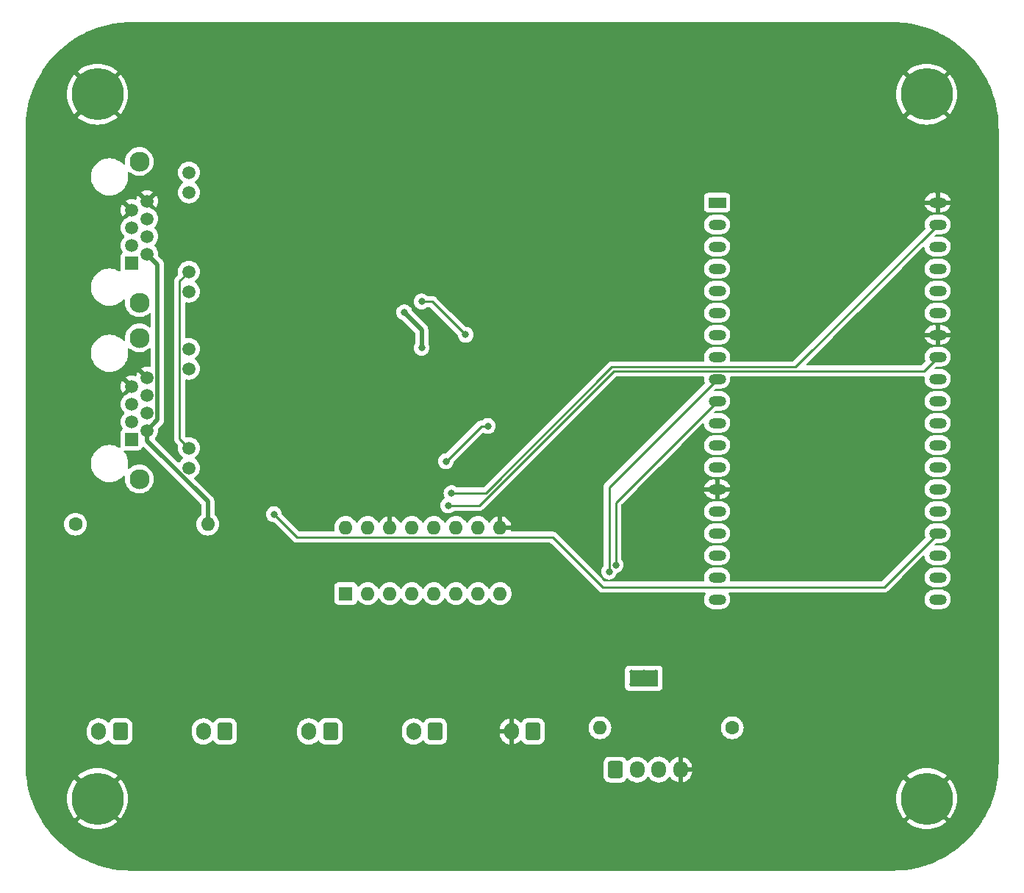
<source format=gbl>
G04 #@! TF.GenerationSoftware,KiCad,Pcbnew,(6.0.11)*
G04 #@! TF.CreationDate,2023-03-05T16:18:29-05:00*
G04 #@! TF.ProjectId,pre-thermal-throttle-pcb,7072652d-7468-4657-926d-616c2d746872,rev?*
G04 #@! TF.SameCoordinates,Original*
G04 #@! TF.FileFunction,Copper,L2,Bot*
G04 #@! TF.FilePolarity,Positive*
%FSLAX46Y46*%
G04 Gerber Fmt 4.6, Leading zero omitted, Abs format (unit mm)*
G04 Created by KiCad (PCBNEW (6.0.11)) date 2023-03-05 16:18:29*
%MOMM*%
%LPD*%
G01*
G04 APERTURE LIST*
G04 Aperture macros list*
%AMRoundRect*
0 Rectangle with rounded corners*
0 $1 Rounding radius*
0 $2 $3 $4 $5 $6 $7 $8 $9 X,Y pos of 4 corners*
0 Add a 4 corners polygon primitive as box body*
4,1,4,$2,$3,$4,$5,$6,$7,$8,$9,$2,$3,0*
0 Add four circle primitives for the rounded corners*
1,1,$1+$1,$2,$3*
1,1,$1+$1,$4,$5*
1,1,$1+$1,$6,$7*
1,1,$1+$1,$8,$9*
0 Add four rect primitives between the rounded corners*
20,1,$1+$1,$2,$3,$4,$5,0*
20,1,$1+$1,$4,$5,$6,$7,0*
20,1,$1+$1,$6,$7,$8,$9,0*
20,1,$1+$1,$8,$9,$2,$3,0*%
G04 Aperture macros list end*
G04 #@! TA.AperFunction,ComponentPad*
%ADD10RoundRect,0.250000X0.600000X0.750000X-0.600000X0.750000X-0.600000X-0.750000X0.600000X-0.750000X0*%
G04 #@! TD*
G04 #@! TA.AperFunction,ComponentPad*
%ADD11O,1.700000X2.000000*%
G04 #@! TD*
G04 #@! TA.AperFunction,ComponentPad*
%ADD12C,0.800000*%
G04 #@! TD*
G04 #@! TA.AperFunction,ComponentPad*
%ADD13C,6.000000*%
G04 #@! TD*
G04 #@! TA.AperFunction,ComponentPad*
%ADD14R,1.600000X1.600000*%
G04 #@! TD*
G04 #@! TA.AperFunction,ComponentPad*
%ADD15O,1.600000X1.600000*%
G04 #@! TD*
G04 #@! TA.AperFunction,ComponentPad*
%ADD16R,1.500000X1.500000*%
G04 #@! TD*
G04 #@! TA.AperFunction,ComponentPad*
%ADD17C,1.500000*%
G04 #@! TD*
G04 #@! TA.AperFunction,ComponentPad*
%ADD18C,2.300000*%
G04 #@! TD*
G04 #@! TA.AperFunction,ComponentPad*
%ADD19RoundRect,0.250000X-0.600000X-0.725000X0.600000X-0.725000X0.600000X0.725000X-0.600000X0.725000X0*%
G04 #@! TD*
G04 #@! TA.AperFunction,ComponentPad*
%ADD20O,1.700000X1.950000*%
G04 #@! TD*
G04 #@! TA.AperFunction,ComponentPad*
%ADD21C,0.500000*%
G04 #@! TD*
G04 #@! TA.AperFunction,SMDPad,CuDef*
%ADD22R,3.300000X1.900000*%
G04 #@! TD*
G04 #@! TA.AperFunction,ComponentPad*
%ADD23C,1.600000*%
G04 #@! TD*
G04 #@! TA.AperFunction,ComponentPad*
%ADD24R,2.000000X1.200000*%
G04 #@! TD*
G04 #@! TA.AperFunction,ComponentPad*
%ADD25O,2.000000X1.200000*%
G04 #@! TD*
G04 #@! TA.AperFunction,ViaPad*
%ADD26C,0.800000*%
G04 #@! TD*
G04 #@! TA.AperFunction,Conductor*
%ADD27C,0.500000*%
G04 #@! TD*
G04 #@! TA.AperFunction,Conductor*
%ADD28C,0.250000*%
G04 #@! TD*
G04 APERTURE END LIST*
D10*
X181147000Y-122555000D03*
D11*
X178647000Y-122555000D03*
D12*
X140649010Y-50739990D03*
X140649010Y-47558010D03*
X144490000Y-49149000D03*
X143830990Y-50739990D03*
X139990000Y-49149000D03*
X143830990Y-47558010D03*
D13*
X142240000Y-49149000D03*
D12*
X142240000Y-46899000D03*
X142240000Y-51399000D03*
D14*
X170830000Y-106670000D03*
D15*
X173370000Y-106670000D03*
X175910000Y-106670000D03*
X178450000Y-106670000D03*
X180990000Y-106670000D03*
X183530000Y-106670000D03*
X186070000Y-106670000D03*
X188610000Y-106670000D03*
X188610000Y-99050000D03*
X186070000Y-99050000D03*
X183530000Y-99050000D03*
X180990000Y-99050000D03*
X178450000Y-99050000D03*
X175910000Y-99050000D03*
X173370000Y-99050000D03*
X170830000Y-99050000D03*
D16*
X146175000Y-68580000D03*
D17*
X147955000Y-67564000D03*
X146175000Y-66548000D03*
X147955000Y-65532000D03*
X146175000Y-64516000D03*
X147955000Y-63500000D03*
X146175000Y-62484000D03*
X147955000Y-61468000D03*
X152775000Y-71880000D03*
X152775000Y-69590000D03*
X152775000Y-60450000D03*
X152775000Y-58160000D03*
D18*
X147065000Y-56890000D03*
X147065000Y-73150000D03*
D10*
X192410000Y-122545000D03*
D11*
X189910000Y-122545000D03*
D12*
X239334990Y-47558010D03*
X237744000Y-51399000D03*
X239994000Y-49149000D03*
X239334990Y-50739990D03*
X236153010Y-47558010D03*
X237744000Y-46899000D03*
X235494000Y-49149000D03*
X236153010Y-50739990D03*
D13*
X237744000Y-49149000D03*
D10*
X169082000Y-122555000D03*
D11*
X166582000Y-122555000D03*
D10*
X144878000Y-122545000D03*
D11*
X142378000Y-122545000D03*
D16*
X146175000Y-88900000D03*
D17*
X147955000Y-87884000D03*
X146175000Y-86868000D03*
X147955000Y-85852000D03*
X146175000Y-84836000D03*
X147955000Y-83820000D03*
X146175000Y-82804000D03*
X147955000Y-81788000D03*
X152775000Y-92200000D03*
X152775000Y-89910000D03*
X152775000Y-80770000D03*
X152775000Y-78480000D03*
D18*
X147065000Y-93470000D03*
X147065000Y-77210000D03*
D12*
X142240000Y-128052000D03*
X139990000Y-130302000D03*
X144490000Y-130302000D03*
X143830990Y-131892990D03*
X142240000Y-132552000D03*
D13*
X142240000Y-130302000D03*
D12*
X143830990Y-128711010D03*
X140649010Y-128711010D03*
X140649010Y-131892990D03*
D19*
X201884000Y-126948000D03*
D20*
X204384000Y-126948000D03*
X206884000Y-126948000D03*
X209384000Y-126948000D03*
D10*
X156943000Y-122555000D03*
D11*
X154443000Y-122555000D03*
D21*
X206566000Y-115724000D03*
X206566000Y-117124000D03*
X203766000Y-117124000D03*
D22*
X205166000Y-116424000D03*
D21*
X205166000Y-115724000D03*
X203766000Y-115724000D03*
X205166000Y-117124000D03*
D12*
X239334990Y-131892990D03*
X236153010Y-128711010D03*
X239994000Y-130302000D03*
X237744000Y-128052000D03*
X237744000Y-132552000D03*
D13*
X237744000Y-130302000D03*
D12*
X239334990Y-128711010D03*
X235494000Y-130302000D03*
X236153010Y-131892990D03*
D23*
X139700000Y-98679000D03*
D15*
X154940000Y-98679000D03*
D24*
X213614000Y-61630560D03*
D25*
X213614000Y-64170560D03*
X213614000Y-66710560D03*
X213614000Y-69250560D03*
X213614000Y-71790560D03*
X213614000Y-74330560D03*
X213614000Y-76870560D03*
X213614000Y-79410560D03*
X213614000Y-81950560D03*
X213614000Y-84490560D03*
X213614000Y-87030560D03*
X213614000Y-89570560D03*
X213614000Y-92110560D03*
X213614000Y-94650560D03*
X213614000Y-97190560D03*
X213614000Y-99730560D03*
X213614000Y-102270560D03*
X213614000Y-104810560D03*
X213614000Y-107350560D03*
X239010320Y-107347840D03*
X239010320Y-104807840D03*
X239014000Y-102270560D03*
X239014000Y-99730560D03*
X239014000Y-97190560D03*
X239014000Y-94650560D03*
X239014000Y-92110560D03*
X239014000Y-89570560D03*
X239014000Y-87030560D03*
X239014000Y-84490560D03*
X239014000Y-81950560D03*
X239014000Y-79410560D03*
X239014000Y-76870560D03*
X239014000Y-74330560D03*
X239014000Y-71790560D03*
X239014000Y-69250560D03*
X239014000Y-66710560D03*
X239014000Y-64170560D03*
X239014000Y-61630560D03*
D23*
X215346000Y-122122000D03*
D15*
X200106000Y-122122000D03*
D26*
X158069000Y-85644000D03*
X208996000Y-115391000D03*
X184785000Y-74803000D03*
X182372000Y-89789000D03*
X170561000Y-111125000D03*
X183642000Y-72517000D03*
X156835000Y-59065000D03*
X158496000Y-111125000D03*
X183642000Y-73660000D03*
X158740000Y-94244000D03*
X160512800Y-64074000D03*
X210185000Y-103632000D03*
X192913000Y-92075000D03*
X145597264Y-105862736D03*
X185599500Y-91160600D03*
X185928000Y-74803000D03*
X156337000Y-117475000D03*
X184785000Y-72517000D03*
X217805000Y-58674000D03*
X144282000Y-117465000D03*
X182753000Y-111125000D03*
X201561233Y-118899000D03*
X187071000Y-74803000D03*
X185928000Y-72517000D03*
X146314000Y-111115000D03*
X180594000Y-117475000D03*
X156730000Y-79236000D03*
X185928000Y-73660000D03*
X168402000Y-117475000D03*
X148471236Y-105164236D03*
X184785000Y-73660000D03*
X156845000Y-71374000D03*
X179578000Y-78359000D03*
X177573000Y-74268000D03*
X184639000Y-76854000D03*
X179578000Y-73025000D03*
X201168000Y-104140000D03*
X201930000Y-103378000D03*
X182372000Y-91440000D03*
X187198000Y-87376000D03*
X182626000Y-96520000D03*
X183017700Y-95103700D03*
X162560000Y-97536000D03*
D27*
X179578000Y-78359000D02*
X179578000Y-76273000D01*
X179578000Y-76273000D02*
X177573000Y-74268000D01*
X147955000Y-87884000D02*
X149155000Y-86684000D01*
X147955000Y-89077057D02*
X154940000Y-96062057D01*
X149155000Y-86684000D02*
X149155000Y-68764000D01*
X149155000Y-68764000D02*
X147955000Y-67564000D01*
X147955000Y-87884000D02*
X147955000Y-89077057D01*
X154940000Y-96062057D02*
X154940000Y-98679000D01*
D28*
X184639000Y-76854000D02*
X180810000Y-73025000D01*
X180810000Y-73025000D02*
X179578000Y-73025000D01*
X201168000Y-94396560D02*
X201168000Y-104140000D01*
X213614000Y-81950560D02*
X201168000Y-94396560D01*
X213614000Y-84490560D02*
X201930000Y-96174560D01*
X201930000Y-96174560D02*
X201930000Y-103378000D01*
X182372000Y-91440000D02*
X186436000Y-87376000D01*
X186436000Y-87376000D02*
X187198000Y-87376000D01*
X201676000Y-81026000D02*
X186182000Y-96520000D01*
X239014000Y-79410560D02*
X237398560Y-81026000D01*
X186182000Y-96520000D02*
X182626000Y-96520000D01*
X237398560Y-81026000D02*
X201676000Y-81026000D01*
X222608061Y-80576499D02*
X239014000Y-64170560D01*
X186962610Y-95103700D02*
X201489811Y-80576499D01*
X201489811Y-80576499D02*
X222608061Y-80576499D01*
X183017700Y-95103700D02*
X186962610Y-95103700D01*
X165199000Y-100175000D02*
X194663000Y-100175000D01*
X162560000Y-97536000D02*
X165199000Y-100175000D01*
X151700000Y-70665000D02*
X151700000Y-88835000D01*
X151700000Y-88835000D02*
X152775000Y-89910000D01*
X232826560Y-105918000D02*
X239014000Y-99730560D01*
X194663000Y-100175000D02*
X200406000Y-105918000D01*
X152775000Y-69590000D02*
X151700000Y-70665000D01*
X200406000Y-105918000D02*
X232826560Y-105918000D01*
G04 #@! TA.AperFunction,Conductor*
G36*
X233813762Y-40859256D02*
G01*
X233828594Y-40861566D01*
X233828597Y-40861566D01*
X233837466Y-40862947D01*
X233846368Y-40861783D01*
X233846372Y-40861783D01*
X233861365Y-40859822D01*
X233881236Y-40858808D01*
X234523784Y-40876839D01*
X234530841Y-40877235D01*
X234835244Y-40902912D01*
X235205242Y-40934122D01*
X235212236Y-40934909D01*
X235882393Y-41029522D01*
X235889361Y-41030706D01*
X236553142Y-41162742D01*
X236560032Y-41164315D01*
X237215342Y-41333356D01*
X237222133Y-41335312D01*
X237866982Y-41540845D01*
X237873653Y-41543180D01*
X238505924Y-41784532D01*
X238512412Y-41787218D01*
X239130214Y-42063667D01*
X239136567Y-42066727D01*
X239737864Y-42377365D01*
X239744027Y-42380772D01*
X240124598Y-42605266D01*
X240326958Y-42724635D01*
X240332942Y-42728395D01*
X240895667Y-43104397D01*
X240901431Y-43108487D01*
X241442174Y-43515438D01*
X241447700Y-43519844D01*
X241964799Y-43956496D01*
X241970069Y-43961206D01*
X242461854Y-44426149D01*
X242466851Y-44431146D01*
X242931794Y-44922931D01*
X242936504Y-44928201D01*
X243373156Y-45445300D01*
X243377562Y-45450826D01*
X243784513Y-45991569D01*
X243788603Y-45997333D01*
X244164605Y-46560058D01*
X244168364Y-46566040D01*
X244472523Y-47081662D01*
X244512221Y-47148960D01*
X244515631Y-47155129D01*
X244809149Y-47723286D01*
X244826269Y-47756425D01*
X244829332Y-47762785D01*
X245105780Y-48380583D01*
X245108468Y-48387076D01*
X245325691Y-48956136D01*
X245349820Y-49019347D01*
X245352155Y-49026018D01*
X245557688Y-49670867D01*
X245559644Y-49677658D01*
X245728685Y-50332968D01*
X245730258Y-50339858D01*
X245862294Y-51003639D01*
X245863477Y-51010600D01*
X245958089Y-51680747D01*
X245958089Y-51680749D01*
X245958878Y-51687758D01*
X245969574Y-51814554D01*
X246015765Y-52362159D01*
X246016161Y-52369216D01*
X246033979Y-53004164D01*
X246032530Y-53027076D01*
X246030053Y-53042982D01*
X246031217Y-53051884D01*
X246031217Y-53051886D01*
X246034180Y-53074541D01*
X246035244Y-53090879D01*
X246035244Y-126352377D01*
X246033744Y-126371762D01*
X246031434Y-126386595D01*
X246031434Y-126386599D01*
X246030053Y-126395468D01*
X246031217Y-126404370D01*
X246031217Y-126404374D01*
X246033178Y-126419367D01*
X246034192Y-126439238D01*
X246016163Y-127081789D01*
X246015767Y-127088845D01*
X246015300Y-127094380D01*
X245959951Y-127750583D01*
X245958884Y-127763229D01*
X245958094Y-127770243D01*
X245863481Y-128440416D01*
X245862304Y-128447346D01*
X245842177Y-128548532D01*
X245730266Y-129111144D01*
X245728693Y-129118034D01*
X245559652Y-129773354D01*
X245557698Y-129780137D01*
X245390313Y-130305301D01*
X245352167Y-130424984D01*
X245349832Y-130431654D01*
X245108478Y-131063931D01*
X245105790Y-131070425D01*
X244829343Y-131688222D01*
X244826284Y-131694575D01*
X244636893Y-132061177D01*
X244515647Y-132295871D01*
X244512244Y-132302027D01*
X244168381Y-132884961D01*
X244164624Y-132890941D01*
X244128519Y-132944976D01*
X243788615Y-133453677D01*
X243784525Y-133459441D01*
X243377574Y-134000185D01*
X243373168Y-134005711D01*
X242936516Y-134522810D01*
X242931806Y-134528080D01*
X242466863Y-135019866D01*
X242461866Y-135024863D01*
X241970080Y-135489806D01*
X241964810Y-135494516D01*
X241447711Y-135931168D01*
X241442189Y-135935571D01*
X241281634Y-136056401D01*
X240901441Y-136342525D01*
X240895677Y-136346615D01*
X240332944Y-136722622D01*
X240326977Y-136726371D01*
X239744027Y-137070244D01*
X239737884Y-137073640D01*
X239136581Y-137384281D01*
X239130222Y-137387343D01*
X238512425Y-137663790D01*
X238505931Y-137666478D01*
X238039407Y-137844561D01*
X237873655Y-137907832D01*
X237866985Y-137910167D01*
X237222137Y-138115698D01*
X237215361Y-138117650D01*
X236994437Y-138174638D01*
X236560034Y-138286693D01*
X236553143Y-138288266D01*
X235889346Y-138420304D01*
X235882416Y-138421481D01*
X235212243Y-138516094D01*
X235205238Y-138516883D01*
X234876104Y-138544645D01*
X234530845Y-138573767D01*
X234523789Y-138574163D01*
X234286484Y-138580821D01*
X233888833Y-138591979D01*
X233865926Y-138590530D01*
X233850020Y-138588053D01*
X233841118Y-138589217D01*
X233841116Y-138589217D01*
X233826115Y-138591179D01*
X233818458Y-138592180D01*
X233802123Y-138593244D01*
X193775510Y-138593244D01*
X146189622Y-138593245D01*
X146170237Y-138591745D01*
X146155404Y-138589435D01*
X146155400Y-138589435D01*
X146146531Y-138588054D01*
X146137629Y-138589218D01*
X146137625Y-138589218D01*
X146122632Y-138591179D01*
X146102761Y-138592193D01*
X145460210Y-138574164D01*
X145453154Y-138573768D01*
X145107895Y-138544646D01*
X144778761Y-138516884D01*
X144771756Y-138516095D01*
X144101583Y-138421482D01*
X144094653Y-138420305D01*
X143430857Y-138288267D01*
X143423966Y-138286694D01*
X142989558Y-138174637D01*
X142768639Y-138117650D01*
X142761863Y-138115698D01*
X142117015Y-137910167D01*
X142110345Y-137907832D01*
X141478086Y-137666486D01*
X141471556Y-137663782D01*
X141067814Y-137483120D01*
X140853777Y-137387344D01*
X140847424Y-137384285D01*
X140246115Y-137073641D01*
X140239972Y-137070245D01*
X139657022Y-136726372D01*
X139651055Y-136722623D01*
X139088322Y-136346616D01*
X139082558Y-136342526D01*
X138541814Y-135935575D01*
X138536288Y-135931169D01*
X138019189Y-135494517D01*
X138013919Y-135489807D01*
X137522133Y-135024864D01*
X137517136Y-135019867D01*
X137052193Y-134528081D01*
X137047483Y-134522811D01*
X136610831Y-134005712D01*
X136606425Y-134000186D01*
X136199474Y-133459442D01*
X136195384Y-133453678D01*
X135863638Y-132957186D01*
X139949960Y-132957186D01*
X139957418Y-132967554D01*
X140172662Y-133141854D01*
X140177984Y-133145721D01*
X140480823Y-133342387D01*
X140486532Y-133345683D01*
X140808275Y-133509620D01*
X140814286Y-133512296D01*
X141151395Y-133641700D01*
X141157672Y-133643740D01*
X141506463Y-133737198D01*
X141512901Y-133738567D01*
X141869560Y-133795055D01*
X141876104Y-133795743D01*
X142236699Y-133814641D01*
X142243301Y-133814641D01*
X142603896Y-133795743D01*
X142610440Y-133795055D01*
X142967099Y-133738567D01*
X142973537Y-133737198D01*
X143322328Y-133643740D01*
X143328605Y-133641700D01*
X143665714Y-133512296D01*
X143671725Y-133509620D01*
X143993468Y-133345683D01*
X143999177Y-133342387D01*
X144302016Y-133145721D01*
X144307338Y-133141854D01*
X144521634Y-132968322D01*
X144529327Y-132957186D01*
X235453960Y-132957186D01*
X235461418Y-132967554D01*
X235676662Y-133141854D01*
X235681984Y-133145721D01*
X235984823Y-133342387D01*
X235990532Y-133345683D01*
X236312275Y-133509620D01*
X236318286Y-133512296D01*
X236655395Y-133641700D01*
X236661672Y-133643740D01*
X237010463Y-133737198D01*
X237016901Y-133738567D01*
X237373560Y-133795055D01*
X237380104Y-133795743D01*
X237740699Y-133814641D01*
X237747301Y-133814641D01*
X238107896Y-133795743D01*
X238114440Y-133795055D01*
X238471099Y-133738567D01*
X238477537Y-133737198D01*
X238826328Y-133643740D01*
X238832605Y-133641700D01*
X239169714Y-133512296D01*
X239175725Y-133509620D01*
X239497468Y-133345683D01*
X239503177Y-133342387D01*
X239806016Y-133145721D01*
X239811338Y-133141854D01*
X240025634Y-132968322D01*
X240034100Y-132956067D01*
X240027766Y-132944976D01*
X237756812Y-130674022D01*
X237742868Y-130666408D01*
X237741035Y-130666539D01*
X237734420Y-130670790D01*
X235461100Y-132944110D01*
X235453960Y-132957186D01*
X144529327Y-132957186D01*
X144530100Y-132956067D01*
X144523766Y-132944976D01*
X142252812Y-130674022D01*
X142238868Y-130666408D01*
X142237035Y-130666539D01*
X142230420Y-130670790D01*
X139957100Y-132944110D01*
X139949960Y-132957186D01*
X135863638Y-132957186D01*
X135819377Y-132890945D01*
X135815628Y-132884978D01*
X135471755Y-132302028D01*
X135468352Y-132295872D01*
X135468352Y-132295871D01*
X135157715Y-131694576D01*
X135154652Y-131688216D01*
X134878218Y-131070444D01*
X134875514Y-131063914D01*
X134634168Y-130431655D01*
X134631833Y-130424984D01*
X134593687Y-130305301D01*
X138727359Y-130305301D01*
X138746257Y-130665896D01*
X138746945Y-130672440D01*
X138803433Y-131029099D01*
X138804802Y-131035537D01*
X138898260Y-131384328D01*
X138900300Y-131390605D01*
X139029704Y-131727714D01*
X139032380Y-131733725D01*
X139196317Y-132055468D01*
X139199613Y-132061177D01*
X139396279Y-132364016D01*
X139400146Y-132369338D01*
X139573678Y-132583634D01*
X139585933Y-132592100D01*
X139597024Y-132585766D01*
X141867978Y-130314812D01*
X141874356Y-130303132D01*
X142604408Y-130303132D01*
X142604539Y-130304965D01*
X142608790Y-130311580D01*
X144882110Y-132584900D01*
X144895186Y-132592040D01*
X144905554Y-132584582D01*
X145079854Y-132369338D01*
X145083721Y-132364016D01*
X145280387Y-132061177D01*
X145283683Y-132055468D01*
X145447620Y-131733725D01*
X145450296Y-131727714D01*
X145579700Y-131390605D01*
X145581740Y-131384328D01*
X145675198Y-131035537D01*
X145676567Y-131029099D01*
X145733055Y-130672440D01*
X145733743Y-130665896D01*
X145752641Y-130305301D01*
X234231359Y-130305301D01*
X234250257Y-130665896D01*
X234250945Y-130672440D01*
X234307433Y-131029099D01*
X234308802Y-131035537D01*
X234402260Y-131384328D01*
X234404300Y-131390605D01*
X234533704Y-131727714D01*
X234536380Y-131733725D01*
X234700317Y-132055468D01*
X234703613Y-132061177D01*
X234900279Y-132364016D01*
X234904146Y-132369338D01*
X235077678Y-132583634D01*
X235089933Y-132592100D01*
X235101024Y-132585766D01*
X237371978Y-130314812D01*
X237378356Y-130303132D01*
X238108408Y-130303132D01*
X238108539Y-130304965D01*
X238112790Y-130311580D01*
X240386110Y-132584900D01*
X240399186Y-132592040D01*
X240409554Y-132584582D01*
X240583854Y-132369338D01*
X240587721Y-132364016D01*
X240784387Y-132061177D01*
X240787683Y-132055468D01*
X240951620Y-131733725D01*
X240954296Y-131727714D01*
X241083700Y-131390605D01*
X241085740Y-131384328D01*
X241179198Y-131035537D01*
X241180567Y-131029099D01*
X241237055Y-130672440D01*
X241237743Y-130665896D01*
X241256641Y-130305301D01*
X241256641Y-130298699D01*
X241237743Y-129938104D01*
X241237055Y-129931560D01*
X241180567Y-129574901D01*
X241179198Y-129568463D01*
X241085740Y-129219672D01*
X241083700Y-129213395D01*
X240954296Y-128876286D01*
X240951620Y-128870275D01*
X240787683Y-128548532D01*
X240784387Y-128542823D01*
X240587721Y-128239984D01*
X240583854Y-128234662D01*
X240410322Y-128020366D01*
X240398067Y-128011900D01*
X240386976Y-128018234D01*
X238116022Y-130289188D01*
X238108408Y-130303132D01*
X237378356Y-130303132D01*
X237379592Y-130300868D01*
X237379461Y-130299035D01*
X237375210Y-130292420D01*
X235101890Y-128019100D01*
X235088814Y-128011960D01*
X235078446Y-128019418D01*
X234904146Y-128234662D01*
X234900279Y-128239984D01*
X234703613Y-128542823D01*
X234700317Y-128548532D01*
X234536380Y-128870275D01*
X234533704Y-128876286D01*
X234404300Y-129213395D01*
X234402260Y-129219672D01*
X234308802Y-129568463D01*
X234307433Y-129574901D01*
X234250945Y-129931560D01*
X234250257Y-129938104D01*
X234231359Y-130298699D01*
X234231359Y-130305301D01*
X145752641Y-130305301D01*
X145752641Y-130298699D01*
X145733743Y-129938104D01*
X145733055Y-129931560D01*
X145676567Y-129574901D01*
X145675198Y-129568463D01*
X145581740Y-129219672D01*
X145579700Y-129213395D01*
X145450296Y-128876286D01*
X145447620Y-128870275D01*
X145283683Y-128548532D01*
X145280387Y-128542823D01*
X145083721Y-128239984D01*
X145079854Y-128234662D01*
X144906322Y-128020366D01*
X144894067Y-128011900D01*
X144882976Y-128018234D01*
X142612022Y-130289188D01*
X142604408Y-130303132D01*
X141874356Y-130303132D01*
X141875592Y-130300868D01*
X141875461Y-130299035D01*
X141871210Y-130292420D01*
X139597890Y-128019100D01*
X139584814Y-128011960D01*
X139574446Y-128019418D01*
X139400146Y-128234662D01*
X139396279Y-128239984D01*
X139199613Y-128542823D01*
X139196317Y-128548532D01*
X139032380Y-128870275D01*
X139029704Y-128876286D01*
X138900300Y-129213395D01*
X138898260Y-129219672D01*
X138804802Y-129568463D01*
X138803433Y-129574901D01*
X138746945Y-129931560D01*
X138746257Y-129938104D01*
X138727359Y-130298699D01*
X138727359Y-130305301D01*
X134593687Y-130305301D01*
X134426302Y-129780137D01*
X134424348Y-129773354D01*
X134255306Y-129118034D01*
X134253733Y-129111144D01*
X134141822Y-128548532D01*
X134121695Y-128447347D01*
X134120515Y-128440401D01*
X134119739Y-128434898D01*
X134025905Y-127770244D01*
X134025115Y-127763230D01*
X134024008Y-127750098D01*
X134015390Y-127647933D01*
X139949900Y-127647933D01*
X139956234Y-127659024D01*
X142227188Y-129929978D01*
X142241132Y-129937592D01*
X142242965Y-129937461D01*
X142249580Y-129933210D01*
X144459390Y-127723400D01*
X200525500Y-127723400D01*
X200525837Y-127726646D01*
X200525837Y-127726650D01*
X200534875Y-127813752D01*
X200536474Y-127829166D01*
X200538655Y-127835702D01*
X200538655Y-127835704D01*
X200570405Y-127930870D01*
X200592450Y-127996946D01*
X200685522Y-128147348D01*
X200810697Y-128272305D01*
X200816927Y-128276145D01*
X200816928Y-128276146D01*
X200954090Y-128360694D01*
X200961262Y-128365115D01*
X200996938Y-128376948D01*
X201122611Y-128418632D01*
X201122613Y-128418632D01*
X201129139Y-128420797D01*
X201135975Y-128421497D01*
X201135978Y-128421498D01*
X201171663Y-128425154D01*
X201233600Y-128431500D01*
X202534400Y-128431500D01*
X202537646Y-128431163D01*
X202537650Y-128431163D01*
X202633308Y-128421238D01*
X202633312Y-128421237D01*
X202640166Y-128420526D01*
X202646702Y-128418345D01*
X202646704Y-128418345D01*
X202778806Y-128374272D01*
X202807946Y-128364550D01*
X202958348Y-128271478D01*
X203083305Y-128146303D01*
X203173081Y-128000660D01*
X203225852Y-127953168D01*
X203295924Y-127941744D01*
X203361048Y-127970018D01*
X203371510Y-127979805D01*
X203409299Y-128019418D01*
X203480576Y-128094135D01*
X203665542Y-128231754D01*
X203670293Y-128234170D01*
X203670297Y-128234172D01*
X203733481Y-128266296D01*
X203871051Y-128336240D01*
X203876145Y-128337822D01*
X203876148Y-128337823D01*
X204041583Y-128389192D01*
X204091227Y-128404607D01*
X204096516Y-128405308D01*
X204314489Y-128434198D01*
X204314494Y-128434198D01*
X204319774Y-128434898D01*
X204325103Y-128434698D01*
X204325105Y-128434698D01*
X204434966Y-128430574D01*
X204550158Y-128426249D01*
X204572802Y-128421498D01*
X204770572Y-128380002D01*
X204775791Y-128378907D01*
X204780750Y-128376949D01*
X204780752Y-128376948D01*
X204985256Y-128296185D01*
X204985258Y-128296184D01*
X204990221Y-128294224D01*
X204995525Y-128291006D01*
X205182757Y-128177390D01*
X205182756Y-128177390D01*
X205187317Y-128174623D01*
X205227134Y-128140072D01*
X205357412Y-128027023D01*
X205357414Y-128027021D01*
X205361445Y-128023523D01*
X205428500Y-127941744D01*
X205504240Y-127849373D01*
X205504244Y-127849367D01*
X205507624Y-127845245D01*
X205525552Y-127813750D01*
X205576632Y-127764445D01*
X205646262Y-127750583D01*
X205712333Y-127776566D01*
X205739573Y-127805716D01*
X205821441Y-127927319D01*
X205980576Y-128094135D01*
X206165542Y-128231754D01*
X206170293Y-128234170D01*
X206170297Y-128234172D01*
X206233481Y-128266296D01*
X206371051Y-128336240D01*
X206376145Y-128337822D01*
X206376148Y-128337823D01*
X206541583Y-128389192D01*
X206591227Y-128404607D01*
X206596516Y-128405308D01*
X206814489Y-128434198D01*
X206814494Y-128434198D01*
X206819774Y-128434898D01*
X206825103Y-128434698D01*
X206825105Y-128434698D01*
X206934966Y-128430574D01*
X207050158Y-128426249D01*
X207072802Y-128421498D01*
X207270572Y-128380002D01*
X207275791Y-128378907D01*
X207280750Y-128376949D01*
X207280752Y-128376948D01*
X207485256Y-128296185D01*
X207485258Y-128296184D01*
X207490221Y-128294224D01*
X207495525Y-128291006D01*
X207682757Y-128177390D01*
X207682756Y-128177390D01*
X207687317Y-128174623D01*
X207727134Y-128140072D01*
X207857412Y-128027023D01*
X207857414Y-128027021D01*
X207861445Y-128023523D01*
X207928500Y-127941744D01*
X208004240Y-127849373D01*
X208004244Y-127849367D01*
X208007624Y-127845245D01*
X208020681Y-127822308D01*
X208025829Y-127813265D01*
X208076912Y-127763959D01*
X208146542Y-127750098D01*
X208212613Y-127776082D01*
X208239851Y-127805232D01*
X208318852Y-127922578D01*
X208325519Y-127930870D01*
X208477228Y-128089900D01*
X208485186Y-128096941D01*
X208661525Y-128228141D01*
X208670562Y-128233745D01*
X208866484Y-128333357D01*
X208876335Y-128337357D01*
X209086240Y-128402534D01*
X209096624Y-128404817D01*
X209112043Y-128406861D01*
X209126207Y-128404665D01*
X209130000Y-128391478D01*
X209130000Y-128389192D01*
X209638000Y-128389192D01*
X209641973Y-128402723D01*
X209652580Y-128404248D01*
X209770421Y-128379523D01*
X209780617Y-128376463D01*
X209985029Y-128295737D01*
X209994561Y-128291006D01*
X210182462Y-128176984D01*
X210191052Y-128170720D01*
X210357052Y-128026673D01*
X210364472Y-128019042D01*
X210503826Y-127849089D01*
X210509850Y-127840322D01*
X210618576Y-127649318D01*
X210619216Y-127647933D01*
X235453900Y-127647933D01*
X235460234Y-127659024D01*
X237731188Y-129929978D01*
X237745132Y-129937592D01*
X237746965Y-129937461D01*
X237753580Y-129933210D01*
X240026900Y-127659890D01*
X240034040Y-127646814D01*
X240026582Y-127636446D01*
X239811338Y-127462146D01*
X239806016Y-127458279D01*
X239503177Y-127261613D01*
X239497468Y-127258317D01*
X239175725Y-127094380D01*
X239169714Y-127091704D01*
X238832605Y-126962300D01*
X238826328Y-126960260D01*
X238477537Y-126866802D01*
X238471099Y-126865433D01*
X238114440Y-126808945D01*
X238107896Y-126808257D01*
X237747301Y-126789359D01*
X237740699Y-126789359D01*
X237380104Y-126808257D01*
X237373560Y-126808945D01*
X237016901Y-126865433D01*
X237010463Y-126866802D01*
X236661672Y-126960260D01*
X236655395Y-126962300D01*
X236318286Y-127091704D01*
X236312275Y-127094380D01*
X235990532Y-127258317D01*
X235984823Y-127261613D01*
X235681984Y-127458279D01*
X235676662Y-127462146D01*
X235462366Y-127635678D01*
X235453900Y-127647933D01*
X210619216Y-127647933D01*
X210623041Y-127639654D01*
X210698031Y-127433059D01*
X210700802Y-127422792D01*
X210737504Y-127219826D01*
X210736085Y-127206586D01*
X210721450Y-127202000D01*
X209656115Y-127202000D01*
X209640876Y-127206475D01*
X209639671Y-127207865D01*
X209638000Y-127215548D01*
X209638000Y-128389192D01*
X209130000Y-128389192D01*
X209130000Y-126675885D01*
X209638000Y-126675885D01*
X209642475Y-126691124D01*
X209643865Y-126692329D01*
X209651548Y-126694000D01*
X210717849Y-126694000D01*
X210732527Y-126689690D01*
X210734590Y-126677807D01*
X210727876Y-126598675D01*
X210726086Y-126588203D01*
X210670870Y-126375465D01*
X210667335Y-126365425D01*
X210577063Y-126165030D01*
X210571894Y-126155744D01*
X210449150Y-125973425D01*
X210442481Y-125965130D01*
X210290772Y-125806100D01*
X210282814Y-125799059D01*
X210106475Y-125667859D01*
X210097438Y-125662255D01*
X209901516Y-125562643D01*
X209891665Y-125558643D01*
X209681760Y-125493466D01*
X209671376Y-125491183D01*
X209655957Y-125489139D01*
X209641793Y-125491335D01*
X209638000Y-125504522D01*
X209638000Y-126675885D01*
X209130000Y-126675885D01*
X209130000Y-125506808D01*
X209126027Y-125493277D01*
X209115420Y-125491752D01*
X208997579Y-125516477D01*
X208987383Y-125519537D01*
X208782971Y-125600263D01*
X208773439Y-125604994D01*
X208585538Y-125719016D01*
X208576948Y-125725280D01*
X208410948Y-125869327D01*
X208403528Y-125876958D01*
X208264174Y-126046911D01*
X208258152Y-126055674D01*
X208242762Y-126082711D01*
X208191680Y-126132018D01*
X208122049Y-126145880D01*
X208055978Y-126119897D01*
X208028739Y-126090747D01*
X207992869Y-126037468D01*
X207946559Y-125968681D01*
X207887918Y-125907209D01*
X207858725Y-125876608D01*
X207787424Y-125801865D01*
X207602458Y-125664246D01*
X207597707Y-125661830D01*
X207597703Y-125661828D01*
X207479588Y-125601776D01*
X207396949Y-125559760D01*
X207391855Y-125558178D01*
X207391852Y-125558177D01*
X207181871Y-125492976D01*
X207176773Y-125491393D01*
X207171484Y-125490692D01*
X206953511Y-125461802D01*
X206953506Y-125461802D01*
X206948226Y-125461102D01*
X206942897Y-125461302D01*
X206942895Y-125461302D01*
X206833034Y-125465427D01*
X206717842Y-125469751D01*
X206712623Y-125470846D01*
X206690566Y-125475474D01*
X206492209Y-125517093D01*
X206487250Y-125519051D01*
X206487248Y-125519052D01*
X206282744Y-125599815D01*
X206282742Y-125599816D01*
X206277779Y-125601776D01*
X206273220Y-125604543D01*
X206273217Y-125604544D01*
X206178113Y-125662255D01*
X206080683Y-125721377D01*
X206076653Y-125724874D01*
X205983484Y-125805722D01*
X205906555Y-125872477D01*
X205903168Y-125876608D01*
X205763760Y-126046627D01*
X205763756Y-126046633D01*
X205760376Y-126050755D01*
X205742448Y-126082250D01*
X205691368Y-126131555D01*
X205621738Y-126145417D01*
X205555667Y-126119434D01*
X205528427Y-126090284D01*
X205501814Y-126050755D01*
X205446559Y-125968681D01*
X205387918Y-125907209D01*
X205358725Y-125876608D01*
X205287424Y-125801865D01*
X205102458Y-125664246D01*
X205097707Y-125661830D01*
X205097703Y-125661828D01*
X204979588Y-125601776D01*
X204896949Y-125559760D01*
X204891855Y-125558178D01*
X204891852Y-125558177D01*
X204681871Y-125492976D01*
X204676773Y-125491393D01*
X204671484Y-125490692D01*
X204453511Y-125461802D01*
X204453506Y-125461802D01*
X204448226Y-125461102D01*
X204442897Y-125461302D01*
X204442895Y-125461302D01*
X204333034Y-125465427D01*
X204217842Y-125469751D01*
X204212623Y-125470846D01*
X204190566Y-125475474D01*
X203992209Y-125517093D01*
X203987250Y-125519051D01*
X203987248Y-125519052D01*
X203782744Y-125599815D01*
X203782742Y-125599816D01*
X203777779Y-125601776D01*
X203773220Y-125604543D01*
X203773217Y-125604544D01*
X203678113Y-125662255D01*
X203580683Y-125721377D01*
X203576653Y-125724874D01*
X203483484Y-125805722D01*
X203406555Y-125872477D01*
X203377330Y-125908120D01*
X203318671Y-125948114D01*
X203247701Y-125950046D01*
X203186952Y-125913302D01*
X203172752Y-125894532D01*
X203086332Y-125754880D01*
X203082478Y-125748652D01*
X202957303Y-125623695D01*
X202926965Y-125604994D01*
X202812968Y-125534725D01*
X202812966Y-125534724D01*
X202806738Y-125530885D01*
X202693353Y-125493277D01*
X202645389Y-125477368D01*
X202645387Y-125477368D01*
X202638861Y-125475203D01*
X202632025Y-125474503D01*
X202632022Y-125474502D01*
X202588969Y-125470091D01*
X202534400Y-125464500D01*
X201233600Y-125464500D01*
X201230354Y-125464837D01*
X201230350Y-125464837D01*
X201134692Y-125474762D01*
X201134688Y-125474763D01*
X201127834Y-125475474D01*
X201121298Y-125477655D01*
X201121296Y-125477655D01*
X200989194Y-125521728D01*
X200960054Y-125531450D01*
X200809652Y-125624522D01*
X200684695Y-125749697D01*
X200680855Y-125755927D01*
X200680854Y-125755928D01*
X200606466Y-125876608D01*
X200591885Y-125900262D01*
X200570472Y-125964822D01*
X200540432Y-126055390D01*
X200536203Y-126068139D01*
X200535503Y-126074975D01*
X200535502Y-126074978D01*
X200533338Y-126096102D01*
X200525500Y-126172600D01*
X200525500Y-127723400D01*
X144459390Y-127723400D01*
X144522900Y-127659890D01*
X144530040Y-127646814D01*
X144522582Y-127636446D01*
X144307338Y-127462146D01*
X144302016Y-127458279D01*
X143999177Y-127261613D01*
X143993468Y-127258317D01*
X143671725Y-127094380D01*
X143665714Y-127091704D01*
X143328605Y-126962300D01*
X143322328Y-126960260D01*
X142973537Y-126866802D01*
X142967099Y-126865433D01*
X142610440Y-126808945D01*
X142603896Y-126808257D01*
X142243301Y-126789359D01*
X142236699Y-126789359D01*
X141876104Y-126808257D01*
X141869560Y-126808945D01*
X141512901Y-126865433D01*
X141506463Y-126866802D01*
X141157672Y-126960260D01*
X141151395Y-126962300D01*
X140814286Y-127091704D01*
X140808275Y-127094380D01*
X140486532Y-127258317D01*
X140480823Y-127261613D01*
X140177984Y-127458279D01*
X140172662Y-127462146D01*
X139958366Y-127635678D01*
X139949900Y-127647933D01*
X134015390Y-127647933D01*
X133996400Y-127422792D01*
X133968232Y-127088846D01*
X133967836Y-127081790D01*
X133956908Y-126692329D01*
X133950020Y-126446834D01*
X133951469Y-126423927D01*
X133953946Y-126408021D01*
X133949819Y-126376459D01*
X133948755Y-126360124D01*
X133948755Y-122752890D01*
X141019500Y-122752890D01*
X141034080Y-122924720D01*
X141035418Y-122929875D01*
X141035419Y-122929881D01*
X141090657Y-123142703D01*
X141091999Y-123147872D01*
X141094191Y-123152738D01*
X141094192Y-123152741D01*
X141098697Y-123162741D01*
X141186688Y-123358075D01*
X141315441Y-123549319D01*
X141319120Y-123553176D01*
X141319122Y-123553178D01*
X141377810Y-123614698D01*
X141474576Y-123716135D01*
X141478854Y-123719318D01*
X141536317Y-123762072D01*
X141659542Y-123853754D01*
X141664293Y-123856170D01*
X141664297Y-123856172D01*
X141683966Y-123866172D01*
X141865051Y-123958240D01*
X141870145Y-123959822D01*
X141870148Y-123959823D01*
X142042945Y-124013478D01*
X142085227Y-124026607D01*
X142090516Y-124027308D01*
X142308489Y-124056198D01*
X142308494Y-124056198D01*
X142313774Y-124056898D01*
X142319103Y-124056698D01*
X142319105Y-124056698D01*
X142430231Y-124052526D01*
X142544158Y-124048249D01*
X142566802Y-124043498D01*
X142764572Y-124002002D01*
X142769791Y-124000907D01*
X142774750Y-123998949D01*
X142774752Y-123998948D01*
X142979256Y-123918185D01*
X142979258Y-123918184D01*
X142984221Y-123916224D01*
X142989525Y-123913006D01*
X143160278Y-123809390D01*
X143181317Y-123796623D01*
X143221134Y-123762072D01*
X143351412Y-123649023D01*
X143351414Y-123649021D01*
X143355445Y-123645523D01*
X143384670Y-123609880D01*
X143443329Y-123569886D01*
X143514299Y-123567954D01*
X143575048Y-123604698D01*
X143589248Y-123623468D01*
X143643972Y-123711900D01*
X143679522Y-123769348D01*
X143804697Y-123894305D01*
X143810927Y-123898145D01*
X143810928Y-123898146D01*
X143948090Y-123982694D01*
X143955262Y-123987115D01*
X143990938Y-123998948D01*
X144116611Y-124040632D01*
X144116613Y-124040632D01*
X144123139Y-124042797D01*
X144129975Y-124043497D01*
X144129978Y-124043498D01*
X144165663Y-124047154D01*
X144227600Y-124053500D01*
X145528400Y-124053500D01*
X145531646Y-124053163D01*
X145531650Y-124053163D01*
X145627308Y-124043238D01*
X145627312Y-124043237D01*
X145634166Y-124042526D01*
X145640702Y-124040345D01*
X145640704Y-124040345D01*
X145783530Y-123992694D01*
X145801946Y-123986550D01*
X145952348Y-123893478D01*
X146077305Y-123768303D01*
X146103298Y-123726135D01*
X146166275Y-123623968D01*
X146166276Y-123623966D01*
X146170115Y-123617738D01*
X146220315Y-123466389D01*
X146223632Y-123456389D01*
X146223632Y-123456387D01*
X146225797Y-123449861D01*
X146227638Y-123431898D01*
X146230909Y-123399969D01*
X146236500Y-123345400D01*
X146236500Y-122762890D01*
X153084500Y-122762890D01*
X153084725Y-122765539D01*
X153097774Y-122919325D01*
X153099080Y-122934720D01*
X153100418Y-122939875D01*
X153100419Y-122939881D01*
X153155624Y-123152575D01*
X153156999Y-123157872D01*
X153251688Y-123368075D01*
X153380441Y-123559319D01*
X153384120Y-123563176D01*
X153384122Y-123563178D01*
X153441207Y-123623018D01*
X153539576Y-123726135D01*
X153724542Y-123863754D01*
X153729293Y-123866170D01*
X153729297Y-123866172D01*
X153784631Y-123894305D01*
X153930051Y-123968240D01*
X153935145Y-123969822D01*
X153935148Y-123969823D01*
X154125281Y-124028861D01*
X154150227Y-124036607D01*
X154155516Y-124037308D01*
X154373489Y-124066198D01*
X154373494Y-124066198D01*
X154378774Y-124066898D01*
X154384103Y-124066698D01*
X154384105Y-124066698D01*
X154493966Y-124062574D01*
X154609158Y-124058249D01*
X154631802Y-124053498D01*
X154769844Y-124024534D01*
X154834791Y-124010907D01*
X154839750Y-124008949D01*
X154839752Y-124008948D01*
X155044256Y-123928185D01*
X155044258Y-123928184D01*
X155049221Y-123926224D01*
X155063208Y-123917737D01*
X155241757Y-123809390D01*
X155241756Y-123809390D01*
X155246317Y-123806623D01*
X155278953Y-123778303D01*
X155416412Y-123659023D01*
X155416414Y-123659021D01*
X155420445Y-123655523D01*
X155449670Y-123619880D01*
X155508329Y-123579886D01*
X155579299Y-123577954D01*
X155640048Y-123614698D01*
X155654248Y-123633468D01*
X155659153Y-123641394D01*
X155744522Y-123779348D01*
X155869697Y-123904305D01*
X155875927Y-123908145D01*
X155875928Y-123908146D01*
X156013090Y-123992694D01*
X156020262Y-123997115D01*
X156031695Y-124000907D01*
X156181611Y-124050632D01*
X156181613Y-124050632D01*
X156188139Y-124052797D01*
X156194975Y-124053497D01*
X156194978Y-124053498D01*
X156230663Y-124057154D01*
X156292600Y-124063500D01*
X157593400Y-124063500D01*
X157596646Y-124063163D01*
X157596650Y-124063163D01*
X157692308Y-124053238D01*
X157692312Y-124053237D01*
X157699166Y-124052526D01*
X157705702Y-124050345D01*
X157705704Y-124050345D01*
X157852040Y-124001523D01*
X157866946Y-123996550D01*
X158017348Y-123903478D01*
X158142305Y-123778303D01*
X158174462Y-123726135D01*
X158231275Y-123633968D01*
X158231276Y-123633966D01*
X158235115Y-123627738D01*
X158290797Y-123459861D01*
X158292523Y-123443022D01*
X158300201Y-123368075D01*
X158301500Y-123355400D01*
X158301500Y-122762890D01*
X165223500Y-122762890D01*
X165223725Y-122765539D01*
X165236774Y-122919325D01*
X165238080Y-122934720D01*
X165239418Y-122939875D01*
X165239419Y-122939881D01*
X165294624Y-123152575D01*
X165295999Y-123157872D01*
X165390688Y-123368075D01*
X165519441Y-123559319D01*
X165523120Y-123563176D01*
X165523122Y-123563178D01*
X165580207Y-123623018D01*
X165678576Y-123726135D01*
X165863542Y-123863754D01*
X165868293Y-123866170D01*
X165868297Y-123866172D01*
X165923631Y-123894305D01*
X166069051Y-123968240D01*
X166074145Y-123969822D01*
X166074148Y-123969823D01*
X166264281Y-124028861D01*
X166289227Y-124036607D01*
X166294516Y-124037308D01*
X166512489Y-124066198D01*
X166512494Y-124066198D01*
X166517774Y-124066898D01*
X166523103Y-124066698D01*
X166523105Y-124066698D01*
X166632966Y-124062574D01*
X166748158Y-124058249D01*
X166770802Y-124053498D01*
X166908844Y-124024534D01*
X166973791Y-124010907D01*
X166978750Y-124008949D01*
X166978752Y-124008948D01*
X167183256Y-123928185D01*
X167183258Y-123928184D01*
X167188221Y-123926224D01*
X167202208Y-123917737D01*
X167380757Y-123809390D01*
X167380756Y-123809390D01*
X167385317Y-123806623D01*
X167417953Y-123778303D01*
X167555412Y-123659023D01*
X167555414Y-123659021D01*
X167559445Y-123655523D01*
X167588670Y-123619880D01*
X167647329Y-123579886D01*
X167718299Y-123577954D01*
X167779048Y-123614698D01*
X167793248Y-123633468D01*
X167798153Y-123641394D01*
X167883522Y-123779348D01*
X168008697Y-123904305D01*
X168014927Y-123908145D01*
X168014928Y-123908146D01*
X168152090Y-123992694D01*
X168159262Y-123997115D01*
X168170695Y-124000907D01*
X168320611Y-124050632D01*
X168320613Y-124050632D01*
X168327139Y-124052797D01*
X168333975Y-124053497D01*
X168333978Y-124053498D01*
X168369663Y-124057154D01*
X168431600Y-124063500D01*
X169732400Y-124063500D01*
X169735646Y-124063163D01*
X169735650Y-124063163D01*
X169831308Y-124053238D01*
X169831312Y-124053237D01*
X169838166Y-124052526D01*
X169844702Y-124050345D01*
X169844704Y-124050345D01*
X169991040Y-124001523D01*
X170005946Y-123996550D01*
X170156348Y-123903478D01*
X170281305Y-123778303D01*
X170313462Y-123726135D01*
X170370275Y-123633968D01*
X170370276Y-123633966D01*
X170374115Y-123627738D01*
X170429797Y-123459861D01*
X170431523Y-123443022D01*
X170439201Y-123368075D01*
X170440500Y-123355400D01*
X170440500Y-122762890D01*
X177288500Y-122762890D01*
X177288725Y-122765539D01*
X177301774Y-122919325D01*
X177303080Y-122934720D01*
X177304418Y-122939875D01*
X177304419Y-122939881D01*
X177359624Y-123152575D01*
X177360999Y-123157872D01*
X177455688Y-123368075D01*
X177584441Y-123559319D01*
X177588120Y-123563176D01*
X177588122Y-123563178D01*
X177645207Y-123623018D01*
X177743576Y-123726135D01*
X177928542Y-123863754D01*
X177933293Y-123866170D01*
X177933297Y-123866172D01*
X177988631Y-123894305D01*
X178134051Y-123968240D01*
X178139145Y-123969822D01*
X178139148Y-123969823D01*
X178329281Y-124028861D01*
X178354227Y-124036607D01*
X178359516Y-124037308D01*
X178577489Y-124066198D01*
X178577494Y-124066198D01*
X178582774Y-124066898D01*
X178588103Y-124066698D01*
X178588105Y-124066698D01*
X178697966Y-124062574D01*
X178813158Y-124058249D01*
X178835802Y-124053498D01*
X178973844Y-124024534D01*
X179038791Y-124010907D01*
X179043750Y-124008949D01*
X179043752Y-124008948D01*
X179248256Y-123928185D01*
X179248258Y-123928184D01*
X179253221Y-123926224D01*
X179267208Y-123917737D01*
X179445757Y-123809390D01*
X179445756Y-123809390D01*
X179450317Y-123806623D01*
X179482953Y-123778303D01*
X179620412Y-123659023D01*
X179620414Y-123659021D01*
X179624445Y-123655523D01*
X179653670Y-123619880D01*
X179712329Y-123579886D01*
X179783299Y-123577954D01*
X179844048Y-123614698D01*
X179858248Y-123633468D01*
X179863153Y-123641394D01*
X179948522Y-123779348D01*
X180073697Y-123904305D01*
X180079927Y-123908145D01*
X180079928Y-123908146D01*
X180217090Y-123992694D01*
X180224262Y-123997115D01*
X180235695Y-124000907D01*
X180385611Y-124050632D01*
X180385613Y-124050632D01*
X180392139Y-124052797D01*
X180398975Y-124053497D01*
X180398978Y-124053498D01*
X180434663Y-124057154D01*
X180496600Y-124063500D01*
X181797400Y-124063500D01*
X181800646Y-124063163D01*
X181800650Y-124063163D01*
X181896308Y-124053238D01*
X181896312Y-124053237D01*
X181903166Y-124052526D01*
X181909702Y-124050345D01*
X181909704Y-124050345D01*
X182056040Y-124001523D01*
X182070946Y-123996550D01*
X182221348Y-123903478D01*
X182346305Y-123778303D01*
X182378462Y-123726135D01*
X182435275Y-123633968D01*
X182435276Y-123633966D01*
X182439115Y-123627738D01*
X182494797Y-123459861D01*
X182496523Y-123443022D01*
X182504201Y-123368075D01*
X182505500Y-123355400D01*
X182505500Y-122815193D01*
X188557289Y-122815193D01*
X188566124Y-122919325D01*
X188567914Y-122929797D01*
X188623130Y-123142535D01*
X188626665Y-123152575D01*
X188716937Y-123352970D01*
X188722106Y-123362256D01*
X188844850Y-123544575D01*
X188851519Y-123552870D01*
X189003228Y-123711900D01*
X189011186Y-123718941D01*
X189187525Y-123850141D01*
X189196562Y-123855745D01*
X189392484Y-123955357D01*
X189402335Y-123959357D01*
X189612240Y-124024534D01*
X189622624Y-124026817D01*
X189638043Y-124028861D01*
X189652207Y-124026665D01*
X189656000Y-124013478D01*
X189656000Y-124011192D01*
X190164000Y-124011192D01*
X190167973Y-124024723D01*
X190178580Y-124026248D01*
X190296421Y-124001523D01*
X190306617Y-123998463D01*
X190511029Y-123917737D01*
X190520561Y-123913006D01*
X190708462Y-123798984D01*
X190717052Y-123792720D01*
X190883052Y-123648673D01*
X190890470Y-123641044D01*
X190916391Y-123609431D01*
X190975051Y-123569436D01*
X191046021Y-123567504D01*
X191106770Y-123604248D01*
X191120969Y-123623017D01*
X191211522Y-123769348D01*
X191336697Y-123894305D01*
X191342927Y-123898145D01*
X191342928Y-123898146D01*
X191480090Y-123982694D01*
X191487262Y-123987115D01*
X191522938Y-123998948D01*
X191648611Y-124040632D01*
X191648613Y-124040632D01*
X191655139Y-124042797D01*
X191661975Y-124043497D01*
X191661978Y-124043498D01*
X191697663Y-124047154D01*
X191759600Y-124053500D01*
X193060400Y-124053500D01*
X193063646Y-124053163D01*
X193063650Y-124053163D01*
X193159308Y-124043238D01*
X193159312Y-124043237D01*
X193166166Y-124042526D01*
X193172702Y-124040345D01*
X193172704Y-124040345D01*
X193315530Y-123992694D01*
X193333946Y-123986550D01*
X193484348Y-123893478D01*
X193609305Y-123768303D01*
X193635298Y-123726135D01*
X193698275Y-123623968D01*
X193698276Y-123623966D01*
X193702115Y-123617738D01*
X193752315Y-123466389D01*
X193755632Y-123456389D01*
X193755632Y-123456387D01*
X193757797Y-123449861D01*
X193759638Y-123431898D01*
X193762909Y-123399969D01*
X193768500Y-123345400D01*
X193768500Y-122122000D01*
X198792502Y-122122000D01*
X198812457Y-122350087D01*
X198871716Y-122571243D01*
X198874039Y-122576224D01*
X198874039Y-122576225D01*
X198966151Y-122773762D01*
X198966154Y-122773767D01*
X198968477Y-122778749D01*
X199041902Y-122883611D01*
X199073971Y-122929409D01*
X199099802Y-122966300D01*
X199261700Y-123128198D01*
X199266208Y-123131355D01*
X199266211Y-123131357D01*
X199311032Y-123162741D01*
X199449251Y-123259523D01*
X199454233Y-123261846D01*
X199454238Y-123261849D01*
X199651775Y-123353961D01*
X199656757Y-123356284D01*
X199662065Y-123357706D01*
X199662067Y-123357707D01*
X199872598Y-123414119D01*
X199872600Y-123414119D01*
X199877913Y-123415543D01*
X200106000Y-123435498D01*
X200334087Y-123415543D01*
X200339400Y-123414119D01*
X200339402Y-123414119D01*
X200549933Y-123357707D01*
X200549935Y-123357706D01*
X200555243Y-123356284D01*
X200560225Y-123353961D01*
X200757762Y-123261849D01*
X200757767Y-123261846D01*
X200762749Y-123259523D01*
X200900968Y-123162741D01*
X200945789Y-123131357D01*
X200945792Y-123131355D01*
X200950300Y-123128198D01*
X201112198Y-122966300D01*
X201138030Y-122929409D01*
X201170098Y-122883611D01*
X201243523Y-122778749D01*
X201245846Y-122773767D01*
X201245849Y-122773762D01*
X201337961Y-122576225D01*
X201337961Y-122576224D01*
X201340284Y-122571243D01*
X201399543Y-122350087D01*
X201419498Y-122122000D01*
X214032502Y-122122000D01*
X214052457Y-122350087D01*
X214111716Y-122571243D01*
X214114039Y-122576224D01*
X214114039Y-122576225D01*
X214206151Y-122773762D01*
X214206154Y-122773767D01*
X214208477Y-122778749D01*
X214281902Y-122883611D01*
X214313971Y-122929409D01*
X214339802Y-122966300D01*
X214501700Y-123128198D01*
X214506208Y-123131355D01*
X214506211Y-123131357D01*
X214551032Y-123162741D01*
X214689251Y-123259523D01*
X214694233Y-123261846D01*
X214694238Y-123261849D01*
X214891775Y-123353961D01*
X214896757Y-123356284D01*
X214902065Y-123357706D01*
X214902067Y-123357707D01*
X215112598Y-123414119D01*
X215112600Y-123414119D01*
X215117913Y-123415543D01*
X215346000Y-123435498D01*
X215574087Y-123415543D01*
X215579400Y-123414119D01*
X215579402Y-123414119D01*
X215789933Y-123357707D01*
X215789935Y-123357706D01*
X215795243Y-123356284D01*
X215800225Y-123353961D01*
X215997762Y-123261849D01*
X215997767Y-123261846D01*
X216002749Y-123259523D01*
X216140968Y-123162741D01*
X216185789Y-123131357D01*
X216185792Y-123131355D01*
X216190300Y-123128198D01*
X216352198Y-122966300D01*
X216378030Y-122929409D01*
X216410098Y-122883611D01*
X216483523Y-122778749D01*
X216485846Y-122773767D01*
X216485849Y-122773762D01*
X216577961Y-122576225D01*
X216577961Y-122576224D01*
X216580284Y-122571243D01*
X216639543Y-122350087D01*
X216659498Y-122122000D01*
X216639543Y-121893913D01*
X216600410Y-121747866D01*
X216581707Y-121678067D01*
X216581706Y-121678065D01*
X216580284Y-121672757D01*
X216569129Y-121648834D01*
X216485849Y-121470238D01*
X216485846Y-121470233D01*
X216483523Y-121465251D01*
X216394370Y-121337928D01*
X216355357Y-121282211D01*
X216355355Y-121282208D01*
X216352198Y-121277700D01*
X216190300Y-121115802D01*
X216185792Y-121112645D01*
X216185789Y-121112643D01*
X216098540Y-121051551D01*
X216002749Y-120984477D01*
X215997767Y-120982154D01*
X215997762Y-120982151D01*
X215800225Y-120890039D01*
X215800224Y-120890039D01*
X215795243Y-120887716D01*
X215789935Y-120886294D01*
X215789933Y-120886293D01*
X215579402Y-120829881D01*
X215579400Y-120829881D01*
X215574087Y-120828457D01*
X215346000Y-120808502D01*
X215117913Y-120828457D01*
X215112600Y-120829881D01*
X215112598Y-120829881D01*
X214902067Y-120886293D01*
X214902065Y-120886294D01*
X214896757Y-120887716D01*
X214891776Y-120890039D01*
X214891775Y-120890039D01*
X214694238Y-120982151D01*
X214694233Y-120982154D01*
X214689251Y-120984477D01*
X214593460Y-121051551D01*
X214506211Y-121112643D01*
X214506208Y-121112645D01*
X214501700Y-121115802D01*
X214339802Y-121277700D01*
X214336645Y-121282208D01*
X214336643Y-121282211D01*
X214297630Y-121337928D01*
X214208477Y-121465251D01*
X214206154Y-121470233D01*
X214206151Y-121470238D01*
X214122871Y-121648834D01*
X214111716Y-121672757D01*
X214110294Y-121678065D01*
X214110293Y-121678067D01*
X214091590Y-121747866D01*
X214052457Y-121893913D01*
X214032502Y-122122000D01*
X201419498Y-122122000D01*
X201399543Y-121893913D01*
X201360410Y-121747866D01*
X201341707Y-121678067D01*
X201341706Y-121678065D01*
X201340284Y-121672757D01*
X201329129Y-121648834D01*
X201245849Y-121470238D01*
X201245846Y-121470233D01*
X201243523Y-121465251D01*
X201154370Y-121337928D01*
X201115357Y-121282211D01*
X201115355Y-121282208D01*
X201112198Y-121277700D01*
X200950300Y-121115802D01*
X200945792Y-121112645D01*
X200945789Y-121112643D01*
X200858540Y-121051551D01*
X200762749Y-120984477D01*
X200757767Y-120982154D01*
X200757762Y-120982151D01*
X200560225Y-120890039D01*
X200560224Y-120890039D01*
X200555243Y-120887716D01*
X200549935Y-120886294D01*
X200549933Y-120886293D01*
X200339402Y-120829881D01*
X200339400Y-120829881D01*
X200334087Y-120828457D01*
X200106000Y-120808502D01*
X199877913Y-120828457D01*
X199872600Y-120829881D01*
X199872598Y-120829881D01*
X199662067Y-120886293D01*
X199662065Y-120886294D01*
X199656757Y-120887716D01*
X199651776Y-120890039D01*
X199651775Y-120890039D01*
X199454238Y-120982151D01*
X199454233Y-120982154D01*
X199449251Y-120984477D01*
X199353460Y-121051551D01*
X199266211Y-121112643D01*
X199266208Y-121112645D01*
X199261700Y-121115802D01*
X199099802Y-121277700D01*
X199096645Y-121282208D01*
X199096643Y-121282211D01*
X199057630Y-121337928D01*
X198968477Y-121465251D01*
X198966154Y-121470233D01*
X198966151Y-121470238D01*
X198882871Y-121648834D01*
X198871716Y-121672757D01*
X198870294Y-121678065D01*
X198870293Y-121678067D01*
X198851590Y-121747866D01*
X198812457Y-121893913D01*
X198792502Y-122122000D01*
X193768500Y-122122000D01*
X193768500Y-121744600D01*
X193768163Y-121741350D01*
X193758238Y-121645692D01*
X193758237Y-121645688D01*
X193757526Y-121638834D01*
X193753710Y-121627394D01*
X193703868Y-121478002D01*
X193701550Y-121471054D01*
X193608478Y-121320652D01*
X193483303Y-121195695D01*
X193477072Y-121191854D01*
X193338968Y-121106725D01*
X193338966Y-121106724D01*
X193332738Y-121102885D01*
X193252995Y-121076436D01*
X193171389Y-121049368D01*
X193171387Y-121049368D01*
X193164861Y-121047203D01*
X193158025Y-121046503D01*
X193158022Y-121046502D01*
X193114969Y-121042091D01*
X193060400Y-121036500D01*
X191759600Y-121036500D01*
X191756354Y-121036837D01*
X191756350Y-121036837D01*
X191660692Y-121046762D01*
X191660688Y-121046763D01*
X191653834Y-121047474D01*
X191647298Y-121049655D01*
X191647296Y-121049655D01*
X191515194Y-121093728D01*
X191486054Y-121103450D01*
X191335652Y-121196522D01*
X191210695Y-121321697D01*
X191124986Y-121460743D01*
X191120648Y-121467780D01*
X191067876Y-121515273D01*
X190997804Y-121526697D01*
X190932680Y-121498423D01*
X190922218Y-121488636D01*
X190816766Y-121378094D01*
X190808814Y-121371059D01*
X190632475Y-121239859D01*
X190623438Y-121234255D01*
X190427516Y-121134643D01*
X190417665Y-121130643D01*
X190207760Y-121065466D01*
X190197376Y-121063183D01*
X190181957Y-121061139D01*
X190167793Y-121063335D01*
X190164000Y-121076522D01*
X190164000Y-124011192D01*
X189656000Y-124011192D01*
X189656000Y-122817115D01*
X189651525Y-122801876D01*
X189650135Y-122800671D01*
X189642452Y-122799000D01*
X188574030Y-122799000D01*
X188559352Y-122803310D01*
X188557289Y-122815193D01*
X182505500Y-122815193D01*
X182505500Y-122275376D01*
X188552732Y-122275376D01*
X188556475Y-122288124D01*
X188557865Y-122289329D01*
X188565548Y-122291000D01*
X189637885Y-122291000D01*
X189653124Y-122286525D01*
X189654329Y-122285135D01*
X189656000Y-122277452D01*
X189656000Y-121078808D01*
X189652027Y-121065277D01*
X189641420Y-121063752D01*
X189523579Y-121088477D01*
X189513383Y-121091537D01*
X189308971Y-121172263D01*
X189299439Y-121176994D01*
X189111538Y-121291016D01*
X189102948Y-121297280D01*
X188936948Y-121441327D01*
X188929528Y-121448958D01*
X188790174Y-121618911D01*
X188784150Y-121627678D01*
X188675424Y-121818682D01*
X188670959Y-121828346D01*
X188595969Y-122034941D01*
X188593198Y-122045208D01*
X188553877Y-122262655D01*
X188552944Y-122270884D01*
X188552732Y-122275376D01*
X182505500Y-122275376D01*
X182505500Y-121754600D01*
X182505163Y-121751350D01*
X182495238Y-121655692D01*
X182495237Y-121655688D01*
X182494526Y-121648834D01*
X182490710Y-121637394D01*
X182440868Y-121488002D01*
X182438550Y-121481054D01*
X182345478Y-121330652D01*
X182220303Y-121205695D01*
X182214072Y-121201854D01*
X182075968Y-121116725D01*
X182075966Y-121116724D01*
X182069738Y-121112885D01*
X181989995Y-121086436D01*
X181908389Y-121059368D01*
X181908387Y-121059368D01*
X181901861Y-121057203D01*
X181895025Y-121056503D01*
X181895022Y-121056502D01*
X181851969Y-121052091D01*
X181797400Y-121046500D01*
X180496600Y-121046500D01*
X180493354Y-121046837D01*
X180493350Y-121046837D01*
X180397692Y-121056762D01*
X180397688Y-121056763D01*
X180390834Y-121057474D01*
X180384298Y-121059655D01*
X180384296Y-121059655D01*
X180290189Y-121091052D01*
X180223054Y-121113450D01*
X180072652Y-121206522D01*
X179947695Y-121331697D01*
X179861050Y-121472262D01*
X179857920Y-121477339D01*
X179805148Y-121524832D01*
X179735076Y-121536256D01*
X179669952Y-121507982D01*
X179659490Y-121498195D01*
X179554103Y-121387722D01*
X179550424Y-121383865D01*
X179532706Y-121370682D01*
X179425085Y-121290610D01*
X179365458Y-121246246D01*
X179360707Y-121243830D01*
X179360703Y-121243828D01*
X179219944Y-121172263D01*
X179159949Y-121141760D01*
X179154855Y-121140178D01*
X179154852Y-121140177D01*
X178944871Y-121074976D01*
X178939773Y-121073393D01*
X178934484Y-121072692D01*
X178716511Y-121043802D01*
X178716506Y-121043802D01*
X178711226Y-121043102D01*
X178705897Y-121043302D01*
X178705895Y-121043302D01*
X178601987Y-121047203D01*
X178480842Y-121051751D01*
X178475623Y-121052846D01*
X178428697Y-121062692D01*
X178255209Y-121099093D01*
X178250250Y-121101051D01*
X178250248Y-121101052D01*
X178045744Y-121181815D01*
X178045742Y-121181816D01*
X178040779Y-121183776D01*
X178036220Y-121186543D01*
X178036217Y-121186544D01*
X177937832Y-121246246D01*
X177843683Y-121303377D01*
X177839653Y-121306874D01*
X177746484Y-121387722D01*
X177669555Y-121454477D01*
X177650809Y-121477339D01*
X177526760Y-121628627D01*
X177526756Y-121628633D01*
X177523376Y-121632755D01*
X177520737Y-121637391D01*
X177520735Y-121637394D01*
X177497583Y-121678067D01*
X177409325Y-121833114D01*
X177330663Y-122049825D01*
X177329714Y-122055074D01*
X177329713Y-122055077D01*
X177290377Y-122272608D01*
X177290376Y-122272615D01*
X177289639Y-122276692D01*
X177288500Y-122300844D01*
X177288500Y-122762890D01*
X170440500Y-122762890D01*
X170440500Y-121754600D01*
X170440163Y-121751350D01*
X170430238Y-121655692D01*
X170430237Y-121655688D01*
X170429526Y-121648834D01*
X170425710Y-121637394D01*
X170375868Y-121488002D01*
X170373550Y-121481054D01*
X170280478Y-121330652D01*
X170155303Y-121205695D01*
X170149072Y-121201854D01*
X170010968Y-121116725D01*
X170010966Y-121116724D01*
X170004738Y-121112885D01*
X169924995Y-121086436D01*
X169843389Y-121059368D01*
X169843387Y-121059368D01*
X169836861Y-121057203D01*
X169830025Y-121056503D01*
X169830022Y-121056502D01*
X169786969Y-121052091D01*
X169732400Y-121046500D01*
X168431600Y-121046500D01*
X168428354Y-121046837D01*
X168428350Y-121046837D01*
X168332692Y-121056762D01*
X168332688Y-121056763D01*
X168325834Y-121057474D01*
X168319298Y-121059655D01*
X168319296Y-121059655D01*
X168225189Y-121091052D01*
X168158054Y-121113450D01*
X168007652Y-121206522D01*
X167882695Y-121331697D01*
X167796050Y-121472262D01*
X167792920Y-121477339D01*
X167740148Y-121524832D01*
X167670076Y-121536256D01*
X167604952Y-121507982D01*
X167594490Y-121498195D01*
X167489103Y-121387722D01*
X167485424Y-121383865D01*
X167467706Y-121370682D01*
X167360085Y-121290610D01*
X167300458Y-121246246D01*
X167295707Y-121243830D01*
X167295703Y-121243828D01*
X167154944Y-121172263D01*
X167094949Y-121141760D01*
X167089855Y-121140178D01*
X167089852Y-121140177D01*
X166879871Y-121074976D01*
X166874773Y-121073393D01*
X166869484Y-121072692D01*
X166651511Y-121043802D01*
X166651506Y-121043802D01*
X166646226Y-121043102D01*
X166640897Y-121043302D01*
X166640895Y-121043302D01*
X166536987Y-121047203D01*
X166415842Y-121051751D01*
X166410623Y-121052846D01*
X166363697Y-121062692D01*
X166190209Y-121099093D01*
X166185250Y-121101051D01*
X166185248Y-121101052D01*
X165980744Y-121181815D01*
X165980742Y-121181816D01*
X165975779Y-121183776D01*
X165971220Y-121186543D01*
X165971217Y-121186544D01*
X165872832Y-121246246D01*
X165778683Y-121303377D01*
X165774653Y-121306874D01*
X165681484Y-121387722D01*
X165604555Y-121454477D01*
X165585809Y-121477339D01*
X165461760Y-121628627D01*
X165461756Y-121628633D01*
X165458376Y-121632755D01*
X165455737Y-121637391D01*
X165455735Y-121637394D01*
X165432583Y-121678067D01*
X165344325Y-121833114D01*
X165265663Y-122049825D01*
X165264714Y-122055074D01*
X165264713Y-122055077D01*
X165225377Y-122272608D01*
X165225376Y-122272615D01*
X165224639Y-122276692D01*
X165223500Y-122300844D01*
X165223500Y-122762890D01*
X158301500Y-122762890D01*
X158301500Y-121754600D01*
X158301163Y-121751350D01*
X158291238Y-121655692D01*
X158291237Y-121655688D01*
X158290526Y-121648834D01*
X158286710Y-121637394D01*
X158236868Y-121488002D01*
X158234550Y-121481054D01*
X158141478Y-121330652D01*
X158016303Y-121205695D01*
X158010072Y-121201854D01*
X157871968Y-121116725D01*
X157871966Y-121116724D01*
X157865738Y-121112885D01*
X157785995Y-121086436D01*
X157704389Y-121059368D01*
X157704387Y-121059368D01*
X157697861Y-121057203D01*
X157691025Y-121056503D01*
X157691022Y-121056502D01*
X157647969Y-121052091D01*
X157593400Y-121046500D01*
X156292600Y-121046500D01*
X156289354Y-121046837D01*
X156289350Y-121046837D01*
X156193692Y-121056762D01*
X156193688Y-121056763D01*
X156186834Y-121057474D01*
X156180298Y-121059655D01*
X156180296Y-121059655D01*
X156086189Y-121091052D01*
X156019054Y-121113450D01*
X155868652Y-121206522D01*
X155743695Y-121331697D01*
X155657050Y-121472262D01*
X155653920Y-121477339D01*
X155601148Y-121524832D01*
X155531076Y-121536256D01*
X155465952Y-121507982D01*
X155455490Y-121498195D01*
X155350103Y-121387722D01*
X155346424Y-121383865D01*
X155328706Y-121370682D01*
X155221085Y-121290610D01*
X155161458Y-121246246D01*
X155156707Y-121243830D01*
X155156703Y-121243828D01*
X155015944Y-121172263D01*
X154955949Y-121141760D01*
X154950855Y-121140178D01*
X154950852Y-121140177D01*
X154740871Y-121074976D01*
X154735773Y-121073393D01*
X154730484Y-121072692D01*
X154512511Y-121043802D01*
X154512506Y-121043802D01*
X154507226Y-121043102D01*
X154501897Y-121043302D01*
X154501895Y-121043302D01*
X154397987Y-121047203D01*
X154276842Y-121051751D01*
X154271623Y-121052846D01*
X154224697Y-121062692D01*
X154051209Y-121099093D01*
X154046250Y-121101051D01*
X154046248Y-121101052D01*
X153841744Y-121181815D01*
X153841742Y-121181816D01*
X153836779Y-121183776D01*
X153832220Y-121186543D01*
X153832217Y-121186544D01*
X153733832Y-121246246D01*
X153639683Y-121303377D01*
X153635653Y-121306874D01*
X153542484Y-121387722D01*
X153465555Y-121454477D01*
X153446809Y-121477339D01*
X153322760Y-121628627D01*
X153322756Y-121628633D01*
X153319376Y-121632755D01*
X153316737Y-121637391D01*
X153316735Y-121637394D01*
X153293583Y-121678067D01*
X153205325Y-121833114D01*
X153126663Y-122049825D01*
X153125714Y-122055074D01*
X153125713Y-122055077D01*
X153086377Y-122272608D01*
X153086376Y-122272615D01*
X153085639Y-122276692D01*
X153084500Y-122300844D01*
X153084500Y-122762890D01*
X146236500Y-122762890D01*
X146236500Y-121744600D01*
X146236163Y-121741350D01*
X146226238Y-121645692D01*
X146226237Y-121645688D01*
X146225526Y-121638834D01*
X146221710Y-121627394D01*
X146171868Y-121478002D01*
X146169550Y-121471054D01*
X146076478Y-121320652D01*
X145951303Y-121195695D01*
X145945072Y-121191854D01*
X145806968Y-121106725D01*
X145806966Y-121106724D01*
X145800738Y-121102885D01*
X145720995Y-121076436D01*
X145639389Y-121049368D01*
X145639387Y-121049368D01*
X145632861Y-121047203D01*
X145626025Y-121046503D01*
X145626022Y-121046502D01*
X145582969Y-121042091D01*
X145528400Y-121036500D01*
X144227600Y-121036500D01*
X144224354Y-121036837D01*
X144224350Y-121036837D01*
X144128692Y-121046762D01*
X144128688Y-121046763D01*
X144121834Y-121047474D01*
X144115298Y-121049655D01*
X144115296Y-121049655D01*
X143983194Y-121093728D01*
X143954054Y-121103450D01*
X143803652Y-121196522D01*
X143678695Y-121321697D01*
X143592986Y-121460743D01*
X143588920Y-121467339D01*
X143536148Y-121514832D01*
X143466076Y-121526256D01*
X143400952Y-121497982D01*
X143390490Y-121488195D01*
X143294643Y-121387722D01*
X143281424Y-121373865D01*
X143096458Y-121236246D01*
X143091707Y-121233830D01*
X143091703Y-121233828D01*
X142973588Y-121173776D01*
X142890949Y-121131760D01*
X142885855Y-121130178D01*
X142885852Y-121130177D01*
X142675871Y-121064976D01*
X142670773Y-121063393D01*
X142665484Y-121062692D01*
X142447511Y-121033802D01*
X142447506Y-121033802D01*
X142442226Y-121033102D01*
X142436897Y-121033302D01*
X142436895Y-121033302D01*
X142327034Y-121037427D01*
X142211842Y-121041751D01*
X142206623Y-121042846D01*
X142184566Y-121047474D01*
X141986209Y-121089093D01*
X141981250Y-121091051D01*
X141981248Y-121091052D01*
X141776744Y-121171815D01*
X141776742Y-121171816D01*
X141771779Y-121173776D01*
X141767220Y-121176543D01*
X141767217Y-121176544D01*
X141672113Y-121234255D01*
X141574683Y-121293377D01*
X141570653Y-121296874D01*
X141465960Y-121387722D01*
X141400555Y-121444477D01*
X141383521Y-121465251D01*
X141257760Y-121618627D01*
X141257756Y-121618633D01*
X141254376Y-121622755D01*
X141251737Y-121627391D01*
X141251735Y-121627394D01*
X141222141Y-121679384D01*
X141140325Y-121823114D01*
X141061663Y-122039825D01*
X141060714Y-122045074D01*
X141060713Y-122045077D01*
X141021377Y-122262608D01*
X141021376Y-122262615D01*
X141020639Y-122266692D01*
X141019500Y-122290844D01*
X141019500Y-122752890D01*
X133948755Y-122752890D01*
X133948755Y-117113343D01*
X203002775Y-117113343D01*
X203005523Y-117141366D01*
X203006899Y-117155402D01*
X203007500Y-117167698D01*
X203007500Y-117422134D01*
X203014255Y-117484316D01*
X203065385Y-117620705D01*
X203152739Y-117737261D01*
X203269295Y-117824615D01*
X203405684Y-117875745D01*
X203467866Y-117882500D01*
X203706933Y-117882500D01*
X203723595Y-117883607D01*
X203730765Y-117884563D01*
X203743035Y-117886201D01*
X203743038Y-117886201D01*
X203750015Y-117887132D01*
X203757026Y-117886494D01*
X203757030Y-117886494D01*
X203795208Y-117883019D01*
X203806628Y-117882500D01*
X205106933Y-117882500D01*
X205123595Y-117883607D01*
X205130765Y-117884563D01*
X205143035Y-117886201D01*
X205143038Y-117886201D01*
X205150015Y-117887132D01*
X205157026Y-117886494D01*
X205157030Y-117886494D01*
X205195208Y-117883019D01*
X205206628Y-117882500D01*
X206506933Y-117882500D01*
X206523595Y-117883607D01*
X206530765Y-117884563D01*
X206543035Y-117886201D01*
X206543038Y-117886201D01*
X206550015Y-117887132D01*
X206557026Y-117886494D01*
X206557030Y-117886494D01*
X206595208Y-117883019D01*
X206606628Y-117882500D01*
X206864134Y-117882500D01*
X206926316Y-117875745D01*
X207062705Y-117824615D01*
X207179261Y-117737261D01*
X207266615Y-117620705D01*
X207317745Y-117484316D01*
X207324500Y-117422134D01*
X207324500Y-117186151D01*
X207325726Y-117168615D01*
X207328452Y-117149221D01*
X207328452Y-117149218D01*
X207329001Y-117145313D01*
X207329299Y-117124000D01*
X207325285Y-117088213D01*
X207324500Y-117074169D01*
X207324500Y-115786151D01*
X207325726Y-115768615D01*
X207328452Y-115749221D01*
X207328452Y-115749218D01*
X207329001Y-115745313D01*
X207329299Y-115724000D01*
X207325285Y-115688213D01*
X207324500Y-115674169D01*
X207324500Y-115425866D01*
X207317745Y-115363684D01*
X207266615Y-115227295D01*
X207179261Y-115110739D01*
X207062705Y-115023385D01*
X206926316Y-114972255D01*
X206864134Y-114965500D01*
X206618905Y-114965500D01*
X206603987Y-114964614D01*
X206578323Y-114961554D01*
X206571329Y-114960720D01*
X206564326Y-114961456D01*
X206564325Y-114961456D01*
X206532414Y-114964810D01*
X206519244Y-114965500D01*
X205218905Y-114965500D01*
X205203987Y-114964614D01*
X205178323Y-114961554D01*
X205171329Y-114960720D01*
X205164326Y-114961456D01*
X205164325Y-114961456D01*
X205132414Y-114964810D01*
X205119244Y-114965500D01*
X203818905Y-114965500D01*
X203803987Y-114964614D01*
X203778323Y-114961554D01*
X203771329Y-114960720D01*
X203764326Y-114961456D01*
X203764325Y-114961456D01*
X203732414Y-114964810D01*
X203719244Y-114965500D01*
X203467866Y-114965500D01*
X203405684Y-114972255D01*
X203269295Y-115023385D01*
X203152739Y-115110739D01*
X203065385Y-115227295D01*
X203014255Y-115363684D01*
X203007500Y-115425866D01*
X203007500Y-115668017D01*
X203006506Y-115683809D01*
X203002775Y-115713343D01*
X203005523Y-115741366D01*
X203006899Y-115755402D01*
X203007500Y-115767698D01*
X203007500Y-117068017D01*
X203006506Y-117083809D01*
X203002775Y-117113343D01*
X133948755Y-117113343D01*
X133948755Y-107518134D01*
X169521500Y-107518134D01*
X169528255Y-107580316D01*
X169579385Y-107716705D01*
X169666739Y-107833261D01*
X169783295Y-107920615D01*
X169919684Y-107971745D01*
X169981866Y-107978500D01*
X171678134Y-107978500D01*
X171740316Y-107971745D01*
X171876705Y-107920615D01*
X171993261Y-107833261D01*
X172080615Y-107716705D01*
X172131745Y-107580316D01*
X172132917Y-107569526D01*
X172133803Y-107567394D01*
X172134425Y-107564778D01*
X172134848Y-107564879D01*
X172160155Y-107503965D01*
X172218517Y-107463537D01*
X172289471Y-107461078D01*
X172350490Y-107497371D01*
X172357489Y-107506031D01*
X172360643Y-107509789D01*
X172363802Y-107514300D01*
X172525700Y-107676198D01*
X172530208Y-107679355D01*
X172530211Y-107679357D01*
X172566178Y-107704541D01*
X172713251Y-107807523D01*
X172718233Y-107809846D01*
X172718238Y-107809849D01*
X172915775Y-107901961D01*
X172920757Y-107904284D01*
X172926065Y-107905706D01*
X172926067Y-107905707D01*
X173136598Y-107962119D01*
X173136600Y-107962119D01*
X173141913Y-107963543D01*
X173370000Y-107983498D01*
X173598087Y-107963543D01*
X173603400Y-107962119D01*
X173603402Y-107962119D01*
X173813933Y-107905707D01*
X173813935Y-107905706D01*
X173819243Y-107904284D01*
X173824225Y-107901961D01*
X174021762Y-107809849D01*
X174021767Y-107809846D01*
X174026749Y-107807523D01*
X174173822Y-107704541D01*
X174209789Y-107679357D01*
X174209792Y-107679355D01*
X174214300Y-107676198D01*
X174376198Y-107514300D01*
X174385183Y-107501469D01*
X174504366Y-107331257D01*
X174507523Y-107326749D01*
X174509846Y-107321767D01*
X174509849Y-107321762D01*
X174525805Y-107287543D01*
X174572722Y-107234258D01*
X174640999Y-107214797D01*
X174708959Y-107235339D01*
X174754195Y-107287543D01*
X174770151Y-107321762D01*
X174770154Y-107321767D01*
X174772477Y-107326749D01*
X174775634Y-107331257D01*
X174894818Y-107501469D01*
X174903802Y-107514300D01*
X175065700Y-107676198D01*
X175070208Y-107679355D01*
X175070211Y-107679357D01*
X175106178Y-107704541D01*
X175253251Y-107807523D01*
X175258233Y-107809846D01*
X175258238Y-107809849D01*
X175455775Y-107901961D01*
X175460757Y-107904284D01*
X175466065Y-107905706D01*
X175466067Y-107905707D01*
X175676598Y-107962119D01*
X175676600Y-107962119D01*
X175681913Y-107963543D01*
X175910000Y-107983498D01*
X176138087Y-107963543D01*
X176143400Y-107962119D01*
X176143402Y-107962119D01*
X176353933Y-107905707D01*
X176353935Y-107905706D01*
X176359243Y-107904284D01*
X176364225Y-107901961D01*
X176561762Y-107809849D01*
X176561767Y-107809846D01*
X176566749Y-107807523D01*
X176713822Y-107704541D01*
X176749789Y-107679357D01*
X176749792Y-107679355D01*
X176754300Y-107676198D01*
X176916198Y-107514300D01*
X176925183Y-107501469D01*
X177044366Y-107331257D01*
X177047523Y-107326749D01*
X177049846Y-107321767D01*
X177049849Y-107321762D01*
X177065805Y-107287543D01*
X177112722Y-107234258D01*
X177180999Y-107214797D01*
X177248959Y-107235339D01*
X177294195Y-107287543D01*
X177310151Y-107321762D01*
X177310154Y-107321767D01*
X177312477Y-107326749D01*
X177315634Y-107331257D01*
X177434818Y-107501469D01*
X177443802Y-107514300D01*
X177605700Y-107676198D01*
X177610208Y-107679355D01*
X177610211Y-107679357D01*
X177646178Y-107704541D01*
X177793251Y-107807523D01*
X177798233Y-107809846D01*
X177798238Y-107809849D01*
X177995775Y-107901961D01*
X178000757Y-107904284D01*
X178006065Y-107905706D01*
X178006067Y-107905707D01*
X178216598Y-107962119D01*
X178216600Y-107962119D01*
X178221913Y-107963543D01*
X178450000Y-107983498D01*
X178678087Y-107963543D01*
X178683400Y-107962119D01*
X178683402Y-107962119D01*
X178893933Y-107905707D01*
X178893935Y-107905706D01*
X178899243Y-107904284D01*
X178904225Y-107901961D01*
X179101762Y-107809849D01*
X179101767Y-107809846D01*
X179106749Y-107807523D01*
X179253822Y-107704541D01*
X179289789Y-107679357D01*
X179289792Y-107679355D01*
X179294300Y-107676198D01*
X179456198Y-107514300D01*
X179465183Y-107501469D01*
X179584366Y-107331257D01*
X179587523Y-107326749D01*
X179589846Y-107321767D01*
X179589849Y-107321762D01*
X179605805Y-107287543D01*
X179652722Y-107234258D01*
X179720999Y-107214797D01*
X179788959Y-107235339D01*
X179834195Y-107287543D01*
X179850151Y-107321762D01*
X179850154Y-107321767D01*
X179852477Y-107326749D01*
X179855634Y-107331257D01*
X179974818Y-107501469D01*
X179983802Y-107514300D01*
X180145700Y-107676198D01*
X180150208Y-107679355D01*
X180150211Y-107679357D01*
X180186178Y-107704541D01*
X180333251Y-107807523D01*
X180338233Y-107809846D01*
X180338238Y-107809849D01*
X180535775Y-107901961D01*
X180540757Y-107904284D01*
X180546065Y-107905706D01*
X180546067Y-107905707D01*
X180756598Y-107962119D01*
X180756600Y-107962119D01*
X180761913Y-107963543D01*
X180990000Y-107983498D01*
X181218087Y-107963543D01*
X181223400Y-107962119D01*
X181223402Y-107962119D01*
X181433933Y-107905707D01*
X181433935Y-107905706D01*
X181439243Y-107904284D01*
X181444225Y-107901961D01*
X181641762Y-107809849D01*
X181641767Y-107809846D01*
X181646749Y-107807523D01*
X181793822Y-107704541D01*
X181829789Y-107679357D01*
X181829792Y-107679355D01*
X181834300Y-107676198D01*
X181996198Y-107514300D01*
X182005183Y-107501469D01*
X182124366Y-107331257D01*
X182127523Y-107326749D01*
X182129846Y-107321767D01*
X182129849Y-107321762D01*
X182145805Y-107287543D01*
X182192722Y-107234258D01*
X182260999Y-107214797D01*
X182328959Y-107235339D01*
X182374195Y-107287543D01*
X182390151Y-107321762D01*
X182390154Y-107321767D01*
X182392477Y-107326749D01*
X182395634Y-107331257D01*
X182514818Y-107501469D01*
X182523802Y-107514300D01*
X182685700Y-107676198D01*
X182690208Y-107679355D01*
X182690211Y-107679357D01*
X182726178Y-107704541D01*
X182873251Y-107807523D01*
X182878233Y-107809846D01*
X182878238Y-107809849D01*
X183075775Y-107901961D01*
X183080757Y-107904284D01*
X183086065Y-107905706D01*
X183086067Y-107905707D01*
X183296598Y-107962119D01*
X183296600Y-107962119D01*
X183301913Y-107963543D01*
X183530000Y-107983498D01*
X183758087Y-107963543D01*
X183763400Y-107962119D01*
X183763402Y-107962119D01*
X183973933Y-107905707D01*
X183973935Y-107905706D01*
X183979243Y-107904284D01*
X183984225Y-107901961D01*
X184181762Y-107809849D01*
X184181767Y-107809846D01*
X184186749Y-107807523D01*
X184333822Y-107704541D01*
X184369789Y-107679357D01*
X184369792Y-107679355D01*
X184374300Y-107676198D01*
X184536198Y-107514300D01*
X184545183Y-107501469D01*
X184664366Y-107331257D01*
X184667523Y-107326749D01*
X184669846Y-107321767D01*
X184669849Y-107321762D01*
X184685805Y-107287543D01*
X184732722Y-107234258D01*
X184800999Y-107214797D01*
X184868959Y-107235339D01*
X184914195Y-107287543D01*
X184930151Y-107321762D01*
X184930154Y-107321767D01*
X184932477Y-107326749D01*
X184935634Y-107331257D01*
X185054818Y-107501469D01*
X185063802Y-107514300D01*
X185225700Y-107676198D01*
X185230208Y-107679355D01*
X185230211Y-107679357D01*
X185266178Y-107704541D01*
X185413251Y-107807523D01*
X185418233Y-107809846D01*
X185418238Y-107809849D01*
X185615775Y-107901961D01*
X185620757Y-107904284D01*
X185626065Y-107905706D01*
X185626067Y-107905707D01*
X185836598Y-107962119D01*
X185836600Y-107962119D01*
X185841913Y-107963543D01*
X186070000Y-107983498D01*
X186298087Y-107963543D01*
X186303400Y-107962119D01*
X186303402Y-107962119D01*
X186513933Y-107905707D01*
X186513935Y-107905706D01*
X186519243Y-107904284D01*
X186524225Y-107901961D01*
X186721762Y-107809849D01*
X186721767Y-107809846D01*
X186726749Y-107807523D01*
X186873822Y-107704541D01*
X186909789Y-107679357D01*
X186909792Y-107679355D01*
X186914300Y-107676198D01*
X187076198Y-107514300D01*
X187085183Y-107501469D01*
X187204366Y-107331257D01*
X187207523Y-107326749D01*
X187209846Y-107321767D01*
X187209849Y-107321762D01*
X187225805Y-107287543D01*
X187272722Y-107234258D01*
X187340999Y-107214797D01*
X187408959Y-107235339D01*
X187454195Y-107287543D01*
X187470151Y-107321762D01*
X187470154Y-107321767D01*
X187472477Y-107326749D01*
X187475634Y-107331257D01*
X187594818Y-107501469D01*
X187603802Y-107514300D01*
X187765700Y-107676198D01*
X187770208Y-107679355D01*
X187770211Y-107679357D01*
X187806178Y-107704541D01*
X187953251Y-107807523D01*
X187958233Y-107809846D01*
X187958238Y-107809849D01*
X188155775Y-107901961D01*
X188160757Y-107904284D01*
X188166065Y-107905706D01*
X188166067Y-107905707D01*
X188376598Y-107962119D01*
X188376600Y-107962119D01*
X188381913Y-107963543D01*
X188610000Y-107983498D01*
X188838087Y-107963543D01*
X188843400Y-107962119D01*
X188843402Y-107962119D01*
X189053933Y-107905707D01*
X189053935Y-107905706D01*
X189059243Y-107904284D01*
X189064225Y-107901961D01*
X189261762Y-107809849D01*
X189261767Y-107809846D01*
X189266749Y-107807523D01*
X189413822Y-107704541D01*
X189449789Y-107679357D01*
X189449792Y-107679355D01*
X189454300Y-107676198D01*
X189616198Y-107514300D01*
X189625183Y-107501469D01*
X189744366Y-107331257D01*
X189747523Y-107326749D01*
X189749846Y-107321767D01*
X189749849Y-107321762D01*
X189841961Y-107124225D01*
X189841961Y-107124224D01*
X189844284Y-107119243D01*
X189855216Y-107078447D01*
X189902119Y-106903402D01*
X189902119Y-106903400D01*
X189903543Y-106898087D01*
X189923498Y-106670000D01*
X189903543Y-106441913D01*
X189896194Y-106414486D01*
X189845707Y-106226067D01*
X189845706Y-106226065D01*
X189844284Y-106220757D01*
X189765805Y-106052457D01*
X189749849Y-106018238D01*
X189749846Y-106018233D01*
X189747523Y-106013251D01*
X189649648Y-105873471D01*
X189619357Y-105830211D01*
X189619355Y-105830208D01*
X189616198Y-105825700D01*
X189454300Y-105663802D01*
X189449792Y-105660645D01*
X189449789Y-105660643D01*
X189371611Y-105605902D01*
X189266749Y-105532477D01*
X189261767Y-105530154D01*
X189261762Y-105530151D01*
X189064225Y-105438039D01*
X189064224Y-105438039D01*
X189059243Y-105435716D01*
X189053935Y-105434294D01*
X189053933Y-105434293D01*
X188843402Y-105377881D01*
X188843400Y-105377881D01*
X188838087Y-105376457D01*
X188610000Y-105356502D01*
X188381913Y-105376457D01*
X188376600Y-105377881D01*
X188376598Y-105377881D01*
X188166067Y-105434293D01*
X188166065Y-105434294D01*
X188160757Y-105435716D01*
X188155776Y-105438039D01*
X188155775Y-105438039D01*
X187958238Y-105530151D01*
X187958233Y-105530154D01*
X187953251Y-105532477D01*
X187848389Y-105605902D01*
X187770211Y-105660643D01*
X187770208Y-105660645D01*
X187765700Y-105663802D01*
X187603802Y-105825700D01*
X187600645Y-105830208D01*
X187600643Y-105830211D01*
X187570352Y-105873471D01*
X187472477Y-106013251D01*
X187470154Y-106018233D01*
X187470151Y-106018238D01*
X187454195Y-106052457D01*
X187407278Y-106105742D01*
X187339001Y-106125203D01*
X187271041Y-106104661D01*
X187225805Y-106052457D01*
X187209849Y-106018238D01*
X187209846Y-106018233D01*
X187207523Y-106013251D01*
X187109648Y-105873471D01*
X187079357Y-105830211D01*
X187079355Y-105830208D01*
X187076198Y-105825700D01*
X186914300Y-105663802D01*
X186909792Y-105660645D01*
X186909789Y-105660643D01*
X186831611Y-105605902D01*
X186726749Y-105532477D01*
X186721767Y-105530154D01*
X186721762Y-105530151D01*
X186524225Y-105438039D01*
X186524224Y-105438039D01*
X186519243Y-105435716D01*
X186513935Y-105434294D01*
X186513933Y-105434293D01*
X186303402Y-105377881D01*
X186303400Y-105377881D01*
X186298087Y-105376457D01*
X186070000Y-105356502D01*
X185841913Y-105376457D01*
X185836600Y-105377881D01*
X185836598Y-105377881D01*
X185626067Y-105434293D01*
X185626065Y-105434294D01*
X185620757Y-105435716D01*
X185615776Y-105438039D01*
X185615775Y-105438039D01*
X185418238Y-105530151D01*
X185418233Y-105530154D01*
X185413251Y-105532477D01*
X185308389Y-105605902D01*
X185230211Y-105660643D01*
X185230208Y-105660645D01*
X185225700Y-105663802D01*
X185063802Y-105825700D01*
X185060645Y-105830208D01*
X185060643Y-105830211D01*
X185030352Y-105873471D01*
X184932477Y-106013251D01*
X184930154Y-106018233D01*
X184930151Y-106018238D01*
X184914195Y-106052457D01*
X184867278Y-106105742D01*
X184799001Y-106125203D01*
X184731041Y-106104661D01*
X184685805Y-106052457D01*
X184669849Y-106018238D01*
X184669846Y-106018233D01*
X184667523Y-106013251D01*
X184569648Y-105873471D01*
X184539357Y-105830211D01*
X184539355Y-105830208D01*
X184536198Y-105825700D01*
X184374300Y-105663802D01*
X184369792Y-105660645D01*
X184369789Y-105660643D01*
X184291611Y-105605902D01*
X184186749Y-105532477D01*
X184181767Y-105530154D01*
X184181762Y-105530151D01*
X183984225Y-105438039D01*
X183984224Y-105438039D01*
X183979243Y-105435716D01*
X183973935Y-105434294D01*
X183973933Y-105434293D01*
X183763402Y-105377881D01*
X183763400Y-105377881D01*
X183758087Y-105376457D01*
X183530000Y-105356502D01*
X183301913Y-105376457D01*
X183296600Y-105377881D01*
X183296598Y-105377881D01*
X183086067Y-105434293D01*
X183086065Y-105434294D01*
X183080757Y-105435716D01*
X183075776Y-105438039D01*
X183075775Y-105438039D01*
X182878238Y-105530151D01*
X182878233Y-105530154D01*
X182873251Y-105532477D01*
X182768389Y-105605902D01*
X182690211Y-105660643D01*
X182690208Y-105660645D01*
X182685700Y-105663802D01*
X182523802Y-105825700D01*
X182520645Y-105830208D01*
X182520643Y-105830211D01*
X182490352Y-105873471D01*
X182392477Y-106013251D01*
X182390154Y-106018233D01*
X182390151Y-106018238D01*
X182374195Y-106052457D01*
X182327278Y-106105742D01*
X182259001Y-106125203D01*
X182191041Y-106104661D01*
X182145805Y-106052457D01*
X182129849Y-106018238D01*
X182129846Y-106018233D01*
X182127523Y-106013251D01*
X182029648Y-105873471D01*
X181999357Y-105830211D01*
X181999355Y-105830208D01*
X181996198Y-105825700D01*
X181834300Y-105663802D01*
X181829792Y-105660645D01*
X181829789Y-105660643D01*
X181751611Y-105605902D01*
X181646749Y-105532477D01*
X181641767Y-105530154D01*
X181641762Y-105530151D01*
X181444225Y-105438039D01*
X181444224Y-105438039D01*
X181439243Y-105435716D01*
X181433935Y-105434294D01*
X181433933Y-105434293D01*
X181223402Y-105377881D01*
X181223400Y-105377881D01*
X181218087Y-105376457D01*
X180990000Y-105356502D01*
X180761913Y-105376457D01*
X180756600Y-105377881D01*
X180756598Y-105377881D01*
X180546067Y-105434293D01*
X180546065Y-105434294D01*
X180540757Y-105435716D01*
X180535776Y-105438039D01*
X180535775Y-105438039D01*
X180338238Y-105530151D01*
X180338233Y-105530154D01*
X180333251Y-105532477D01*
X180228389Y-105605902D01*
X180150211Y-105660643D01*
X180150208Y-105660645D01*
X180145700Y-105663802D01*
X179983802Y-105825700D01*
X179980645Y-105830208D01*
X179980643Y-105830211D01*
X179950352Y-105873471D01*
X179852477Y-106013251D01*
X179850154Y-106018233D01*
X179850151Y-106018238D01*
X179834195Y-106052457D01*
X179787278Y-106105742D01*
X179719001Y-106125203D01*
X179651041Y-106104661D01*
X179605805Y-106052457D01*
X179589849Y-106018238D01*
X179589846Y-106018233D01*
X179587523Y-106013251D01*
X179489648Y-105873471D01*
X179459357Y-105830211D01*
X179459355Y-105830208D01*
X179456198Y-105825700D01*
X179294300Y-105663802D01*
X179289792Y-105660645D01*
X179289789Y-105660643D01*
X179211611Y-105605902D01*
X179106749Y-105532477D01*
X179101767Y-105530154D01*
X179101762Y-105530151D01*
X178904225Y-105438039D01*
X178904224Y-105438039D01*
X178899243Y-105435716D01*
X178893935Y-105434294D01*
X178893933Y-105434293D01*
X178683402Y-105377881D01*
X178683400Y-105377881D01*
X178678087Y-105376457D01*
X178450000Y-105356502D01*
X178221913Y-105376457D01*
X178216600Y-105377881D01*
X178216598Y-105377881D01*
X178006067Y-105434293D01*
X178006065Y-105434294D01*
X178000757Y-105435716D01*
X177995776Y-105438039D01*
X177995775Y-105438039D01*
X177798238Y-105530151D01*
X177798233Y-105530154D01*
X177793251Y-105532477D01*
X177688389Y-105605902D01*
X177610211Y-105660643D01*
X177610208Y-105660645D01*
X177605700Y-105663802D01*
X177443802Y-105825700D01*
X177440645Y-105830208D01*
X177440643Y-105830211D01*
X177410352Y-105873471D01*
X177312477Y-106013251D01*
X177310154Y-106018233D01*
X177310151Y-106018238D01*
X177294195Y-106052457D01*
X177247278Y-106105742D01*
X177179001Y-106125203D01*
X177111041Y-106104661D01*
X177065805Y-106052457D01*
X177049849Y-106018238D01*
X177049846Y-106018233D01*
X177047523Y-106013251D01*
X176949648Y-105873471D01*
X176919357Y-105830211D01*
X176919355Y-105830208D01*
X176916198Y-105825700D01*
X176754300Y-105663802D01*
X176749792Y-105660645D01*
X176749789Y-105660643D01*
X176671611Y-105605902D01*
X176566749Y-105532477D01*
X176561767Y-105530154D01*
X176561762Y-105530151D01*
X176364225Y-105438039D01*
X176364224Y-105438039D01*
X176359243Y-105435716D01*
X176353935Y-105434294D01*
X176353933Y-105434293D01*
X176143402Y-105377881D01*
X176143400Y-105377881D01*
X176138087Y-105376457D01*
X175910000Y-105356502D01*
X175681913Y-105376457D01*
X175676600Y-105377881D01*
X175676598Y-105377881D01*
X175466067Y-105434293D01*
X175466065Y-105434294D01*
X175460757Y-105435716D01*
X175455776Y-105438039D01*
X175455775Y-105438039D01*
X175258238Y-105530151D01*
X175258233Y-105530154D01*
X175253251Y-105532477D01*
X175148389Y-105605902D01*
X175070211Y-105660643D01*
X175070208Y-105660645D01*
X175065700Y-105663802D01*
X174903802Y-105825700D01*
X174900645Y-105830208D01*
X174900643Y-105830211D01*
X174870352Y-105873471D01*
X174772477Y-106013251D01*
X174770154Y-106018233D01*
X174770151Y-106018238D01*
X174754195Y-106052457D01*
X174707278Y-106105742D01*
X174639001Y-106125203D01*
X174571041Y-106104661D01*
X174525805Y-106052457D01*
X174509849Y-106018238D01*
X174509846Y-106018233D01*
X174507523Y-106013251D01*
X174409648Y-105873471D01*
X174379357Y-105830211D01*
X174379355Y-105830208D01*
X174376198Y-105825700D01*
X174214300Y-105663802D01*
X174209792Y-105660645D01*
X174209789Y-105660643D01*
X174131611Y-105605902D01*
X174026749Y-105532477D01*
X174021767Y-105530154D01*
X174021762Y-105530151D01*
X173824225Y-105438039D01*
X173824224Y-105438039D01*
X173819243Y-105435716D01*
X173813935Y-105434294D01*
X173813933Y-105434293D01*
X173603402Y-105377881D01*
X173603400Y-105377881D01*
X173598087Y-105376457D01*
X173370000Y-105356502D01*
X173141913Y-105376457D01*
X173136600Y-105377881D01*
X173136598Y-105377881D01*
X172926067Y-105434293D01*
X172926065Y-105434294D01*
X172920757Y-105435716D01*
X172915776Y-105438039D01*
X172915775Y-105438039D01*
X172718238Y-105530151D01*
X172718233Y-105530154D01*
X172713251Y-105532477D01*
X172608389Y-105605902D01*
X172530211Y-105660643D01*
X172530208Y-105660645D01*
X172525700Y-105663802D01*
X172363802Y-105825700D01*
X172360643Y-105830211D01*
X172357108Y-105834424D01*
X172355974Y-105833473D01*
X172305929Y-105873471D01*
X172235310Y-105880776D01*
X172171951Y-105848742D01*
X172135970Y-105787538D01*
X172132918Y-105770483D01*
X172131745Y-105759684D01*
X172080615Y-105623295D01*
X171993261Y-105506739D01*
X171876705Y-105419385D01*
X171740316Y-105368255D01*
X171678134Y-105361500D01*
X169981866Y-105361500D01*
X169919684Y-105368255D01*
X169783295Y-105419385D01*
X169666739Y-105506739D01*
X169579385Y-105623295D01*
X169528255Y-105759684D01*
X169521500Y-105821866D01*
X169521500Y-107518134D01*
X133948755Y-107518134D01*
X133948755Y-98679000D01*
X138386502Y-98679000D01*
X138406457Y-98907087D01*
X138407881Y-98912400D01*
X138407881Y-98912402D01*
X138452627Y-99079393D01*
X138465716Y-99128243D01*
X138468039Y-99133224D01*
X138468039Y-99133225D01*
X138560151Y-99330762D01*
X138560154Y-99330767D01*
X138562477Y-99335749D01*
X138565634Y-99340257D01*
X138680705Y-99504595D01*
X138693802Y-99523300D01*
X138855700Y-99685198D01*
X138860208Y-99688355D01*
X138860211Y-99688357D01*
X138905425Y-99720016D01*
X139043251Y-99816523D01*
X139048233Y-99818846D01*
X139048238Y-99818849D01*
X139245775Y-99910961D01*
X139250757Y-99913284D01*
X139256065Y-99914706D01*
X139256067Y-99914707D01*
X139466598Y-99971119D01*
X139466600Y-99971119D01*
X139471913Y-99972543D01*
X139700000Y-99992498D01*
X139928087Y-99972543D01*
X139933400Y-99971119D01*
X139933402Y-99971119D01*
X140143933Y-99914707D01*
X140143935Y-99914706D01*
X140149243Y-99913284D01*
X140154225Y-99910961D01*
X140351762Y-99818849D01*
X140351767Y-99818846D01*
X140356749Y-99816523D01*
X140494575Y-99720016D01*
X140539789Y-99688357D01*
X140539792Y-99688355D01*
X140544300Y-99685198D01*
X140706198Y-99523300D01*
X140719296Y-99504595D01*
X140834366Y-99340257D01*
X140837523Y-99335749D01*
X140839846Y-99330767D01*
X140839849Y-99330762D01*
X140931961Y-99133225D01*
X140931961Y-99133224D01*
X140934284Y-99128243D01*
X140947374Y-99079393D01*
X140992119Y-98912402D01*
X140992119Y-98912400D01*
X140993543Y-98907087D01*
X141013498Y-98679000D01*
X140993543Y-98450913D01*
X140981553Y-98406166D01*
X140935707Y-98235067D01*
X140935706Y-98235065D01*
X140934284Y-98229757D01*
X140863450Y-98077852D01*
X140839849Y-98027238D01*
X140839846Y-98027233D01*
X140837523Y-98022251D01*
X140759030Y-97910151D01*
X140709357Y-97839211D01*
X140709355Y-97839208D01*
X140706198Y-97834700D01*
X140544300Y-97672802D01*
X140539792Y-97669645D01*
X140539789Y-97669643D01*
X140381140Y-97558556D01*
X140356749Y-97541477D01*
X140351767Y-97539154D01*
X140351762Y-97539151D01*
X140154225Y-97447039D01*
X140154224Y-97447039D01*
X140149243Y-97444716D01*
X140143935Y-97443294D01*
X140143933Y-97443293D01*
X139933402Y-97386881D01*
X139933400Y-97386881D01*
X139928087Y-97385457D01*
X139700000Y-97365502D01*
X139471913Y-97385457D01*
X139466600Y-97386881D01*
X139466598Y-97386881D01*
X139256067Y-97443293D01*
X139256065Y-97443294D01*
X139250757Y-97444716D01*
X139245776Y-97447039D01*
X139245775Y-97447039D01*
X139048238Y-97539151D01*
X139048233Y-97539154D01*
X139043251Y-97541477D01*
X139018860Y-97558556D01*
X138860211Y-97669643D01*
X138860208Y-97669645D01*
X138855700Y-97672802D01*
X138693802Y-97834700D01*
X138690645Y-97839208D01*
X138690643Y-97839211D01*
X138640970Y-97910151D01*
X138562477Y-98022251D01*
X138560154Y-98027233D01*
X138560151Y-98027238D01*
X138536550Y-98077852D01*
X138465716Y-98229757D01*
X138464294Y-98235065D01*
X138464293Y-98235067D01*
X138418447Y-98406166D01*
X138406457Y-98450913D01*
X138386502Y-98679000D01*
X133948755Y-98679000D01*
X133948755Y-91824277D01*
X141500735Y-91824277D01*
X141501294Y-91828521D01*
X141501294Y-91828525D01*
X141517769Y-91953661D01*
X141538705Y-92112687D01*
X141539838Y-92116827D01*
X141539838Y-92116829D01*
X141551751Y-92160374D01*
X141615465Y-92393276D01*
X141617149Y-92397224D01*
X141715057Y-92626765D01*
X141729596Y-92660852D01*
X141878985Y-92910462D01*
X141881669Y-92913813D01*
X141881671Y-92913815D01*
X141911733Y-92951338D01*
X142060867Y-93137489D01*
X142271878Y-93337731D01*
X142508113Y-93507483D01*
X142765200Y-93643603D01*
X142769223Y-93645075D01*
X142769227Y-93645077D01*
X143015122Y-93735062D01*
X143038382Y-93743574D01*
X143322604Y-93805544D01*
X143351650Y-93807830D01*
X143548297Y-93823307D01*
X143548304Y-93823307D01*
X143550753Y-93823500D01*
X143708121Y-93823500D01*
X143710257Y-93823354D01*
X143710268Y-93823354D01*
X143920949Y-93808991D01*
X143920955Y-93808990D01*
X143925226Y-93808699D01*
X143929421Y-93807830D01*
X143929423Y-93807830D01*
X144095545Y-93773428D01*
X144210081Y-93749709D01*
X144484295Y-93652605D01*
X144697503Y-93542560D01*
X144738986Y-93521149D01*
X144738987Y-93521149D01*
X144742793Y-93519184D01*
X144746294Y-93516723D01*
X144746298Y-93516721D01*
X144905785Y-93404631D01*
X144980792Y-93351915D01*
X145175579Y-93170908D01*
X145190745Y-93156815D01*
X145190748Y-93156812D01*
X145193888Y-93153894D01*
X145196604Y-93150576D01*
X145199543Y-93147446D01*
X145200331Y-93148186D01*
X145254946Y-93110888D01*
X145325915Y-93108902D01*
X145386691Y-93145600D01*
X145417979Y-93209331D01*
X145419424Y-93240628D01*
X145401372Y-93470000D01*
X145421854Y-93730249D01*
X145423008Y-93735056D01*
X145423009Y-93735062D01*
X145444242Y-93823500D01*
X145482796Y-93984089D01*
X145484689Y-93988660D01*
X145484690Y-93988662D01*
X145576844Y-94211140D01*
X145582697Y-94225271D01*
X145719097Y-94447856D01*
X145888637Y-94646363D01*
X146087144Y-94815903D01*
X146309729Y-94952303D01*
X146314299Y-94954196D01*
X146314303Y-94954198D01*
X146546338Y-95050310D01*
X146550911Y-95052204D01*
X146639931Y-95073576D01*
X146799938Y-95111991D01*
X146799944Y-95111992D01*
X146804751Y-95113146D01*
X147065000Y-95133628D01*
X147325249Y-95113146D01*
X147330056Y-95111992D01*
X147330062Y-95111991D01*
X147490069Y-95073576D01*
X147579089Y-95052204D01*
X147583662Y-95050310D01*
X147815697Y-94954198D01*
X147815701Y-94954196D01*
X147820271Y-94952303D01*
X148042856Y-94815903D01*
X148241363Y-94646363D01*
X148410903Y-94447856D01*
X148547303Y-94225271D01*
X148553157Y-94211140D01*
X148645310Y-93988662D01*
X148645311Y-93988660D01*
X148647204Y-93984089D01*
X148685758Y-93823500D01*
X148706991Y-93735062D01*
X148706992Y-93735056D01*
X148708146Y-93730249D01*
X148728628Y-93470000D01*
X148708146Y-93209751D01*
X148706992Y-93204944D01*
X148706991Y-93204938D01*
X148668332Y-93043914D01*
X148647204Y-92955911D01*
X148635968Y-92928784D01*
X148549198Y-92719303D01*
X148549196Y-92719299D01*
X148547303Y-92714729D01*
X148410903Y-92492144D01*
X148241363Y-92293637D01*
X148042856Y-92124097D01*
X147820271Y-91987697D01*
X147815701Y-91985804D01*
X147815697Y-91985802D01*
X147583662Y-91889690D01*
X147583660Y-91889689D01*
X147579089Y-91887796D01*
X147490069Y-91866424D01*
X147330062Y-91828009D01*
X147330056Y-91828008D01*
X147325249Y-91826854D01*
X147065000Y-91806372D01*
X146804751Y-91826854D01*
X146799944Y-91828008D01*
X146799938Y-91828009D01*
X146639931Y-91866424D01*
X146550911Y-91887796D01*
X146546340Y-91889689D01*
X146546338Y-91889690D01*
X146314303Y-91985802D01*
X146314299Y-91985804D01*
X146309729Y-91987697D01*
X146087144Y-92124097D01*
X145991862Y-92205475D01*
X145931434Y-92257085D01*
X145866644Y-92286116D01*
X145796444Y-92275511D01*
X145743122Y-92228636D01*
X145723607Y-92160374D01*
X145726195Y-92136577D01*
X145726754Y-92134616D01*
X145727794Y-92127313D01*
X145767137Y-91850870D01*
X145767742Y-91846619D01*
X145768621Y-91678810D01*
X145769243Y-91560009D01*
X145769243Y-91560003D01*
X145769265Y-91555723D01*
X145767276Y-91540610D01*
X145751933Y-91424074D01*
X145731295Y-91267313D01*
X145726579Y-91250072D01*
X145687150Y-91105944D01*
X145654535Y-90986724D01*
X145639633Y-90951787D01*
X145542090Y-90723100D01*
X145542088Y-90723096D01*
X145540404Y-90719148D01*
X145391015Y-90469538D01*
X145305885Y-90363278D01*
X145278905Y-90297610D01*
X145291710Y-90227778D01*
X145340237Y-90175955D01*
X145404221Y-90158500D01*
X146973134Y-90158500D01*
X147035316Y-90151745D01*
X147171705Y-90100615D01*
X147288261Y-90013261D01*
X147375615Y-89896705D01*
X147389806Y-89858851D01*
X147395904Y-89842585D01*
X147438545Y-89785820D01*
X147505107Y-89761120D01*
X147574456Y-89776327D01*
X147602981Y-89797719D01*
X154144595Y-96339333D01*
X154178621Y-96401645D01*
X154181500Y-96428428D01*
X154181500Y-97547133D01*
X154161498Y-97615254D01*
X154127772Y-97650345D01*
X154095700Y-97672802D01*
X153933802Y-97834700D01*
X153930645Y-97839208D01*
X153930643Y-97839211D01*
X153880970Y-97910151D01*
X153802477Y-98022251D01*
X153800154Y-98027233D01*
X153800151Y-98027238D01*
X153776550Y-98077852D01*
X153705716Y-98229757D01*
X153704294Y-98235065D01*
X153704293Y-98235067D01*
X153658447Y-98406166D01*
X153646457Y-98450913D01*
X153626502Y-98679000D01*
X153646457Y-98907087D01*
X153647881Y-98912400D01*
X153647881Y-98912402D01*
X153692627Y-99079393D01*
X153705716Y-99128243D01*
X153708039Y-99133224D01*
X153708039Y-99133225D01*
X153800151Y-99330762D01*
X153800154Y-99330767D01*
X153802477Y-99335749D01*
X153805634Y-99340257D01*
X153920705Y-99504595D01*
X153933802Y-99523300D01*
X154095700Y-99685198D01*
X154100208Y-99688355D01*
X154100211Y-99688357D01*
X154145425Y-99720016D01*
X154283251Y-99816523D01*
X154288233Y-99818846D01*
X154288238Y-99818849D01*
X154485775Y-99910961D01*
X154490757Y-99913284D01*
X154496065Y-99914706D01*
X154496067Y-99914707D01*
X154706598Y-99971119D01*
X154706600Y-99971119D01*
X154711913Y-99972543D01*
X154940000Y-99992498D01*
X155168087Y-99972543D01*
X155173400Y-99971119D01*
X155173402Y-99971119D01*
X155383933Y-99914707D01*
X155383935Y-99914706D01*
X155389243Y-99913284D01*
X155394225Y-99910961D01*
X155591762Y-99818849D01*
X155591767Y-99818846D01*
X155596749Y-99816523D01*
X155734575Y-99720016D01*
X155779789Y-99688357D01*
X155779792Y-99688355D01*
X155784300Y-99685198D01*
X155946198Y-99523300D01*
X155959296Y-99504595D01*
X156074366Y-99340257D01*
X156077523Y-99335749D01*
X156079846Y-99330767D01*
X156079849Y-99330762D01*
X156171961Y-99133225D01*
X156171961Y-99133224D01*
X156174284Y-99128243D01*
X156187374Y-99079393D01*
X156232119Y-98912402D01*
X156232119Y-98912400D01*
X156233543Y-98907087D01*
X156253498Y-98679000D01*
X156233543Y-98450913D01*
X156221553Y-98406166D01*
X156175707Y-98235067D01*
X156175706Y-98235065D01*
X156174284Y-98229757D01*
X156103450Y-98077852D01*
X156079849Y-98027238D01*
X156079846Y-98027233D01*
X156077523Y-98022251D01*
X155999030Y-97910151D01*
X155949357Y-97839211D01*
X155949355Y-97839208D01*
X155946198Y-97834700D01*
X155784300Y-97672802D01*
X155752229Y-97650345D01*
X155707901Y-97594890D01*
X155698500Y-97547133D01*
X155698500Y-97536000D01*
X161646496Y-97536000D01*
X161647186Y-97542565D01*
X161658314Y-97648438D01*
X161666458Y-97725928D01*
X161725473Y-97907556D01*
X161728776Y-97913278D01*
X161728777Y-97913279D01*
X161733993Y-97922313D01*
X161820960Y-98072944D01*
X161825378Y-98077851D01*
X161825379Y-98077852D01*
X161872661Y-98130364D01*
X161948747Y-98214866D01*
X162103248Y-98327118D01*
X162109276Y-98329802D01*
X162109278Y-98329803D01*
X162271681Y-98402109D01*
X162277712Y-98404794D01*
X162371112Y-98424647D01*
X162458056Y-98443128D01*
X162458061Y-98443128D01*
X162464513Y-98444500D01*
X162520406Y-98444500D01*
X162588527Y-98464502D01*
X162609501Y-98481405D01*
X164695343Y-100567247D01*
X164702887Y-100575537D01*
X164707000Y-100582018D01*
X164712777Y-100587443D01*
X164756667Y-100628658D01*
X164759509Y-100631413D01*
X164779231Y-100651135D01*
X164782355Y-100653558D01*
X164782359Y-100653562D01*
X164782424Y-100653612D01*
X164791445Y-100661317D01*
X164823679Y-100691586D01*
X164830627Y-100695405D01*
X164830629Y-100695407D01*
X164841432Y-100701346D01*
X164857959Y-100712202D01*
X164867698Y-100719757D01*
X164867700Y-100719758D01*
X164873960Y-100724614D01*
X164914540Y-100742174D01*
X164925188Y-100747391D01*
X164951260Y-100761724D01*
X164963940Y-100768695D01*
X164971616Y-100770666D01*
X164971619Y-100770667D01*
X164983562Y-100773733D01*
X165002267Y-100780137D01*
X165020855Y-100788181D01*
X165028678Y-100789420D01*
X165028688Y-100789423D01*
X165064524Y-100795099D01*
X165076144Y-100797505D01*
X165111289Y-100806528D01*
X165118970Y-100808500D01*
X165139224Y-100808500D01*
X165158934Y-100810051D01*
X165178943Y-100813220D01*
X165186835Y-100812474D01*
X165222961Y-100809059D01*
X165234819Y-100808500D01*
X194348406Y-100808500D01*
X194416527Y-100828502D01*
X194437501Y-100845405D01*
X199902343Y-106310247D01*
X199909887Y-106318537D01*
X199914000Y-106325018D01*
X199919777Y-106330443D01*
X199963667Y-106371658D01*
X199966509Y-106374413D01*
X199986230Y-106394134D01*
X199989425Y-106396612D01*
X199998447Y-106404318D01*
X200030679Y-106434586D01*
X200037628Y-106438406D01*
X200048432Y-106444346D01*
X200064956Y-106455199D01*
X200080959Y-106467613D01*
X200121543Y-106485176D01*
X200132173Y-106490383D01*
X200170940Y-106511695D01*
X200178617Y-106513666D01*
X200178622Y-106513668D01*
X200190558Y-106516732D01*
X200209266Y-106523137D01*
X200227855Y-106531181D01*
X200235680Y-106532420D01*
X200235682Y-106532421D01*
X200271519Y-106538097D01*
X200283140Y-106540504D01*
X200314959Y-106548673D01*
X200325970Y-106551500D01*
X200346231Y-106551500D01*
X200365940Y-106553051D01*
X200385943Y-106556219D01*
X200393835Y-106555473D01*
X200399062Y-106554979D01*
X200429954Y-106552059D01*
X200441811Y-106551500D01*
X212177169Y-106551500D01*
X212245290Y-106571502D01*
X212291783Y-106625158D01*
X212301887Y-106695432D01*
X212286233Y-106740594D01*
X212201527Y-106887014D01*
X212132139Y-107086831D01*
X212131278Y-107092766D01*
X212131278Y-107092768D01*
X212103043Y-107287504D01*
X212101787Y-107296164D01*
X212111567Y-107507459D01*
X212112971Y-107513284D01*
X212112971Y-107513285D01*
X212159064Y-107704541D01*
X212161125Y-107713094D01*
X212163607Y-107718552D01*
X212163608Y-107718556D01*
X212205117Y-107809849D01*
X212248674Y-107905647D01*
X212371054Y-108078171D01*
X212523850Y-108224441D01*
X212701548Y-108339180D01*
X212707114Y-108341423D01*
X212892168Y-108416002D01*
X212892171Y-108416003D01*
X212897737Y-108418246D01*
X213105337Y-108458788D01*
X213110899Y-108459060D01*
X214066846Y-108459060D01*
X214224566Y-108444012D01*
X214427534Y-108384468D01*
X214511111Y-108341423D01*
X214610249Y-108290364D01*
X214610252Y-108290362D01*
X214615580Y-108287618D01*
X214781920Y-108156956D01*
X214785852Y-108152425D01*
X214785855Y-108152422D01*
X214916621Y-108001727D01*
X214920552Y-107997197D01*
X214923552Y-107992011D01*
X214923555Y-107992007D01*
X215023467Y-107819302D01*
X215026473Y-107814106D01*
X215095861Y-107614289D01*
X215102351Y-107569529D01*
X215125352Y-107410896D01*
X215125352Y-107410893D01*
X215126213Y-107404956D01*
X215121052Y-107293444D01*
X237498107Y-107293444D01*
X237507887Y-107504739D01*
X237509291Y-107510564D01*
X237509291Y-107510565D01*
X237549209Y-107676198D01*
X237557445Y-107710374D01*
X237559927Y-107715832D01*
X237559928Y-107715836D01*
X237601616Y-107807523D01*
X237644994Y-107902927D01*
X237767374Y-108075451D01*
X237920170Y-108221721D01*
X238097868Y-108336460D01*
X238110183Y-108341423D01*
X238288488Y-108413282D01*
X238288491Y-108413283D01*
X238294057Y-108415526D01*
X238501657Y-108456068D01*
X238507219Y-108456340D01*
X239463166Y-108456340D01*
X239620886Y-108441292D01*
X239823854Y-108381748D01*
X239907431Y-108338703D01*
X240006569Y-108287644D01*
X240006572Y-108287642D01*
X240011900Y-108284898D01*
X240178240Y-108154236D01*
X240182172Y-108149705D01*
X240182175Y-108149702D01*
X240312941Y-107999007D01*
X240316872Y-107994477D01*
X240319872Y-107989291D01*
X240319875Y-107989287D01*
X240419787Y-107816582D01*
X240422793Y-107811386D01*
X240492181Y-107611569D01*
X240495640Y-107587715D01*
X240521672Y-107408176D01*
X240521672Y-107408173D01*
X240522533Y-107402236D01*
X240512753Y-107190941D01*
X240481139Y-107059763D01*
X240464601Y-106991139D01*
X240464600Y-106991137D01*
X240463195Y-106985306D01*
X240419845Y-106889962D01*
X240378126Y-106798208D01*
X240375646Y-106792753D01*
X240281989Y-106660720D01*
X240256732Y-106625115D01*
X240256731Y-106625114D01*
X240253266Y-106620229D01*
X240115826Y-106488659D01*
X240104800Y-106478104D01*
X240100470Y-106473959D01*
X239922772Y-106359220D01*
X239851367Y-106330443D01*
X239732152Y-106282398D01*
X239732149Y-106282397D01*
X239726583Y-106280154D01*
X239518983Y-106239612D01*
X239513421Y-106239340D01*
X238557474Y-106239340D01*
X238399754Y-106254388D01*
X238196786Y-106313932D01*
X238191459Y-106316676D01*
X238191458Y-106316676D01*
X238014071Y-106408036D01*
X238014068Y-106408038D01*
X238008740Y-106410782D01*
X237842400Y-106541444D01*
X237838468Y-106545975D01*
X237838465Y-106545978D01*
X237735596Y-106664525D01*
X237703768Y-106701203D01*
X237700768Y-106706389D01*
X237700765Y-106706393D01*
X237606981Y-106868505D01*
X237597847Y-106884294D01*
X237528459Y-107084111D01*
X237527598Y-107090046D01*
X237527598Y-107090048D01*
X237506689Y-107234258D01*
X237498107Y-107293444D01*
X215121052Y-107293444D01*
X215116433Y-107193661D01*
X215066875Y-106988026D01*
X215023525Y-106892682D01*
X214981806Y-106800928D01*
X214979326Y-106795473D01*
X214975857Y-106790583D01*
X214975855Y-106790579D01*
X214947354Y-106750400D01*
X214924255Y-106683266D01*
X214941119Y-106614302D01*
X214992590Y-106565402D01*
X215050123Y-106551500D01*
X232747793Y-106551500D01*
X232758976Y-106552027D01*
X232766469Y-106553702D01*
X232774395Y-106553453D01*
X232774396Y-106553453D01*
X232834546Y-106551562D01*
X232838505Y-106551500D01*
X232866416Y-106551500D01*
X232870351Y-106551003D01*
X232870416Y-106550995D01*
X232882253Y-106550062D01*
X232914511Y-106549048D01*
X232918530Y-106548922D01*
X232926449Y-106548673D01*
X232945903Y-106543021D01*
X232965260Y-106539013D01*
X232977490Y-106537468D01*
X232977491Y-106537468D01*
X232985357Y-106536474D01*
X232992728Y-106533555D01*
X232992730Y-106533555D01*
X233026472Y-106520196D01*
X233037702Y-106516351D01*
X233072543Y-106506229D01*
X233072544Y-106506229D01*
X233080153Y-106504018D01*
X233086972Y-106499985D01*
X233086977Y-106499983D01*
X233097588Y-106493707D01*
X233115336Y-106485012D01*
X233134177Y-106477552D01*
X233154547Y-106462753D01*
X233169947Y-106451564D01*
X233179867Y-106445048D01*
X233211095Y-106426580D01*
X233211098Y-106426578D01*
X233217922Y-106422542D01*
X233232243Y-106408221D01*
X233247277Y-106395380D01*
X233248992Y-106394134D01*
X233263667Y-106383472D01*
X233291858Y-106349395D01*
X233299848Y-106340616D01*
X234887020Y-104753444D01*
X237498107Y-104753444D01*
X237507887Y-104964739D01*
X237509291Y-104970564D01*
X237509291Y-104970565D01*
X237534289Y-105074289D01*
X237557445Y-105170374D01*
X237559927Y-105175832D01*
X237559928Y-105175836D01*
X237603373Y-105271386D01*
X237644994Y-105362927D01*
X237767374Y-105535451D01*
X237771701Y-105539593D01*
X237901452Y-105663802D01*
X237920170Y-105681721D01*
X238097868Y-105796460D01*
X238103434Y-105798703D01*
X238288488Y-105873282D01*
X238288491Y-105873283D01*
X238294057Y-105875526D01*
X238501657Y-105916068D01*
X238507219Y-105916340D01*
X239463166Y-105916340D01*
X239620886Y-105901292D01*
X239823854Y-105841748D01*
X239829182Y-105839004D01*
X240006569Y-105747644D01*
X240006572Y-105747642D01*
X240011900Y-105744898D01*
X240178240Y-105614236D01*
X240182172Y-105609705D01*
X240182175Y-105609702D01*
X240312941Y-105459007D01*
X240316872Y-105454477D01*
X240319872Y-105449291D01*
X240319875Y-105449287D01*
X240415206Y-105284500D01*
X240422793Y-105271386D01*
X240492181Y-105071569D01*
X240501672Y-105006109D01*
X240521672Y-104868176D01*
X240521672Y-104868173D01*
X240522533Y-104862236D01*
X240512753Y-104650941D01*
X240477647Y-104505271D01*
X240464601Y-104451139D01*
X240464600Y-104451137D01*
X240463195Y-104445306D01*
X240419845Y-104349962D01*
X240407751Y-104323365D01*
X240375646Y-104252753D01*
X240253266Y-104080229D01*
X240100470Y-103933959D01*
X239922772Y-103819220D01*
X239862674Y-103795000D01*
X239732152Y-103742398D01*
X239732149Y-103742397D01*
X239726583Y-103740154D01*
X239518983Y-103699612D01*
X239513421Y-103699340D01*
X238557474Y-103699340D01*
X238399754Y-103714388D01*
X238196786Y-103773932D01*
X238191459Y-103776676D01*
X238191458Y-103776676D01*
X238014071Y-103868036D01*
X238014068Y-103868038D01*
X238008740Y-103870782D01*
X237842400Y-104001444D01*
X237838468Y-104005975D01*
X237838465Y-104005978D01*
X237727864Y-104133435D01*
X237703768Y-104161203D01*
X237700768Y-104166389D01*
X237700765Y-104166393D01*
X237631787Y-104285626D01*
X237597847Y-104344294D01*
X237528459Y-104544111D01*
X237498107Y-104753444D01*
X234887020Y-104753444D01*
X237296592Y-102343872D01*
X237358904Y-102309846D01*
X237429719Y-102314911D01*
X237486555Y-102357458D01*
X237507564Y-102415943D01*
X237510445Y-102415533D01*
X237511290Y-102421469D01*
X237511567Y-102427459D01*
X237561125Y-102633094D01*
X237563607Y-102638552D01*
X237563608Y-102638556D01*
X237607053Y-102734106D01*
X237648674Y-102825647D01*
X237771054Y-102998171D01*
X237923850Y-103144441D01*
X238101548Y-103259180D01*
X238107114Y-103261423D01*
X238292168Y-103336002D01*
X238292171Y-103336003D01*
X238297737Y-103338246D01*
X238505337Y-103378788D01*
X238510899Y-103379060D01*
X239466846Y-103379060D01*
X239624566Y-103364012D01*
X239827534Y-103304468D01*
X239911111Y-103261423D01*
X240010249Y-103210364D01*
X240010252Y-103210362D01*
X240015580Y-103207618D01*
X240181920Y-103076956D01*
X240185852Y-103072425D01*
X240185855Y-103072422D01*
X240316621Y-102921727D01*
X240320552Y-102917197D01*
X240323552Y-102912011D01*
X240323555Y-102912007D01*
X240423467Y-102739302D01*
X240426473Y-102734106D01*
X240495861Y-102534289D01*
X240512219Y-102421469D01*
X240525352Y-102330896D01*
X240525352Y-102330893D01*
X240526213Y-102324956D01*
X240516433Y-102113661D01*
X240466875Y-101908026D01*
X240423525Y-101812682D01*
X240381806Y-101720928D01*
X240379326Y-101715473D01*
X240256946Y-101542949D01*
X240104150Y-101396679D01*
X239926452Y-101281940D01*
X239866354Y-101257720D01*
X239735832Y-101205118D01*
X239735829Y-101205117D01*
X239730263Y-101202874D01*
X239522663Y-101162332D01*
X239517101Y-101162060D01*
X238782594Y-101162060D01*
X238714473Y-101142058D01*
X238667980Y-101088402D01*
X238657876Y-101018128D01*
X238687370Y-100953548D01*
X238693499Y-100946965D01*
X238764499Y-100875965D01*
X238826811Y-100841939D01*
X238853594Y-100839060D01*
X239466846Y-100839060D01*
X239624566Y-100824012D01*
X239827534Y-100764468D01*
X239898809Y-100727759D01*
X240010249Y-100670364D01*
X240010252Y-100670362D01*
X240015580Y-100667618D01*
X240181920Y-100536956D01*
X240185852Y-100532425D01*
X240185855Y-100532422D01*
X240316621Y-100381727D01*
X240320552Y-100377197D01*
X240323552Y-100372011D01*
X240323555Y-100372007D01*
X240423467Y-100199302D01*
X240426473Y-100194106D01*
X240495861Y-99994289D01*
X240526213Y-99784956D01*
X240516433Y-99573661D01*
X240466875Y-99368026D01*
X240452200Y-99335749D01*
X240411448Y-99246121D01*
X240379326Y-99175473D01*
X240256946Y-99002949D01*
X240104150Y-98856679D01*
X239926452Y-98741940D01*
X239866354Y-98717720D01*
X239735832Y-98665118D01*
X239735829Y-98665117D01*
X239730263Y-98662874D01*
X239522663Y-98622332D01*
X239517101Y-98622060D01*
X238561154Y-98622060D01*
X238403434Y-98637108D01*
X238200466Y-98696652D01*
X238195139Y-98699396D01*
X238195138Y-98699396D01*
X238017751Y-98790756D01*
X238017748Y-98790758D01*
X238012420Y-98793502D01*
X237846080Y-98924164D01*
X237842148Y-98928695D01*
X237842145Y-98928698D01*
X237773474Y-99007835D01*
X237707448Y-99083923D01*
X237704448Y-99089109D01*
X237704445Y-99089113D01*
X237684880Y-99122933D01*
X237601527Y-99267014D01*
X237532139Y-99466831D01*
X237531278Y-99472766D01*
X237531278Y-99472768D01*
X237503574Y-99663841D01*
X237501787Y-99676164D01*
X237511567Y-99887459D01*
X237561125Y-100093094D01*
X237585753Y-100147261D01*
X237595741Y-100217550D01*
X237566141Y-100282082D01*
X237560148Y-100288507D01*
X232601060Y-105247595D01*
X232538748Y-105281621D01*
X232511965Y-105284500D01*
X215199999Y-105284500D01*
X215131878Y-105264498D01*
X215085385Y-105210842D01*
X215075281Y-105140568D01*
X215080972Y-105117166D01*
X215093893Y-105079959D01*
X215093895Y-105079950D01*
X215095861Y-105074289D01*
X215105116Y-105010458D01*
X215125352Y-104870896D01*
X215125352Y-104870893D01*
X215126213Y-104864956D01*
X215116433Y-104653661D01*
X215066875Y-104448026D01*
X215023525Y-104352682D01*
X214981806Y-104260928D01*
X214979326Y-104255473D01*
X214856946Y-104082949D01*
X214718141Y-103950072D01*
X214708480Y-103940824D01*
X214704150Y-103936679D01*
X214526452Y-103821940D01*
X214466354Y-103797720D01*
X214335832Y-103745118D01*
X214335829Y-103745117D01*
X214330263Y-103742874D01*
X214122663Y-103702332D01*
X214117101Y-103702060D01*
X213161154Y-103702060D01*
X213003434Y-103717108D01*
X212800466Y-103776652D01*
X212795139Y-103779396D01*
X212795138Y-103779396D01*
X212617751Y-103870756D01*
X212617748Y-103870758D01*
X212612420Y-103873502D01*
X212446080Y-104004164D01*
X212442148Y-104008695D01*
X212442145Y-104008698D01*
X212375834Y-104085115D01*
X212307448Y-104163923D01*
X212304448Y-104169109D01*
X212304445Y-104169113D01*
X212251329Y-104260928D01*
X212201527Y-104347014D01*
X212132139Y-104546831D01*
X212131278Y-104552766D01*
X212131278Y-104552768D01*
X212103043Y-104747504D01*
X212101787Y-104756164D01*
X212111567Y-104967459D01*
X212112971Y-104973284D01*
X212112971Y-104973285D01*
X212150493Y-105128979D01*
X212147008Y-105199890D01*
X212105738Y-105257660D01*
X212039788Y-105283947D01*
X212028000Y-105284500D01*
X201352006Y-105284500D01*
X201283885Y-105264498D01*
X201237392Y-105210842D01*
X201227288Y-105140568D01*
X201256782Y-105075988D01*
X201316508Y-105037604D01*
X201325809Y-105035253D01*
X201331372Y-105034071D01*
X201450288Y-105008794D01*
X201456319Y-105006109D01*
X201618722Y-104933803D01*
X201618724Y-104933802D01*
X201624752Y-104931118D01*
X201779253Y-104818866D01*
X201830310Y-104762161D01*
X201902621Y-104681852D01*
X201902622Y-104681851D01*
X201907040Y-104676944D01*
X201985431Y-104541167D01*
X201999223Y-104517279D01*
X201999224Y-104517278D01*
X202002527Y-104511556D01*
X202056895Y-104344231D01*
X202096968Y-104285626D01*
X202150529Y-104259922D01*
X202212288Y-104246794D01*
X202218319Y-104244109D01*
X202380722Y-104171803D01*
X202380724Y-104171802D01*
X202386752Y-104169118D01*
X202393903Y-104163923D01*
X202498628Y-104087835D01*
X202541253Y-104056866D01*
X202637411Y-103950072D01*
X202664621Y-103919852D01*
X202664622Y-103919851D01*
X202669040Y-103914944D01*
X202748883Y-103776652D01*
X202761223Y-103755279D01*
X202761224Y-103755278D01*
X202764527Y-103749556D01*
X202823542Y-103567928D01*
X202832170Y-103485842D01*
X202842814Y-103384565D01*
X202843504Y-103378000D01*
X202835487Y-103301724D01*
X202824232Y-103194635D01*
X202824232Y-103194633D01*
X202823542Y-103188072D01*
X202764527Y-103006444D01*
X202669040Y-102841056D01*
X202595863Y-102759785D01*
X202565147Y-102695779D01*
X202563500Y-102675476D01*
X202563500Y-102216164D01*
X212101787Y-102216164D01*
X212111567Y-102427459D01*
X212161125Y-102633094D01*
X212163607Y-102638552D01*
X212163608Y-102638556D01*
X212207053Y-102734106D01*
X212248674Y-102825647D01*
X212371054Y-102998171D01*
X212523850Y-103144441D01*
X212701548Y-103259180D01*
X212707114Y-103261423D01*
X212892168Y-103336002D01*
X212892171Y-103336003D01*
X212897737Y-103338246D01*
X213105337Y-103378788D01*
X213110899Y-103379060D01*
X214066846Y-103379060D01*
X214224566Y-103364012D01*
X214427534Y-103304468D01*
X214511111Y-103261423D01*
X214610249Y-103210364D01*
X214610252Y-103210362D01*
X214615580Y-103207618D01*
X214781920Y-103076956D01*
X214785852Y-103072425D01*
X214785855Y-103072422D01*
X214916621Y-102921727D01*
X214920552Y-102917197D01*
X214923552Y-102912011D01*
X214923555Y-102912007D01*
X215023467Y-102739302D01*
X215026473Y-102734106D01*
X215095861Y-102534289D01*
X215112219Y-102421469D01*
X215125352Y-102330896D01*
X215125352Y-102330893D01*
X215126213Y-102324956D01*
X215116433Y-102113661D01*
X215066875Y-101908026D01*
X215023525Y-101812682D01*
X214981806Y-101720928D01*
X214979326Y-101715473D01*
X214856946Y-101542949D01*
X214704150Y-101396679D01*
X214526452Y-101281940D01*
X214466354Y-101257720D01*
X214335832Y-101205118D01*
X214335829Y-101205117D01*
X214330263Y-101202874D01*
X214122663Y-101162332D01*
X214117101Y-101162060D01*
X213161154Y-101162060D01*
X213003434Y-101177108D01*
X212800466Y-101236652D01*
X212795139Y-101239396D01*
X212795138Y-101239396D01*
X212617751Y-101330756D01*
X212617748Y-101330758D01*
X212612420Y-101333502D01*
X212446080Y-101464164D01*
X212442148Y-101468695D01*
X212442145Y-101468698D01*
X212373474Y-101547835D01*
X212307448Y-101623923D01*
X212304448Y-101629109D01*
X212304445Y-101629113D01*
X212257312Y-101710586D01*
X212201527Y-101807014D01*
X212132139Y-102006831D01*
X212101787Y-102216164D01*
X202563500Y-102216164D01*
X202563500Y-99676164D01*
X212101787Y-99676164D01*
X212111567Y-99887459D01*
X212161125Y-100093094D01*
X212163607Y-100098552D01*
X212163608Y-100098556D01*
X212207053Y-100194106D01*
X212248674Y-100285647D01*
X212371054Y-100458171D01*
X212523850Y-100604441D01*
X212701548Y-100719180D01*
X212758586Y-100742167D01*
X212892168Y-100796002D01*
X212892171Y-100796003D01*
X212897737Y-100798246D01*
X213105337Y-100838788D01*
X213110899Y-100839060D01*
X214066846Y-100839060D01*
X214224566Y-100824012D01*
X214427534Y-100764468D01*
X214498809Y-100727759D01*
X214610249Y-100670364D01*
X214610252Y-100670362D01*
X214615580Y-100667618D01*
X214781920Y-100536956D01*
X214785852Y-100532425D01*
X214785855Y-100532422D01*
X214916621Y-100381727D01*
X214920552Y-100377197D01*
X214923552Y-100372011D01*
X214923555Y-100372007D01*
X215023467Y-100199302D01*
X215026473Y-100194106D01*
X215095861Y-99994289D01*
X215126213Y-99784956D01*
X215116433Y-99573661D01*
X215066875Y-99368026D01*
X215052200Y-99335749D01*
X215011448Y-99246121D01*
X214979326Y-99175473D01*
X214856946Y-99002949D01*
X214704150Y-98856679D01*
X214526452Y-98741940D01*
X214466354Y-98717720D01*
X214335832Y-98665118D01*
X214335829Y-98665117D01*
X214330263Y-98662874D01*
X214122663Y-98622332D01*
X214117101Y-98622060D01*
X213161154Y-98622060D01*
X213003434Y-98637108D01*
X212800466Y-98696652D01*
X212795139Y-98699396D01*
X212795138Y-98699396D01*
X212617751Y-98790756D01*
X212617748Y-98790758D01*
X212612420Y-98793502D01*
X212446080Y-98924164D01*
X212442148Y-98928695D01*
X212442145Y-98928698D01*
X212373474Y-99007835D01*
X212307448Y-99083923D01*
X212304448Y-99089109D01*
X212304445Y-99089113D01*
X212284880Y-99122933D01*
X212201527Y-99267014D01*
X212132139Y-99466831D01*
X212131278Y-99472766D01*
X212131278Y-99472768D01*
X212103574Y-99663841D01*
X212101787Y-99676164D01*
X202563500Y-99676164D01*
X202563500Y-97136164D01*
X212101787Y-97136164D01*
X212111567Y-97347459D01*
X212112971Y-97353284D01*
X212112971Y-97353285D01*
X212158588Y-97542565D01*
X212161125Y-97553094D01*
X212163607Y-97558552D01*
X212163608Y-97558556D01*
X212205343Y-97650347D01*
X212248674Y-97745647D01*
X212342331Y-97877680D01*
X212365674Y-97910586D01*
X212371054Y-97918171D01*
X212523850Y-98064441D01*
X212701548Y-98179180D01*
X212707114Y-98181423D01*
X212892168Y-98256002D01*
X212892171Y-98256003D01*
X212897737Y-98258246D01*
X213105337Y-98298788D01*
X213110899Y-98299060D01*
X214066846Y-98299060D01*
X214224566Y-98284012D01*
X214427534Y-98224468D01*
X214438638Y-98218749D01*
X214610249Y-98130364D01*
X214610252Y-98130362D01*
X214615580Y-98127618D01*
X214781920Y-97996956D01*
X214785852Y-97992425D01*
X214785855Y-97992422D01*
X214916621Y-97841727D01*
X214920552Y-97837197D01*
X214923552Y-97832011D01*
X214923555Y-97832007D01*
X215023467Y-97659302D01*
X215026473Y-97654106D01*
X215095861Y-97454289D01*
X215097249Y-97444716D01*
X215125352Y-97250896D01*
X215125352Y-97250893D01*
X215126213Y-97244956D01*
X215121177Y-97136164D01*
X237501787Y-97136164D01*
X237511567Y-97347459D01*
X237512971Y-97353284D01*
X237512971Y-97353285D01*
X237558588Y-97542565D01*
X237561125Y-97553094D01*
X237563607Y-97558552D01*
X237563608Y-97558556D01*
X237605343Y-97650347D01*
X237648674Y-97745647D01*
X237742331Y-97877680D01*
X237765674Y-97910586D01*
X237771054Y-97918171D01*
X237923850Y-98064441D01*
X238101548Y-98179180D01*
X238107114Y-98181423D01*
X238292168Y-98256002D01*
X238292171Y-98256003D01*
X238297737Y-98258246D01*
X238505337Y-98298788D01*
X238510899Y-98299060D01*
X239466846Y-98299060D01*
X239624566Y-98284012D01*
X239827534Y-98224468D01*
X239838638Y-98218749D01*
X240010249Y-98130364D01*
X240010252Y-98130362D01*
X240015580Y-98127618D01*
X240181920Y-97996956D01*
X240185852Y-97992425D01*
X240185855Y-97992422D01*
X240316621Y-97841727D01*
X240320552Y-97837197D01*
X240323552Y-97832011D01*
X240323555Y-97832007D01*
X240423467Y-97659302D01*
X240426473Y-97654106D01*
X240495861Y-97454289D01*
X240497249Y-97444716D01*
X240525352Y-97250896D01*
X240525352Y-97250893D01*
X240526213Y-97244956D01*
X240516433Y-97033661D01*
X240466875Y-96828026D01*
X240423525Y-96732682D01*
X240381806Y-96640928D01*
X240379326Y-96635473D01*
X240256946Y-96462949D01*
X240118141Y-96330072D01*
X240108480Y-96320824D01*
X240104150Y-96316679D01*
X239926452Y-96201940D01*
X239866354Y-96177720D01*
X239735832Y-96125118D01*
X239735829Y-96125117D01*
X239730263Y-96122874D01*
X239522663Y-96082332D01*
X239517101Y-96082060D01*
X238561154Y-96082060D01*
X238403434Y-96097108D01*
X238200466Y-96156652D01*
X238195139Y-96159396D01*
X238195138Y-96159396D01*
X238017751Y-96250756D01*
X238017748Y-96250758D01*
X238012420Y-96253502D01*
X237846080Y-96384164D01*
X237842148Y-96388695D01*
X237842145Y-96388698D01*
X237773474Y-96467835D01*
X237707448Y-96543923D01*
X237704448Y-96549109D01*
X237704445Y-96549113D01*
X237615208Y-96703365D01*
X237601527Y-96727014D01*
X237532139Y-96926831D01*
X237531278Y-96932766D01*
X237531278Y-96932768D01*
X237508915Y-97087006D01*
X237501787Y-97136164D01*
X215121177Y-97136164D01*
X215116433Y-97033661D01*
X215066875Y-96828026D01*
X215023525Y-96732682D01*
X214981806Y-96640928D01*
X214979326Y-96635473D01*
X214856946Y-96462949D01*
X214718141Y-96330072D01*
X214708480Y-96320824D01*
X214704150Y-96316679D01*
X214526452Y-96201940D01*
X214466354Y-96177720D01*
X214335832Y-96125118D01*
X214335829Y-96125117D01*
X214330263Y-96122874D01*
X214122663Y-96082332D01*
X214117101Y-96082060D01*
X213161154Y-96082060D01*
X213003434Y-96097108D01*
X212800466Y-96156652D01*
X212795139Y-96159396D01*
X212795138Y-96159396D01*
X212617751Y-96250756D01*
X212617748Y-96250758D01*
X212612420Y-96253502D01*
X212446080Y-96384164D01*
X212442148Y-96388695D01*
X212442145Y-96388698D01*
X212373474Y-96467835D01*
X212307448Y-96543923D01*
X212304448Y-96549109D01*
X212304445Y-96549113D01*
X212215208Y-96703365D01*
X212201527Y-96727014D01*
X212132139Y-96926831D01*
X212131278Y-96932766D01*
X212131278Y-96932768D01*
X212108915Y-97087006D01*
X212101787Y-97136164D01*
X202563500Y-97136164D01*
X202563500Y-96489154D01*
X202583502Y-96421033D01*
X202600405Y-96400059D01*
X204082505Y-94917959D01*
X212138712Y-94917959D01*
X212160194Y-95007097D01*
X212164083Y-95018392D01*
X212246629Y-95199942D01*
X212252576Y-95210284D01*
X212367968Y-95372957D01*
X212375761Y-95381985D01*
X212519831Y-95519902D01*
X212529196Y-95527298D01*
X212696741Y-95635481D01*
X212707345Y-95640977D01*
X212892312Y-95715521D01*
X212903770Y-95718915D01*
X213100928Y-95757417D01*
X213109791Y-95758494D01*
X213112500Y-95758560D01*
X213341885Y-95758560D01*
X213357124Y-95754085D01*
X213358329Y-95752695D01*
X213360000Y-95745012D01*
X213360000Y-95740445D01*
X213868000Y-95740445D01*
X213872475Y-95755684D01*
X213873865Y-95756889D01*
X213881548Y-95758560D01*
X214063832Y-95758560D01*
X214069808Y-95758275D01*
X214218494Y-95744089D01*
X214230228Y-95741830D01*
X214421599Y-95685688D01*
X214432675Y-95681258D01*
X214609978Y-95589941D01*
X214620024Y-95583491D01*
X214776857Y-95460298D01*
X214785506Y-95452061D01*
X214916212Y-95301437D01*
X214923147Y-95291713D01*
X215023010Y-95119093D01*
X215027984Y-95108229D01*
X215093407Y-94919833D01*
X215093648Y-94918844D01*
X215092180Y-94908552D01*
X215078615Y-94904560D01*
X213886115Y-94904560D01*
X213870876Y-94909035D01*
X213869671Y-94910425D01*
X213868000Y-94918108D01*
X213868000Y-95740445D01*
X213360000Y-95740445D01*
X213360000Y-94922675D01*
X213355525Y-94907436D01*
X213354135Y-94906231D01*
X213346452Y-94904560D01*
X212153598Y-94904560D01*
X212140067Y-94908533D01*
X212138712Y-94917959D01*
X204082505Y-94917959D01*
X204404300Y-94596164D01*
X237501787Y-94596164D01*
X237511567Y-94807459D01*
X237512971Y-94813284D01*
X237512971Y-94813285D01*
X237559680Y-95007097D01*
X237561125Y-95013094D01*
X237563607Y-95018552D01*
X237563608Y-95018556D01*
X237607053Y-95114106D01*
X237648674Y-95205647D01*
X237771054Y-95378171D01*
X237923850Y-95524441D01*
X238101548Y-95639180D01*
X238107114Y-95641423D01*
X238292168Y-95716002D01*
X238292171Y-95716003D01*
X238297737Y-95718246D01*
X238505337Y-95758788D01*
X238510899Y-95759060D01*
X239466846Y-95759060D01*
X239624566Y-95744012D01*
X239827534Y-95684468D01*
X239912624Y-95640644D01*
X240010249Y-95590364D01*
X240010252Y-95590362D01*
X240015580Y-95587618D01*
X240181920Y-95456956D01*
X240185852Y-95452425D01*
X240185855Y-95452422D01*
X240316621Y-95301727D01*
X240320552Y-95297197D01*
X240323552Y-95292011D01*
X240323555Y-95292007D01*
X240423467Y-95119302D01*
X240426473Y-95114106D01*
X240495861Y-94914289D01*
X240496855Y-94907436D01*
X240525352Y-94710896D01*
X240525352Y-94710893D01*
X240526213Y-94704956D01*
X240516433Y-94493661D01*
X240475655Y-94324459D01*
X240468281Y-94293859D01*
X240468280Y-94293857D01*
X240466875Y-94288026D01*
X240460364Y-94273704D01*
X240389363Y-94117549D01*
X240379326Y-94095473D01*
X240256946Y-93922949D01*
X240104150Y-93776679D01*
X239926452Y-93661940D01*
X239822043Y-93619862D01*
X239735832Y-93585118D01*
X239735829Y-93585117D01*
X239730263Y-93582874D01*
X239522663Y-93542332D01*
X239517101Y-93542060D01*
X238561154Y-93542060D01*
X238403434Y-93557108D01*
X238200466Y-93616652D01*
X238195139Y-93619396D01*
X238195138Y-93619396D01*
X238017751Y-93710756D01*
X238017748Y-93710758D01*
X238012420Y-93713502D01*
X237846080Y-93844164D01*
X237842148Y-93848695D01*
X237842145Y-93848698D01*
X237773474Y-93927835D01*
X237707448Y-94003923D01*
X237704448Y-94009109D01*
X237704445Y-94009113D01*
X237638700Y-94122758D01*
X237601527Y-94187014D01*
X237532139Y-94386831D01*
X237531278Y-94392766D01*
X237531278Y-94392768D01*
X237506763Y-94561848D01*
X237501787Y-94596164D01*
X204404300Y-94596164D01*
X204618188Y-94382276D01*
X212134352Y-94382276D01*
X212135820Y-94392568D01*
X212149385Y-94396560D01*
X213341885Y-94396560D01*
X213357124Y-94392085D01*
X213358329Y-94390695D01*
X213360000Y-94383012D01*
X213360000Y-94378445D01*
X213868000Y-94378445D01*
X213872475Y-94393684D01*
X213873865Y-94394889D01*
X213881548Y-94396560D01*
X215074402Y-94396560D01*
X215087933Y-94392587D01*
X215089288Y-94383161D01*
X215067806Y-94294023D01*
X215063917Y-94282728D01*
X214981371Y-94101178D01*
X214975424Y-94090836D01*
X214860032Y-93928163D01*
X214852239Y-93919135D01*
X214708169Y-93781218D01*
X214698804Y-93773822D01*
X214531259Y-93665639D01*
X214520655Y-93660143D01*
X214335688Y-93585599D01*
X214324230Y-93582205D01*
X214127072Y-93543703D01*
X214118209Y-93542626D01*
X214115500Y-93542560D01*
X213886115Y-93542560D01*
X213870876Y-93547035D01*
X213869671Y-93548425D01*
X213868000Y-93556108D01*
X213868000Y-94378445D01*
X213360000Y-94378445D01*
X213360000Y-93560675D01*
X213355525Y-93545436D01*
X213354135Y-93544231D01*
X213346452Y-93542560D01*
X213164168Y-93542560D01*
X213158192Y-93542845D01*
X213009506Y-93557031D01*
X212997772Y-93559290D01*
X212806401Y-93615432D01*
X212795325Y-93619862D01*
X212618022Y-93711179D01*
X212607976Y-93717629D01*
X212451143Y-93840822D01*
X212442494Y-93849059D01*
X212311788Y-93999683D01*
X212304853Y-94009407D01*
X212204990Y-94182027D01*
X212200016Y-94192891D01*
X212134593Y-94381287D01*
X212134352Y-94382276D01*
X204618188Y-94382276D01*
X206944300Y-92056164D01*
X212101787Y-92056164D01*
X212111567Y-92267459D01*
X212112971Y-92273284D01*
X212112971Y-92273285D01*
X212118783Y-92297399D01*
X212161125Y-92473094D01*
X212163607Y-92478552D01*
X212163608Y-92478556D01*
X212207053Y-92574106D01*
X212248674Y-92665647D01*
X212371054Y-92838171D01*
X212523850Y-92984441D01*
X212701548Y-93099180D01*
X212761646Y-93123400D01*
X212892168Y-93176002D01*
X212892171Y-93176003D01*
X212897737Y-93178246D01*
X213105337Y-93218788D01*
X213110899Y-93219060D01*
X214066846Y-93219060D01*
X214224566Y-93204012D01*
X214427534Y-93144468D01*
X214511111Y-93101423D01*
X214610249Y-93050364D01*
X214610252Y-93050362D01*
X214615580Y-93047618D01*
X214781920Y-92916956D01*
X214785852Y-92912425D01*
X214785855Y-92912422D01*
X214916621Y-92761727D01*
X214920552Y-92757197D01*
X214923552Y-92752011D01*
X214923555Y-92752007D01*
X215023467Y-92579302D01*
X215026473Y-92574106D01*
X215095861Y-92374289D01*
X215099799Y-92347128D01*
X215125352Y-92170896D01*
X215125352Y-92170893D01*
X215126213Y-92164956D01*
X215121177Y-92056164D01*
X237501787Y-92056164D01*
X237511567Y-92267459D01*
X237512971Y-92273284D01*
X237512971Y-92273285D01*
X237518783Y-92297399D01*
X237561125Y-92473094D01*
X237563607Y-92478552D01*
X237563608Y-92478556D01*
X237607053Y-92574106D01*
X237648674Y-92665647D01*
X237771054Y-92838171D01*
X237923850Y-92984441D01*
X238101548Y-93099180D01*
X238161646Y-93123400D01*
X238292168Y-93176002D01*
X238292171Y-93176003D01*
X238297737Y-93178246D01*
X238505337Y-93218788D01*
X238510899Y-93219060D01*
X239466846Y-93219060D01*
X239624566Y-93204012D01*
X239827534Y-93144468D01*
X239911111Y-93101423D01*
X240010249Y-93050364D01*
X240010252Y-93050362D01*
X240015580Y-93047618D01*
X240181920Y-92916956D01*
X240185852Y-92912425D01*
X240185855Y-92912422D01*
X240316621Y-92761727D01*
X240320552Y-92757197D01*
X240323552Y-92752011D01*
X240323555Y-92752007D01*
X240423467Y-92579302D01*
X240426473Y-92574106D01*
X240495861Y-92374289D01*
X240499799Y-92347128D01*
X240525352Y-92170896D01*
X240525352Y-92170893D01*
X240526213Y-92164956D01*
X240516433Y-91953661D01*
X240480671Y-91805271D01*
X240468281Y-91753859D01*
X240468280Y-91753857D01*
X240466875Y-91748026D01*
X240423525Y-91652682D01*
X240381806Y-91560928D01*
X240379326Y-91555473D01*
X240256946Y-91382949D01*
X240113243Y-91245384D01*
X240108480Y-91240824D01*
X240104150Y-91236679D01*
X239926452Y-91121940D01*
X239866354Y-91097720D01*
X239735832Y-91045118D01*
X239735829Y-91045117D01*
X239730263Y-91042874D01*
X239522663Y-91002332D01*
X239517101Y-91002060D01*
X238561154Y-91002060D01*
X238403434Y-91017108D01*
X238200466Y-91076652D01*
X238195139Y-91079396D01*
X238195138Y-91079396D01*
X238017751Y-91170756D01*
X238017748Y-91170758D01*
X238012420Y-91173502D01*
X237846080Y-91304164D01*
X237842148Y-91308695D01*
X237842145Y-91308698D01*
X237772652Y-91388782D01*
X237707448Y-91463923D01*
X237704448Y-91469109D01*
X237704445Y-91469113D01*
X237615208Y-91623365D01*
X237601527Y-91647014D01*
X237532139Y-91846831D01*
X237501787Y-92056164D01*
X215121177Y-92056164D01*
X215116433Y-91953661D01*
X215080671Y-91805271D01*
X215068281Y-91753859D01*
X215068280Y-91753857D01*
X215066875Y-91748026D01*
X215023525Y-91652682D01*
X214981806Y-91560928D01*
X214979326Y-91555473D01*
X214856946Y-91382949D01*
X214713243Y-91245384D01*
X214708480Y-91240824D01*
X214704150Y-91236679D01*
X214526452Y-91121940D01*
X214466354Y-91097720D01*
X214335832Y-91045118D01*
X214335829Y-91045117D01*
X214330263Y-91042874D01*
X214122663Y-91002332D01*
X214117101Y-91002060D01*
X213161154Y-91002060D01*
X213003434Y-91017108D01*
X212800466Y-91076652D01*
X212795139Y-91079396D01*
X212795138Y-91079396D01*
X212617751Y-91170756D01*
X212617748Y-91170758D01*
X212612420Y-91173502D01*
X212446080Y-91304164D01*
X212442148Y-91308695D01*
X212442145Y-91308698D01*
X212372652Y-91388782D01*
X212307448Y-91463923D01*
X212304448Y-91469109D01*
X212304445Y-91469113D01*
X212215208Y-91623365D01*
X212201527Y-91647014D01*
X212132139Y-91846831D01*
X212101787Y-92056164D01*
X206944300Y-92056164D01*
X209484300Y-89516164D01*
X212101787Y-89516164D01*
X212111567Y-89727459D01*
X212112971Y-89733284D01*
X212112971Y-89733285D01*
X212144300Y-89863279D01*
X212161125Y-89933094D01*
X212163607Y-89938552D01*
X212163608Y-89938556D01*
X212205642Y-90031004D01*
X212248674Y-90125647D01*
X212371054Y-90298171D01*
X212523850Y-90444441D01*
X212701548Y-90559180D01*
X212738051Y-90573891D01*
X212892168Y-90636002D01*
X212892171Y-90636003D01*
X212897737Y-90638246D01*
X213105337Y-90678788D01*
X213110899Y-90679060D01*
X214066846Y-90679060D01*
X214224566Y-90664012D01*
X214427534Y-90604468D01*
X214486903Y-90573891D01*
X214610249Y-90510364D01*
X214610252Y-90510362D01*
X214615580Y-90507618D01*
X214781920Y-90376956D01*
X214785852Y-90372425D01*
X214785855Y-90372422D01*
X214916621Y-90221727D01*
X214920552Y-90217197D01*
X214923552Y-90212011D01*
X214923555Y-90212007D01*
X215023467Y-90039302D01*
X215026473Y-90034106D01*
X215095861Y-89834289D01*
X215100279Y-89803820D01*
X215125352Y-89630896D01*
X215125352Y-89630893D01*
X215126213Y-89624956D01*
X215121177Y-89516164D01*
X237501787Y-89516164D01*
X237511567Y-89727459D01*
X237512971Y-89733284D01*
X237512971Y-89733285D01*
X237544300Y-89863279D01*
X237561125Y-89933094D01*
X237563607Y-89938552D01*
X237563608Y-89938556D01*
X237605642Y-90031004D01*
X237648674Y-90125647D01*
X237771054Y-90298171D01*
X237923850Y-90444441D01*
X238101548Y-90559180D01*
X238138051Y-90573891D01*
X238292168Y-90636002D01*
X238292171Y-90636003D01*
X238297737Y-90638246D01*
X238505337Y-90678788D01*
X238510899Y-90679060D01*
X239466846Y-90679060D01*
X239624566Y-90664012D01*
X239827534Y-90604468D01*
X239886903Y-90573891D01*
X240010249Y-90510364D01*
X240010252Y-90510362D01*
X240015580Y-90507618D01*
X240181920Y-90376956D01*
X240185852Y-90372425D01*
X240185855Y-90372422D01*
X240316621Y-90221727D01*
X240320552Y-90217197D01*
X240323552Y-90212011D01*
X240323555Y-90212007D01*
X240423467Y-90039302D01*
X240426473Y-90034106D01*
X240495861Y-89834289D01*
X240500279Y-89803820D01*
X240525352Y-89630896D01*
X240525352Y-89630893D01*
X240526213Y-89624956D01*
X240516433Y-89413661D01*
X240466875Y-89208026D01*
X240457910Y-89188307D01*
X240381806Y-89020928D01*
X240379326Y-89015473D01*
X240256946Y-88842949D01*
X240131520Y-88722880D01*
X240108480Y-88700824D01*
X240104150Y-88696679D01*
X239926452Y-88581940D01*
X239840221Y-88547188D01*
X239735832Y-88505118D01*
X239735829Y-88505117D01*
X239730263Y-88502874D01*
X239522663Y-88462332D01*
X239517101Y-88462060D01*
X238561154Y-88462060D01*
X238403434Y-88477108D01*
X238200466Y-88536652D01*
X238195139Y-88539396D01*
X238195138Y-88539396D01*
X238017751Y-88630756D01*
X238017748Y-88630758D01*
X238012420Y-88633502D01*
X237846080Y-88764164D01*
X237842148Y-88768695D01*
X237842145Y-88768698D01*
X237746555Y-88878856D01*
X237707448Y-88923923D01*
X237704448Y-88929109D01*
X237704445Y-88929113D01*
X237662759Y-89001170D01*
X237601527Y-89107014D01*
X237532139Y-89306831D01*
X237531278Y-89312766D01*
X237531278Y-89312768D01*
X237506562Y-89483235D01*
X237501787Y-89516164D01*
X215121177Y-89516164D01*
X215116433Y-89413661D01*
X215066875Y-89208026D01*
X215057910Y-89188307D01*
X214981806Y-89020928D01*
X214979326Y-89015473D01*
X214856946Y-88842949D01*
X214731520Y-88722880D01*
X214708480Y-88700824D01*
X214704150Y-88696679D01*
X214526452Y-88581940D01*
X214440221Y-88547188D01*
X214335832Y-88505118D01*
X214335829Y-88505117D01*
X214330263Y-88502874D01*
X214122663Y-88462332D01*
X214117101Y-88462060D01*
X213161154Y-88462060D01*
X213003434Y-88477108D01*
X212800466Y-88536652D01*
X212795139Y-88539396D01*
X212795138Y-88539396D01*
X212617751Y-88630756D01*
X212617748Y-88630758D01*
X212612420Y-88633502D01*
X212446080Y-88764164D01*
X212442148Y-88768695D01*
X212442145Y-88768698D01*
X212346555Y-88878856D01*
X212307448Y-88923923D01*
X212304448Y-88929109D01*
X212304445Y-88929113D01*
X212262759Y-89001170D01*
X212201527Y-89107014D01*
X212132139Y-89306831D01*
X212131278Y-89312766D01*
X212131278Y-89312768D01*
X212106562Y-89483235D01*
X212101787Y-89516164D01*
X209484300Y-89516164D01*
X211896592Y-87103872D01*
X211958904Y-87069846D01*
X212029719Y-87074911D01*
X212086555Y-87117458D01*
X212107564Y-87175943D01*
X212110445Y-87175533D01*
X212111290Y-87181469D01*
X212111567Y-87187459D01*
X212112971Y-87193284D01*
X212112971Y-87193285D01*
X212158588Y-87382565D01*
X212161125Y-87393094D01*
X212163607Y-87398552D01*
X212163608Y-87398556D01*
X212207053Y-87494106D01*
X212248674Y-87585647D01*
X212371054Y-87758171D01*
X212523850Y-87904441D01*
X212701548Y-88019180D01*
X212707114Y-88021423D01*
X212892168Y-88096002D01*
X212892171Y-88096003D01*
X212897737Y-88098246D01*
X213105337Y-88138788D01*
X213110899Y-88139060D01*
X214066846Y-88139060D01*
X214224566Y-88124012D01*
X214427534Y-88064468D01*
X214438638Y-88058749D01*
X214610249Y-87970364D01*
X214610252Y-87970362D01*
X214615580Y-87967618D01*
X214781920Y-87836956D01*
X214785852Y-87832425D01*
X214785855Y-87832422D01*
X214916621Y-87681727D01*
X214920552Y-87677197D01*
X214923552Y-87672011D01*
X214923555Y-87672007D01*
X215023467Y-87499302D01*
X215026473Y-87494106D01*
X215095861Y-87294289D01*
X215109209Y-87202232D01*
X215125352Y-87090896D01*
X215125352Y-87090893D01*
X215126213Y-87084956D01*
X215121177Y-86976164D01*
X237501787Y-86976164D01*
X237511567Y-87187459D01*
X237512971Y-87193284D01*
X237512971Y-87193285D01*
X237558588Y-87382565D01*
X237561125Y-87393094D01*
X237563607Y-87398552D01*
X237563608Y-87398556D01*
X237607053Y-87494106D01*
X237648674Y-87585647D01*
X237771054Y-87758171D01*
X237923850Y-87904441D01*
X238101548Y-88019180D01*
X238107114Y-88021423D01*
X238292168Y-88096002D01*
X238292171Y-88096003D01*
X238297737Y-88098246D01*
X238505337Y-88138788D01*
X238510899Y-88139060D01*
X239466846Y-88139060D01*
X239624566Y-88124012D01*
X239827534Y-88064468D01*
X239838638Y-88058749D01*
X240010249Y-87970364D01*
X240010252Y-87970362D01*
X240015580Y-87967618D01*
X240181920Y-87836956D01*
X240185852Y-87832425D01*
X240185855Y-87832422D01*
X240316621Y-87681727D01*
X240320552Y-87677197D01*
X240323552Y-87672011D01*
X240323555Y-87672007D01*
X240423467Y-87499302D01*
X240426473Y-87494106D01*
X240495861Y-87294289D01*
X240509209Y-87202232D01*
X240525352Y-87090896D01*
X240525352Y-87090893D01*
X240526213Y-87084956D01*
X240516433Y-86873661D01*
X240466875Y-86668026D01*
X240455642Y-86643319D01*
X240381806Y-86480928D01*
X240379326Y-86475473D01*
X240256946Y-86302949D01*
X240104150Y-86156679D01*
X239926452Y-86041940D01*
X239866354Y-86017720D01*
X239735832Y-85965118D01*
X239735829Y-85965117D01*
X239730263Y-85962874D01*
X239522663Y-85922332D01*
X239517101Y-85922060D01*
X238561154Y-85922060D01*
X238403434Y-85937108D01*
X238200466Y-85996652D01*
X238195139Y-85999396D01*
X238195138Y-85999396D01*
X238017751Y-86090756D01*
X238017748Y-86090758D01*
X238012420Y-86093502D01*
X237846080Y-86224164D01*
X237842148Y-86228695D01*
X237842145Y-86228698D01*
X237773474Y-86307835D01*
X237707448Y-86383923D01*
X237704448Y-86389109D01*
X237704445Y-86389113D01*
X237610661Y-86551225D01*
X237601527Y-86567014D01*
X237532139Y-86766831D01*
X237531278Y-86772766D01*
X237531278Y-86772768D01*
X237504608Y-86956710D01*
X237501787Y-86976164D01*
X215121177Y-86976164D01*
X215116433Y-86873661D01*
X215066875Y-86668026D01*
X215055642Y-86643319D01*
X214981806Y-86480928D01*
X214979326Y-86475473D01*
X214856946Y-86302949D01*
X214704150Y-86156679D01*
X214526452Y-86041940D01*
X214466354Y-86017720D01*
X214335832Y-85965118D01*
X214335829Y-85965117D01*
X214330263Y-85962874D01*
X214122663Y-85922332D01*
X214117101Y-85922060D01*
X213382594Y-85922060D01*
X213314473Y-85902058D01*
X213267980Y-85848402D01*
X213257876Y-85778128D01*
X213287370Y-85713548D01*
X213293499Y-85706965D01*
X213364499Y-85635965D01*
X213426811Y-85601939D01*
X213453594Y-85599060D01*
X214066846Y-85599060D01*
X214224566Y-85584012D01*
X214427534Y-85524468D01*
X214511111Y-85481423D01*
X214610249Y-85430364D01*
X214610252Y-85430362D01*
X214615580Y-85427618D01*
X214781920Y-85296956D01*
X214785852Y-85292425D01*
X214785855Y-85292422D01*
X214916621Y-85141727D01*
X214920552Y-85137197D01*
X214923552Y-85132011D01*
X214923555Y-85132007D01*
X215023467Y-84959302D01*
X215026473Y-84954106D01*
X215095861Y-84754289D01*
X215116591Y-84611319D01*
X215125352Y-84550896D01*
X215125352Y-84550893D01*
X215126213Y-84544956D01*
X215121177Y-84436164D01*
X237501787Y-84436164D01*
X237511567Y-84647459D01*
X237561125Y-84853094D01*
X237563607Y-84858552D01*
X237563608Y-84858556D01*
X237607053Y-84954106D01*
X237648674Y-85045647D01*
X237771054Y-85218171D01*
X237923850Y-85364441D01*
X238101548Y-85479180D01*
X238107114Y-85481423D01*
X238292168Y-85556002D01*
X238292171Y-85556003D01*
X238297737Y-85558246D01*
X238505337Y-85598788D01*
X238510899Y-85599060D01*
X239466846Y-85599060D01*
X239624566Y-85584012D01*
X239827534Y-85524468D01*
X239911111Y-85481423D01*
X240010249Y-85430364D01*
X240010252Y-85430362D01*
X240015580Y-85427618D01*
X240181920Y-85296956D01*
X240185852Y-85292425D01*
X240185855Y-85292422D01*
X240316621Y-85141727D01*
X240320552Y-85137197D01*
X240323552Y-85132011D01*
X240323555Y-85132007D01*
X240423467Y-84959302D01*
X240426473Y-84954106D01*
X240495861Y-84754289D01*
X240516591Y-84611319D01*
X240525352Y-84550896D01*
X240525352Y-84550893D01*
X240526213Y-84544956D01*
X240516433Y-84333661D01*
X240466875Y-84128026D01*
X240423525Y-84032682D01*
X240381806Y-83940928D01*
X240379326Y-83935473D01*
X240256946Y-83762949D01*
X240104150Y-83616679D01*
X239926452Y-83501940D01*
X239866354Y-83477720D01*
X239735832Y-83425118D01*
X239735829Y-83425117D01*
X239730263Y-83422874D01*
X239522663Y-83382332D01*
X239517101Y-83382060D01*
X238561154Y-83382060D01*
X238403434Y-83397108D01*
X238200466Y-83456652D01*
X238195139Y-83459396D01*
X238195138Y-83459396D01*
X238017751Y-83550756D01*
X238017748Y-83550758D01*
X238012420Y-83553502D01*
X237846080Y-83684164D01*
X237842148Y-83688695D01*
X237842145Y-83688698D01*
X237773474Y-83767835D01*
X237707448Y-83843923D01*
X237704448Y-83849109D01*
X237704445Y-83849113D01*
X237691119Y-83872148D01*
X237601527Y-84027014D01*
X237532139Y-84226831D01*
X237531278Y-84232766D01*
X237531278Y-84232768D01*
X237505692Y-84409235D01*
X237501787Y-84436164D01*
X215121177Y-84436164D01*
X215116433Y-84333661D01*
X215066875Y-84128026D01*
X215023525Y-84032682D01*
X214981806Y-83940928D01*
X214979326Y-83935473D01*
X214856946Y-83762949D01*
X214704150Y-83616679D01*
X214526452Y-83501940D01*
X214466354Y-83477720D01*
X214335832Y-83425118D01*
X214335829Y-83425117D01*
X214330263Y-83422874D01*
X214122663Y-83382332D01*
X214117101Y-83382060D01*
X213382595Y-83382060D01*
X213314474Y-83362058D01*
X213267981Y-83308402D01*
X213257877Y-83238128D01*
X213287371Y-83173548D01*
X213293500Y-83166965D01*
X213364500Y-83095965D01*
X213426812Y-83061939D01*
X213453595Y-83059060D01*
X214066846Y-83059060D01*
X214224566Y-83044012D01*
X214427534Y-82984468D01*
X214511111Y-82941423D01*
X214610249Y-82890364D01*
X214610252Y-82890362D01*
X214615580Y-82887618D01*
X214781920Y-82756956D01*
X214785852Y-82752425D01*
X214785855Y-82752422D01*
X214916621Y-82601727D01*
X214920552Y-82597197D01*
X214923552Y-82592011D01*
X214923555Y-82592007D01*
X215023467Y-82419302D01*
X215026473Y-82414106D01*
X215095861Y-82214289D01*
X215102559Y-82168093D01*
X215125352Y-82010896D01*
X215125352Y-82010893D01*
X215126213Y-82004956D01*
X215116433Y-81793661D01*
X215118628Y-81793559D01*
X215127434Y-81732979D01*
X215174011Y-81679396D01*
X215241966Y-81659500D01*
X237319793Y-81659500D01*
X237330976Y-81660027D01*
X237338469Y-81661702D01*
X237346394Y-81661453D01*
X237346395Y-81661453D01*
X237362149Y-81660958D01*
X237386466Y-81660193D01*
X237455180Y-81678045D01*
X237503336Y-81730213D01*
X237515120Y-81804210D01*
X237501787Y-81896164D01*
X237511567Y-82107459D01*
X237561125Y-82313094D01*
X237563607Y-82318552D01*
X237563608Y-82318556D01*
X237607053Y-82414106D01*
X237648674Y-82505647D01*
X237771054Y-82678171D01*
X237923850Y-82824441D01*
X238101548Y-82939180D01*
X238107114Y-82941423D01*
X238292168Y-83016002D01*
X238292171Y-83016003D01*
X238297737Y-83018246D01*
X238505337Y-83058788D01*
X238510899Y-83059060D01*
X239466846Y-83059060D01*
X239624566Y-83044012D01*
X239827534Y-82984468D01*
X239911111Y-82941423D01*
X240010249Y-82890364D01*
X240010252Y-82890362D01*
X240015580Y-82887618D01*
X240181920Y-82756956D01*
X240185852Y-82752425D01*
X240185855Y-82752422D01*
X240316621Y-82601727D01*
X240320552Y-82597197D01*
X240323552Y-82592011D01*
X240323555Y-82592007D01*
X240423467Y-82419302D01*
X240426473Y-82414106D01*
X240495861Y-82214289D01*
X240502559Y-82168093D01*
X240525352Y-82010896D01*
X240525352Y-82010893D01*
X240526213Y-82004956D01*
X240516433Y-81793661D01*
X240474502Y-81619674D01*
X240468281Y-81593859D01*
X240468280Y-81593857D01*
X240466875Y-81588026D01*
X240464153Y-81582038D01*
X240381806Y-81400928D01*
X240379326Y-81395473D01*
X240256946Y-81222949D01*
X240104150Y-81076679D01*
X239926452Y-80961940D01*
X239866354Y-80937720D01*
X239735832Y-80885118D01*
X239735829Y-80885117D01*
X239730263Y-80882874D01*
X239522663Y-80842332D01*
X239517101Y-80842060D01*
X238782594Y-80842060D01*
X238714473Y-80822058D01*
X238667980Y-80768402D01*
X238657876Y-80698128D01*
X238687370Y-80633548D01*
X238693499Y-80626965D01*
X238764499Y-80555965D01*
X238826811Y-80521939D01*
X238853594Y-80519060D01*
X239466846Y-80519060D01*
X239624566Y-80504012D01*
X239827534Y-80444468D01*
X239847605Y-80434131D01*
X240010249Y-80350364D01*
X240010252Y-80350362D01*
X240015580Y-80347618D01*
X240181920Y-80216956D01*
X240185852Y-80212425D01*
X240185855Y-80212422D01*
X240316621Y-80061727D01*
X240320552Y-80057197D01*
X240323552Y-80052011D01*
X240323555Y-80052007D01*
X240423467Y-79879302D01*
X240426473Y-79874106D01*
X240495861Y-79674289D01*
X240526213Y-79464956D01*
X240516433Y-79253661D01*
X240466875Y-79048026D01*
X240423525Y-78952682D01*
X240412084Y-78927519D01*
X240379326Y-78855473D01*
X240268595Y-78699371D01*
X240260412Y-78687835D01*
X240260411Y-78687834D01*
X240256946Y-78682949D01*
X240104150Y-78536679D01*
X239926452Y-78421940D01*
X239866354Y-78397720D01*
X239735832Y-78345118D01*
X239735829Y-78345117D01*
X239730263Y-78342874D01*
X239522663Y-78302332D01*
X239517101Y-78302060D01*
X238561154Y-78302060D01*
X238403434Y-78317108D01*
X238200466Y-78376652D01*
X238195139Y-78379396D01*
X238195138Y-78379396D01*
X238017751Y-78470756D01*
X238017748Y-78470758D01*
X238012420Y-78473502D01*
X237846080Y-78604164D01*
X237842148Y-78608695D01*
X237842145Y-78608698D01*
X237741856Y-78724271D01*
X237707448Y-78763923D01*
X237704448Y-78769109D01*
X237704445Y-78769113D01*
X237654485Y-78855473D01*
X237601527Y-78947014D01*
X237532139Y-79146831D01*
X237531278Y-79152766D01*
X237531278Y-79152768D01*
X237514842Y-79266128D01*
X237501787Y-79356164D01*
X237511567Y-79567459D01*
X237512971Y-79573284D01*
X237512971Y-79573285D01*
X237550309Y-79728213D01*
X237561125Y-79773094D01*
X237585753Y-79827261D01*
X237595741Y-79897550D01*
X237566141Y-79962082D01*
X237560148Y-79968507D01*
X237173060Y-80355595D01*
X237110748Y-80389621D01*
X237083965Y-80392500D01*
X223992154Y-80392500D01*
X223924033Y-80372498D01*
X223877540Y-80318842D01*
X223867436Y-80248568D01*
X223896930Y-80183988D01*
X223903059Y-80177405D01*
X226942505Y-77137959D01*
X237538712Y-77137959D01*
X237560194Y-77227097D01*
X237564083Y-77238392D01*
X237646629Y-77419942D01*
X237652576Y-77430284D01*
X237767968Y-77592957D01*
X237775761Y-77601985D01*
X237919831Y-77739902D01*
X237929196Y-77747298D01*
X238096741Y-77855481D01*
X238107345Y-77860977D01*
X238292312Y-77935521D01*
X238303770Y-77938915D01*
X238500928Y-77977417D01*
X238509791Y-77978494D01*
X238512500Y-77978560D01*
X238741885Y-77978560D01*
X238757124Y-77974085D01*
X238758329Y-77972695D01*
X238760000Y-77965012D01*
X238760000Y-77960445D01*
X239268000Y-77960445D01*
X239272475Y-77975684D01*
X239273865Y-77976889D01*
X239281548Y-77978560D01*
X239463832Y-77978560D01*
X239469808Y-77978275D01*
X239618494Y-77964089D01*
X239630228Y-77961830D01*
X239821599Y-77905688D01*
X239832675Y-77901258D01*
X240009978Y-77809941D01*
X240020024Y-77803491D01*
X240176857Y-77680298D01*
X240185506Y-77672061D01*
X240316212Y-77521437D01*
X240323147Y-77511713D01*
X240423010Y-77339093D01*
X240427984Y-77328229D01*
X240493407Y-77139833D01*
X240493648Y-77138844D01*
X240492180Y-77128552D01*
X240478615Y-77124560D01*
X239286115Y-77124560D01*
X239270876Y-77129035D01*
X239269671Y-77130425D01*
X239268000Y-77138108D01*
X239268000Y-77960445D01*
X238760000Y-77960445D01*
X238760000Y-77142675D01*
X238755525Y-77127436D01*
X238754135Y-77126231D01*
X238746452Y-77124560D01*
X237553598Y-77124560D01*
X237540067Y-77128533D01*
X237538712Y-77137959D01*
X226942505Y-77137959D01*
X227478188Y-76602276D01*
X237534352Y-76602276D01*
X237535820Y-76612568D01*
X237549385Y-76616560D01*
X238741885Y-76616560D01*
X238757124Y-76612085D01*
X238758329Y-76610695D01*
X238760000Y-76603012D01*
X238760000Y-76598445D01*
X239268000Y-76598445D01*
X239272475Y-76613684D01*
X239273865Y-76614889D01*
X239281548Y-76616560D01*
X240474402Y-76616560D01*
X240487933Y-76612587D01*
X240489288Y-76603161D01*
X240467806Y-76514023D01*
X240463917Y-76502728D01*
X240381371Y-76321178D01*
X240375424Y-76310836D01*
X240260032Y-76148163D01*
X240252239Y-76139135D01*
X240108169Y-76001218D01*
X240098804Y-75993822D01*
X239931259Y-75885639D01*
X239920655Y-75880143D01*
X239735688Y-75805599D01*
X239724230Y-75802205D01*
X239527072Y-75763703D01*
X239518209Y-75762626D01*
X239515500Y-75762560D01*
X239286115Y-75762560D01*
X239270876Y-75767035D01*
X239269671Y-75768425D01*
X239268000Y-75776108D01*
X239268000Y-76598445D01*
X238760000Y-76598445D01*
X238760000Y-75780675D01*
X238755525Y-75765436D01*
X238754135Y-75764231D01*
X238746452Y-75762560D01*
X238564168Y-75762560D01*
X238558192Y-75762845D01*
X238409506Y-75777031D01*
X238397772Y-75779290D01*
X238206401Y-75835432D01*
X238195325Y-75839862D01*
X238018022Y-75931179D01*
X238007976Y-75937629D01*
X237851143Y-76060822D01*
X237842494Y-76069059D01*
X237711788Y-76219683D01*
X237704853Y-76229407D01*
X237604990Y-76402027D01*
X237600016Y-76412891D01*
X237534593Y-76601287D01*
X237534352Y-76602276D01*
X227478188Y-76602276D01*
X229804300Y-74276164D01*
X237501787Y-74276164D01*
X237511567Y-74487459D01*
X237512971Y-74493284D01*
X237512971Y-74493285D01*
X237549602Y-74645279D01*
X237561125Y-74693094D01*
X237563607Y-74698552D01*
X237563608Y-74698556D01*
X237609415Y-74799302D01*
X237648674Y-74885647D01*
X237771054Y-75058171D01*
X237923850Y-75204441D01*
X238101548Y-75319180D01*
X238107114Y-75321423D01*
X238292168Y-75396002D01*
X238292171Y-75396003D01*
X238297737Y-75398246D01*
X238505337Y-75438788D01*
X238510899Y-75439060D01*
X239466846Y-75439060D01*
X239624566Y-75424012D01*
X239827534Y-75364468D01*
X239911111Y-75321423D01*
X240010249Y-75270364D01*
X240010252Y-75270362D01*
X240015580Y-75267618D01*
X240181920Y-75136956D01*
X240185852Y-75132425D01*
X240185855Y-75132422D01*
X240316621Y-74981727D01*
X240320552Y-74977197D01*
X240323552Y-74972011D01*
X240323555Y-74972007D01*
X240423467Y-74799302D01*
X240426473Y-74794106D01*
X240495861Y-74594289D01*
X240509752Y-74498487D01*
X240525352Y-74390896D01*
X240525352Y-74390893D01*
X240526213Y-74384956D01*
X240516433Y-74173661D01*
X240466875Y-73968026D01*
X240434329Y-73896444D01*
X240381806Y-73780928D01*
X240379326Y-73775473D01*
X240256946Y-73602949D01*
X240104150Y-73456679D01*
X239926452Y-73341940D01*
X239866354Y-73317720D01*
X239735832Y-73265118D01*
X239735829Y-73265117D01*
X239730263Y-73262874D01*
X239522663Y-73222332D01*
X239517101Y-73222060D01*
X238561154Y-73222060D01*
X238403434Y-73237108D01*
X238200466Y-73296652D01*
X238195139Y-73299396D01*
X238195138Y-73299396D01*
X238017751Y-73390756D01*
X238017748Y-73390758D01*
X238012420Y-73393502D01*
X237846080Y-73524164D01*
X237842148Y-73528695D01*
X237842145Y-73528698D01*
X237773474Y-73607835D01*
X237707448Y-73683923D01*
X237704448Y-73689109D01*
X237704445Y-73689113D01*
X237676873Y-73736774D01*
X237601527Y-73867014D01*
X237532139Y-74066831D01*
X237531278Y-74072766D01*
X237531278Y-74072768D01*
X237502971Y-74268000D01*
X237501787Y-74276164D01*
X229804300Y-74276164D01*
X232344300Y-71736164D01*
X237501787Y-71736164D01*
X237511567Y-71947459D01*
X237512971Y-71953284D01*
X237512971Y-71953285D01*
X237552637Y-72117872D01*
X237561125Y-72153094D01*
X237563607Y-72158552D01*
X237563608Y-72158556D01*
X237607053Y-72254106D01*
X237648674Y-72345647D01*
X237771054Y-72518171D01*
X237923850Y-72664441D01*
X238101548Y-72779180D01*
X238161646Y-72803400D01*
X238292168Y-72856002D01*
X238292171Y-72856003D01*
X238297737Y-72858246D01*
X238505337Y-72898788D01*
X238510899Y-72899060D01*
X239466846Y-72899060D01*
X239624566Y-72884012D01*
X239827534Y-72824468D01*
X239911111Y-72781423D01*
X240010249Y-72730364D01*
X240010252Y-72730362D01*
X240015580Y-72727618D01*
X240181920Y-72596956D01*
X240185852Y-72592425D01*
X240185855Y-72592422D01*
X240316621Y-72441727D01*
X240320552Y-72437197D01*
X240323552Y-72432011D01*
X240323555Y-72432007D01*
X240423467Y-72259302D01*
X240426473Y-72254106D01*
X240495861Y-72054289D01*
X240512855Y-71937085D01*
X240525352Y-71850896D01*
X240525352Y-71850893D01*
X240526213Y-71844956D01*
X240516433Y-71633661D01*
X240480936Y-71486372D01*
X240468281Y-71433859D01*
X240468280Y-71433857D01*
X240466875Y-71428026D01*
X240423525Y-71332682D01*
X240381806Y-71240928D01*
X240379326Y-71235473D01*
X240256946Y-71062949D01*
X240104150Y-70916679D01*
X239926452Y-70801940D01*
X239866354Y-70777720D01*
X239735832Y-70725118D01*
X239735829Y-70725117D01*
X239730263Y-70722874D01*
X239522663Y-70682332D01*
X239517101Y-70682060D01*
X238561154Y-70682060D01*
X238403434Y-70697108D01*
X238200466Y-70756652D01*
X238195139Y-70759396D01*
X238195138Y-70759396D01*
X238017751Y-70850756D01*
X238017748Y-70850758D01*
X238012420Y-70853502D01*
X237846080Y-70984164D01*
X237842148Y-70988695D01*
X237842145Y-70988698D01*
X237769449Y-71072473D01*
X237707448Y-71143923D01*
X237704448Y-71149109D01*
X237704445Y-71149113D01*
X237647037Y-71248347D01*
X237601527Y-71327014D01*
X237532139Y-71526831D01*
X237501787Y-71736164D01*
X232344300Y-71736164D01*
X234884300Y-69196164D01*
X237501787Y-69196164D01*
X237511567Y-69407459D01*
X237512971Y-69413284D01*
X237512971Y-69413285D01*
X237544300Y-69543279D01*
X237561125Y-69613094D01*
X237563607Y-69618552D01*
X237563608Y-69618556D01*
X237605642Y-69711004D01*
X237648674Y-69805647D01*
X237771054Y-69978171D01*
X237923850Y-70124441D01*
X238101548Y-70239180D01*
X238161646Y-70263400D01*
X238292168Y-70316002D01*
X238292171Y-70316003D01*
X238297737Y-70318246D01*
X238505337Y-70358788D01*
X238510899Y-70359060D01*
X239466846Y-70359060D01*
X239624566Y-70344012D01*
X239827534Y-70284468D01*
X239888400Y-70253120D01*
X240010249Y-70190364D01*
X240010252Y-70190362D01*
X240015580Y-70187618D01*
X240181920Y-70056956D01*
X240185852Y-70052425D01*
X240185855Y-70052422D01*
X240316621Y-69901727D01*
X240320552Y-69897197D01*
X240323552Y-69892011D01*
X240323555Y-69892007D01*
X240423467Y-69719302D01*
X240426473Y-69714106D01*
X240495861Y-69514289D01*
X240510055Y-69416397D01*
X240525352Y-69310896D01*
X240525352Y-69310893D01*
X240526213Y-69304956D01*
X240516433Y-69093661D01*
X240466875Y-68888026D01*
X240430542Y-68808115D01*
X240392010Y-68723370D01*
X240379326Y-68695473D01*
X240256946Y-68522949D01*
X240131520Y-68402880D01*
X240108480Y-68380824D01*
X240104150Y-68376679D01*
X239926452Y-68261940D01*
X239821693Y-68219721D01*
X239735832Y-68185118D01*
X239735829Y-68185117D01*
X239730263Y-68182874D01*
X239522663Y-68142332D01*
X239517101Y-68142060D01*
X238561154Y-68142060D01*
X238403434Y-68157108D01*
X238200466Y-68216652D01*
X238195139Y-68219396D01*
X238195138Y-68219396D01*
X238017751Y-68310756D01*
X238017748Y-68310758D01*
X238012420Y-68313502D01*
X237846080Y-68444164D01*
X237842148Y-68448695D01*
X237842145Y-68448698D01*
X237773474Y-68527835D01*
X237707448Y-68603923D01*
X237704448Y-68609109D01*
X237704445Y-68609113D01*
X237701408Y-68614363D01*
X237601527Y-68787014D01*
X237532139Y-68986831D01*
X237531278Y-68992766D01*
X237531278Y-68992768D01*
X237506562Y-69163235D01*
X237501787Y-69196164D01*
X234884300Y-69196164D01*
X237296592Y-66783872D01*
X237358904Y-66749846D01*
X237429719Y-66754911D01*
X237486555Y-66797458D01*
X237507564Y-66855943D01*
X237510445Y-66855533D01*
X237511290Y-66861469D01*
X237511567Y-66867459D01*
X237561125Y-67073094D01*
X237563607Y-67078552D01*
X237563608Y-67078556D01*
X237607053Y-67174106D01*
X237648674Y-67265647D01*
X237771054Y-67438171D01*
X237923850Y-67584441D01*
X238101548Y-67699180D01*
X238107114Y-67701423D01*
X238292168Y-67776002D01*
X238292171Y-67776003D01*
X238297737Y-67778246D01*
X238505337Y-67818788D01*
X238510899Y-67819060D01*
X239466846Y-67819060D01*
X239624566Y-67804012D01*
X239827534Y-67744468D01*
X239875655Y-67719684D01*
X240010249Y-67650364D01*
X240010252Y-67650362D01*
X240015580Y-67647618D01*
X240181920Y-67516956D01*
X240185852Y-67512425D01*
X240185855Y-67512422D01*
X240316621Y-67361727D01*
X240320552Y-67357197D01*
X240323552Y-67352011D01*
X240323555Y-67352007D01*
X240423467Y-67179302D01*
X240426473Y-67174106D01*
X240495861Y-66974289D01*
X240501219Y-66937334D01*
X240525352Y-66770896D01*
X240525352Y-66770893D01*
X240526213Y-66764956D01*
X240516433Y-66553661D01*
X240466875Y-66348026D01*
X240455642Y-66323319D01*
X240381806Y-66160928D01*
X240379326Y-66155473D01*
X240256946Y-65982949D01*
X240104150Y-65836679D01*
X239926452Y-65721940D01*
X239866354Y-65697720D01*
X239735832Y-65645118D01*
X239735829Y-65645117D01*
X239730263Y-65642874D01*
X239522663Y-65602332D01*
X239517101Y-65602060D01*
X238782594Y-65602060D01*
X238714473Y-65582058D01*
X238667980Y-65528402D01*
X238657876Y-65458128D01*
X238687370Y-65393548D01*
X238693499Y-65386965D01*
X238764499Y-65315965D01*
X238826811Y-65281939D01*
X238853594Y-65279060D01*
X239466846Y-65279060D01*
X239624566Y-65264012D01*
X239827534Y-65204468D01*
X239911111Y-65161423D01*
X240010249Y-65110364D01*
X240010252Y-65110362D01*
X240015580Y-65107618D01*
X240181920Y-64976956D01*
X240185852Y-64972425D01*
X240185855Y-64972422D01*
X240316621Y-64821727D01*
X240320552Y-64817197D01*
X240323552Y-64812011D01*
X240323555Y-64812007D01*
X240423467Y-64639302D01*
X240426473Y-64634106D01*
X240495861Y-64434289D01*
X240526213Y-64224956D01*
X240516433Y-64013661D01*
X240466875Y-63808026D01*
X240423525Y-63712682D01*
X240381806Y-63620928D01*
X240379326Y-63615473D01*
X240256946Y-63442949D01*
X240104150Y-63296679D01*
X239926452Y-63181940D01*
X239866354Y-63157720D01*
X239735832Y-63105118D01*
X239735829Y-63105117D01*
X239730263Y-63102874D01*
X239522663Y-63062332D01*
X239517101Y-63062060D01*
X238561154Y-63062060D01*
X238403434Y-63077108D01*
X238200466Y-63136652D01*
X238195139Y-63139396D01*
X238195138Y-63139396D01*
X238017751Y-63230756D01*
X238017748Y-63230758D01*
X238012420Y-63233502D01*
X237846080Y-63364164D01*
X237842148Y-63368695D01*
X237842145Y-63368698D01*
X237773474Y-63447835D01*
X237707448Y-63523923D01*
X237704448Y-63529109D01*
X237704445Y-63529113D01*
X237691119Y-63552148D01*
X237601527Y-63707014D01*
X237532139Y-63906831D01*
X237531278Y-63912766D01*
X237531278Y-63912768D01*
X237505692Y-64089235D01*
X237501787Y-64116164D01*
X237511567Y-64327459D01*
X237512971Y-64333284D01*
X237512971Y-64333285D01*
X237546394Y-64471968D01*
X237561125Y-64533094D01*
X237585753Y-64587261D01*
X237595741Y-64657550D01*
X237566141Y-64722082D01*
X237560148Y-64728507D01*
X222382561Y-79906094D01*
X222320249Y-79940120D01*
X222293466Y-79942999D01*
X215179685Y-79942999D01*
X215111564Y-79922997D01*
X215065071Y-79869341D01*
X215054967Y-79799067D01*
X215060657Y-79775666D01*
X215081937Y-79714386D01*
X215095861Y-79674289D01*
X215126213Y-79464956D01*
X215116433Y-79253661D01*
X215066875Y-79048026D01*
X215023525Y-78952682D01*
X215012084Y-78927519D01*
X214979326Y-78855473D01*
X214868595Y-78699371D01*
X214860412Y-78687835D01*
X214860411Y-78687834D01*
X214856946Y-78682949D01*
X214704150Y-78536679D01*
X214526452Y-78421940D01*
X214466354Y-78397720D01*
X214335832Y-78345118D01*
X214335829Y-78345117D01*
X214330263Y-78342874D01*
X214122663Y-78302332D01*
X214117101Y-78302060D01*
X213161154Y-78302060D01*
X213003434Y-78317108D01*
X212800466Y-78376652D01*
X212795139Y-78379396D01*
X212795138Y-78379396D01*
X212617751Y-78470756D01*
X212617748Y-78470758D01*
X212612420Y-78473502D01*
X212446080Y-78604164D01*
X212442148Y-78608695D01*
X212442145Y-78608698D01*
X212341856Y-78724271D01*
X212307448Y-78763923D01*
X212304448Y-78769109D01*
X212304445Y-78769113D01*
X212254485Y-78855473D01*
X212201527Y-78947014D01*
X212132139Y-79146831D01*
X212131278Y-79152766D01*
X212131278Y-79152768D01*
X212114842Y-79266128D01*
X212101787Y-79356164D01*
X212111567Y-79567459D01*
X212161125Y-79773094D01*
X212162752Y-79776673D01*
X212165986Y-79846897D01*
X212130391Y-79908326D01*
X212067236Y-79940759D01*
X212043585Y-79942999D01*
X201568579Y-79942999D01*
X201557396Y-79942472D01*
X201549903Y-79940797D01*
X201541977Y-79941046D01*
X201541976Y-79941046D01*
X201481813Y-79942937D01*
X201477855Y-79942999D01*
X201449955Y-79942999D01*
X201445965Y-79943503D01*
X201434131Y-79944435D01*
X201389922Y-79945825D01*
X201382306Y-79948038D01*
X201382304Y-79948038D01*
X201370463Y-79951478D01*
X201351104Y-79955487D01*
X201349794Y-79955653D01*
X201331014Y-79958025D01*
X201323648Y-79960941D01*
X201323642Y-79960943D01*
X201289909Y-79974299D01*
X201278679Y-79978144D01*
X201257139Y-79984402D01*
X201236218Y-79990480D01*
X201229395Y-79994515D01*
X201218777Y-80000794D01*
X201201024Y-80009491D01*
X201193379Y-80012518D01*
X201182194Y-80016947D01*
X201175779Y-80021608D01*
X201146423Y-80042936D01*
X201136506Y-80049450D01*
X201098449Y-80071957D01*
X201084128Y-80086278D01*
X201069095Y-80099118D01*
X201052704Y-80111027D01*
X201047653Y-80117133D01*
X201024513Y-80145104D01*
X201016523Y-80153883D01*
X186737110Y-94433295D01*
X186674798Y-94467321D01*
X186648015Y-94470200D01*
X183725900Y-94470200D01*
X183657779Y-94450198D01*
X183638553Y-94433857D01*
X183638280Y-94434160D01*
X183633368Y-94429737D01*
X183628953Y-94424834D01*
X183474452Y-94312582D01*
X183468424Y-94309898D01*
X183468422Y-94309897D01*
X183306019Y-94237591D01*
X183306018Y-94237591D01*
X183299988Y-94234906D01*
X183206588Y-94215053D01*
X183119644Y-94196572D01*
X183119639Y-94196572D01*
X183113187Y-94195200D01*
X182922213Y-94195200D01*
X182915761Y-94196572D01*
X182915756Y-94196572D01*
X182828812Y-94215053D01*
X182735412Y-94234906D01*
X182729382Y-94237591D01*
X182729381Y-94237591D01*
X182566978Y-94309897D01*
X182566976Y-94309898D01*
X182560948Y-94312582D01*
X182406447Y-94424834D01*
X182402026Y-94429744D01*
X182402025Y-94429745D01*
X182339082Y-94499651D01*
X182278660Y-94566756D01*
X182275359Y-94572474D01*
X182195292Y-94711154D01*
X182183173Y-94732144D01*
X182124158Y-94913772D01*
X182104196Y-95103700D01*
X182104886Y-95110265D01*
X182115425Y-95210534D01*
X182124158Y-95293628D01*
X182183173Y-95475256D01*
X182186476Y-95480978D01*
X182186477Y-95480979D01*
X182226860Y-95550924D01*
X182243598Y-95619919D01*
X182220378Y-95687011D01*
X182180743Y-95723042D01*
X182175278Y-95726197D01*
X182169248Y-95728882D01*
X182163907Y-95732762D01*
X182163906Y-95732763D01*
X182127712Y-95759060D01*
X182014747Y-95841134D01*
X182010326Y-95846044D01*
X182010325Y-95846045D01*
X181943991Y-95919717D01*
X181886960Y-95983056D01*
X181869023Y-96014124D01*
X181813567Y-96110177D01*
X181791473Y-96148444D01*
X181732458Y-96330072D01*
X181731768Y-96336633D01*
X181731768Y-96336635D01*
X181727606Y-96376238D01*
X181712496Y-96520000D01*
X181713186Y-96526565D01*
X181727824Y-96665834D01*
X181732458Y-96709928D01*
X181791473Y-96891556D01*
X181886960Y-97056944D01*
X181891378Y-97061851D01*
X181891379Y-97061852D01*
X181973452Y-97153003D01*
X182014747Y-97198866D01*
X182169248Y-97311118D01*
X182175276Y-97313802D01*
X182175278Y-97313803D01*
X182335141Y-97384978D01*
X182343712Y-97388794D01*
X182437112Y-97408647D01*
X182524056Y-97427128D01*
X182524061Y-97427128D01*
X182530513Y-97428500D01*
X182721487Y-97428500D01*
X182727939Y-97427128D01*
X182727944Y-97427128D01*
X182814888Y-97408647D01*
X182908288Y-97388794D01*
X182916859Y-97384978D01*
X183076722Y-97313803D01*
X183076724Y-97313802D01*
X183082752Y-97311118D01*
X183237253Y-97198866D01*
X183241668Y-97193963D01*
X183246580Y-97189540D01*
X183247705Y-97190789D01*
X183301014Y-97157949D01*
X183334200Y-97153500D01*
X186103233Y-97153500D01*
X186114416Y-97154027D01*
X186121909Y-97155702D01*
X186129835Y-97155453D01*
X186129836Y-97155453D01*
X186189986Y-97153562D01*
X186193945Y-97153500D01*
X186221856Y-97153500D01*
X186225791Y-97153003D01*
X186225856Y-97152995D01*
X186237693Y-97152062D01*
X186269951Y-97151048D01*
X186273970Y-97150922D01*
X186281889Y-97150673D01*
X186301343Y-97145021D01*
X186320700Y-97141013D01*
X186332930Y-97139468D01*
X186332931Y-97139468D01*
X186340797Y-97138474D01*
X186348168Y-97135555D01*
X186348170Y-97135555D01*
X186381912Y-97122196D01*
X186393142Y-97118351D01*
X186427983Y-97108229D01*
X186427984Y-97108229D01*
X186435593Y-97106018D01*
X186442412Y-97101985D01*
X186442417Y-97101983D01*
X186453028Y-97095707D01*
X186470776Y-97087012D01*
X186489617Y-97079552D01*
X186525387Y-97053564D01*
X186535307Y-97047048D01*
X186566535Y-97028580D01*
X186566538Y-97028578D01*
X186573362Y-97024542D01*
X186587683Y-97010221D01*
X186602717Y-96997380D01*
X186619107Y-96985472D01*
X186647298Y-96951395D01*
X186655288Y-96942616D01*
X201901500Y-81696405D01*
X201963812Y-81662379D01*
X201990595Y-81659500D01*
X211990515Y-81659500D01*
X212058636Y-81679502D01*
X212105129Y-81733158D01*
X212115211Y-81803580D01*
X212111086Y-81832033D01*
X212101787Y-81896164D01*
X212111567Y-82107459D01*
X212161125Y-82313094D01*
X212185753Y-82367261D01*
X212195741Y-82437550D01*
X212166141Y-82502082D01*
X212160148Y-82508507D01*
X200775747Y-93892908D01*
X200767461Y-93900448D01*
X200760982Y-93904560D01*
X200755557Y-93910337D01*
X200714357Y-93954211D01*
X200711602Y-93957053D01*
X200691865Y-93976790D01*
X200689385Y-93979987D01*
X200681682Y-93989007D01*
X200651414Y-94021239D01*
X200647595Y-94028185D01*
X200647593Y-94028188D01*
X200641652Y-94038994D01*
X200630801Y-94055513D01*
X200618386Y-94071519D01*
X200615241Y-94078788D01*
X200615238Y-94078792D01*
X200600826Y-94112097D01*
X200595609Y-94122747D01*
X200574305Y-94161500D01*
X200572334Y-94169175D01*
X200572334Y-94169176D01*
X200569267Y-94181122D01*
X200562863Y-94199826D01*
X200554819Y-94218415D01*
X200553580Y-94226238D01*
X200553577Y-94226248D01*
X200547901Y-94262084D01*
X200545495Y-94273704D01*
X200536472Y-94308849D01*
X200534500Y-94316530D01*
X200534500Y-94336784D01*
X200532949Y-94356494D01*
X200529780Y-94376503D01*
X200530526Y-94384395D01*
X200533941Y-94420521D01*
X200534500Y-94432379D01*
X200534500Y-103437476D01*
X200514498Y-103505597D01*
X200502142Y-103521779D01*
X200428960Y-103603056D01*
X200333473Y-103768444D01*
X200274458Y-103950072D01*
X200273768Y-103956633D01*
X200273768Y-103956635D01*
X200261213Y-104076087D01*
X200254496Y-104140000D01*
X200255186Y-104146565D01*
X200266633Y-104255473D01*
X200274458Y-104329928D01*
X200333473Y-104511556D01*
X200336776Y-104517278D01*
X200336777Y-104517279D01*
X200350569Y-104541167D01*
X200428960Y-104676944D01*
X200433378Y-104681851D01*
X200433379Y-104681852D01*
X200537220Y-104797179D01*
X200543734Y-104810751D01*
X200543843Y-104810775D01*
X200557519Y-104819427D01*
X200711248Y-104931118D01*
X200717276Y-104933802D01*
X200717278Y-104933803D01*
X200879681Y-105006109D01*
X200885712Y-105008794D01*
X201004628Y-105034071D01*
X201010191Y-105035253D01*
X201072664Y-105068982D01*
X201106986Y-105131131D01*
X201102258Y-105201970D01*
X201059982Y-105259008D01*
X200993581Y-105284135D01*
X200983994Y-105284500D01*
X200720595Y-105284500D01*
X200652474Y-105264498D01*
X200631500Y-105247595D01*
X200394363Y-105010458D01*
X200383398Y-104990377D01*
X200377494Y-104988765D01*
X200354489Y-104970584D01*
X195166652Y-99782747D01*
X195159112Y-99774461D01*
X195155000Y-99767982D01*
X195105348Y-99721356D01*
X195102507Y-99718602D01*
X195082770Y-99698865D01*
X195079573Y-99696385D01*
X195070551Y-99688680D01*
X195044100Y-99663841D01*
X195038321Y-99658414D01*
X195031375Y-99654595D01*
X195031372Y-99654593D01*
X195020566Y-99648652D01*
X195004047Y-99637801D01*
X195003583Y-99637441D01*
X194988041Y-99625386D01*
X194980772Y-99622241D01*
X194980768Y-99622238D01*
X194947463Y-99607826D01*
X194936813Y-99602609D01*
X194898060Y-99581305D01*
X194878437Y-99576267D01*
X194859734Y-99569863D01*
X194848420Y-99564967D01*
X194848419Y-99564967D01*
X194841145Y-99561819D01*
X194833322Y-99560580D01*
X194833312Y-99560577D01*
X194797476Y-99554901D01*
X194785856Y-99552495D01*
X194750711Y-99543472D01*
X194750710Y-99543472D01*
X194743030Y-99541500D01*
X194722776Y-99541500D01*
X194703065Y-99539949D01*
X194690886Y-99538020D01*
X194683057Y-99536780D01*
X194675165Y-99537526D01*
X194639039Y-99540941D01*
X194627181Y-99541500D01*
X189996651Y-99541500D01*
X189928530Y-99521498D01*
X189882037Y-99467842D01*
X189871933Y-99397568D01*
X189874944Y-99382889D01*
X189891394Y-99321497D01*
X189891058Y-99307401D01*
X189883116Y-99304000D01*
X188482000Y-99304000D01*
X188413879Y-99283998D01*
X188367386Y-99230342D01*
X188356000Y-99178000D01*
X188356000Y-98777885D01*
X188864000Y-98777885D01*
X188868475Y-98793124D01*
X188869865Y-98794329D01*
X188877548Y-98796000D01*
X189877967Y-98796000D01*
X189891498Y-98792027D01*
X189892727Y-98783478D01*
X189845236Y-98606239D01*
X189841490Y-98595947D01*
X189749414Y-98398489D01*
X189743931Y-98388993D01*
X189618972Y-98210533D01*
X189611916Y-98202125D01*
X189457875Y-98048084D01*
X189449467Y-98041028D01*
X189271007Y-97916069D01*
X189261511Y-97910586D01*
X189064053Y-97818510D01*
X189053761Y-97814764D01*
X188881497Y-97768606D01*
X188867401Y-97768942D01*
X188864000Y-97776884D01*
X188864000Y-98777885D01*
X188356000Y-98777885D01*
X188356000Y-97782033D01*
X188352027Y-97768502D01*
X188343478Y-97767273D01*
X188166239Y-97814764D01*
X188155947Y-97818510D01*
X187958489Y-97910586D01*
X187948993Y-97916069D01*
X187770533Y-98041028D01*
X187762125Y-98048084D01*
X187608084Y-98202125D01*
X187601028Y-98210533D01*
X187476069Y-98388993D01*
X187470586Y-98398489D01*
X187454471Y-98433049D01*
X187407554Y-98486334D01*
X187339277Y-98505795D01*
X187271317Y-98485253D01*
X187226081Y-98433049D01*
X187209849Y-98398238D01*
X187209846Y-98398233D01*
X187207523Y-98393251D01*
X187129850Y-98282323D01*
X187079357Y-98210211D01*
X187079355Y-98210208D01*
X187076198Y-98205700D01*
X186914300Y-98043802D01*
X186909792Y-98040645D01*
X186909789Y-98040643D01*
X186740796Y-97922313D01*
X186726749Y-97912477D01*
X186721767Y-97910154D01*
X186721762Y-97910151D01*
X186524225Y-97818039D01*
X186524224Y-97818039D01*
X186519243Y-97815716D01*
X186513935Y-97814294D01*
X186513933Y-97814293D01*
X186303402Y-97757881D01*
X186303400Y-97757881D01*
X186298087Y-97756457D01*
X186070000Y-97736502D01*
X185841913Y-97756457D01*
X185836600Y-97757881D01*
X185836598Y-97757881D01*
X185626067Y-97814293D01*
X185626065Y-97814294D01*
X185620757Y-97815716D01*
X185615776Y-97818039D01*
X185615775Y-97818039D01*
X185418238Y-97910151D01*
X185418233Y-97910154D01*
X185413251Y-97912477D01*
X185399204Y-97922313D01*
X185230211Y-98040643D01*
X185230208Y-98040645D01*
X185225700Y-98043802D01*
X185063802Y-98205700D01*
X185060645Y-98210208D01*
X185060643Y-98210211D01*
X185010150Y-98282323D01*
X184932477Y-98393251D01*
X184930154Y-98398233D01*
X184930151Y-98398238D01*
X184914195Y-98432457D01*
X184867278Y-98485742D01*
X184799001Y-98505203D01*
X184731041Y-98484661D01*
X184685805Y-98432457D01*
X184669849Y-98398238D01*
X184669846Y-98398233D01*
X184667523Y-98393251D01*
X184589850Y-98282323D01*
X184539357Y-98210211D01*
X184539355Y-98210208D01*
X184536198Y-98205700D01*
X184374300Y-98043802D01*
X184369792Y-98040645D01*
X184369789Y-98040643D01*
X184200796Y-97922313D01*
X184186749Y-97912477D01*
X184181767Y-97910154D01*
X184181762Y-97910151D01*
X183984225Y-97818039D01*
X183984224Y-97818039D01*
X183979243Y-97815716D01*
X183973935Y-97814294D01*
X183973933Y-97814293D01*
X183763402Y-97757881D01*
X183763400Y-97757881D01*
X183758087Y-97756457D01*
X183530000Y-97736502D01*
X183301913Y-97756457D01*
X183296600Y-97757881D01*
X183296598Y-97757881D01*
X183086067Y-97814293D01*
X183086065Y-97814294D01*
X183080757Y-97815716D01*
X183075776Y-97818039D01*
X183075775Y-97818039D01*
X182878238Y-97910151D01*
X182878233Y-97910154D01*
X182873251Y-97912477D01*
X182859204Y-97922313D01*
X182690211Y-98040643D01*
X182690208Y-98040645D01*
X182685700Y-98043802D01*
X182523802Y-98205700D01*
X182520645Y-98210208D01*
X182520643Y-98210211D01*
X182470150Y-98282323D01*
X182392477Y-98393251D01*
X182390154Y-98398233D01*
X182390151Y-98398238D01*
X182374195Y-98432457D01*
X182327278Y-98485742D01*
X182259001Y-98505203D01*
X182191041Y-98484661D01*
X182145805Y-98432457D01*
X182129849Y-98398238D01*
X182129846Y-98398233D01*
X182127523Y-98393251D01*
X182049850Y-98282323D01*
X181999357Y-98210211D01*
X181999355Y-98210208D01*
X181996198Y-98205700D01*
X181834300Y-98043802D01*
X181829792Y-98040645D01*
X181829789Y-98040643D01*
X181660796Y-97922313D01*
X181646749Y-97912477D01*
X181641767Y-97910154D01*
X181641762Y-97910151D01*
X181444225Y-97818039D01*
X181444224Y-97818039D01*
X181439243Y-97815716D01*
X181433935Y-97814294D01*
X181433933Y-97814293D01*
X181223402Y-97757881D01*
X181223400Y-97757881D01*
X181218087Y-97756457D01*
X180990000Y-97736502D01*
X180761913Y-97756457D01*
X180756600Y-97757881D01*
X180756598Y-97757881D01*
X180546067Y-97814293D01*
X180546065Y-97814294D01*
X180540757Y-97815716D01*
X180535776Y-97818039D01*
X180535775Y-97818039D01*
X180338238Y-97910151D01*
X180338233Y-97910154D01*
X180333251Y-97912477D01*
X180319204Y-97922313D01*
X180150211Y-98040643D01*
X180150208Y-98040645D01*
X180145700Y-98043802D01*
X179983802Y-98205700D01*
X179980645Y-98210208D01*
X179980643Y-98210211D01*
X179930150Y-98282323D01*
X179852477Y-98393251D01*
X179850154Y-98398233D01*
X179850151Y-98398238D01*
X179834195Y-98432457D01*
X179787278Y-98485742D01*
X179719001Y-98505203D01*
X179651041Y-98484661D01*
X179605805Y-98432457D01*
X179589849Y-98398238D01*
X179589846Y-98398233D01*
X179587523Y-98393251D01*
X179509850Y-98282323D01*
X179459357Y-98210211D01*
X179459355Y-98210208D01*
X179456198Y-98205700D01*
X179294300Y-98043802D01*
X179289792Y-98040645D01*
X179289789Y-98040643D01*
X179120796Y-97922313D01*
X179106749Y-97912477D01*
X179101767Y-97910154D01*
X179101762Y-97910151D01*
X178904225Y-97818039D01*
X178904224Y-97818039D01*
X178899243Y-97815716D01*
X178893935Y-97814294D01*
X178893933Y-97814293D01*
X178683402Y-97757881D01*
X178683400Y-97757881D01*
X178678087Y-97756457D01*
X178450000Y-97736502D01*
X178221913Y-97756457D01*
X178216600Y-97757881D01*
X178216598Y-97757881D01*
X178006067Y-97814293D01*
X178006065Y-97814294D01*
X178000757Y-97815716D01*
X177995776Y-97818039D01*
X177995775Y-97818039D01*
X177798238Y-97910151D01*
X177798233Y-97910154D01*
X177793251Y-97912477D01*
X177779204Y-97922313D01*
X177610211Y-98040643D01*
X177610208Y-98040645D01*
X177605700Y-98043802D01*
X177443802Y-98205700D01*
X177440645Y-98210208D01*
X177440643Y-98210211D01*
X177390150Y-98282323D01*
X177312477Y-98393251D01*
X177310154Y-98398233D01*
X177310151Y-98398238D01*
X177293919Y-98433049D01*
X177247002Y-98486334D01*
X177178725Y-98505795D01*
X177110765Y-98485253D01*
X177065529Y-98433049D01*
X177049414Y-98398489D01*
X177043931Y-98388993D01*
X176918972Y-98210533D01*
X176911916Y-98202125D01*
X176757875Y-98048084D01*
X176749467Y-98041028D01*
X176571007Y-97916069D01*
X176561511Y-97910586D01*
X176364053Y-97818510D01*
X176353761Y-97814764D01*
X176181497Y-97768606D01*
X176167401Y-97768942D01*
X176164000Y-97776884D01*
X176164000Y-99178000D01*
X176143998Y-99246121D01*
X176090342Y-99292614D01*
X176038000Y-99304000D01*
X175782000Y-99304000D01*
X175713879Y-99283998D01*
X175667386Y-99230342D01*
X175656000Y-99178000D01*
X175656000Y-97782033D01*
X175652027Y-97768502D01*
X175643478Y-97767273D01*
X175466239Y-97814764D01*
X175455947Y-97818510D01*
X175258489Y-97910586D01*
X175248993Y-97916069D01*
X175070533Y-98041028D01*
X175062125Y-98048084D01*
X174908084Y-98202125D01*
X174901028Y-98210533D01*
X174776069Y-98388993D01*
X174770586Y-98398489D01*
X174754471Y-98433049D01*
X174707554Y-98486334D01*
X174639277Y-98505795D01*
X174571317Y-98485253D01*
X174526081Y-98433049D01*
X174509849Y-98398238D01*
X174509846Y-98398233D01*
X174507523Y-98393251D01*
X174429850Y-98282323D01*
X174379357Y-98210211D01*
X174379355Y-98210208D01*
X174376198Y-98205700D01*
X174214300Y-98043802D01*
X174209792Y-98040645D01*
X174209789Y-98040643D01*
X174040796Y-97922313D01*
X174026749Y-97912477D01*
X174021767Y-97910154D01*
X174021762Y-97910151D01*
X173824225Y-97818039D01*
X173824224Y-97818039D01*
X173819243Y-97815716D01*
X173813935Y-97814294D01*
X173813933Y-97814293D01*
X173603402Y-97757881D01*
X173603400Y-97757881D01*
X173598087Y-97756457D01*
X173370000Y-97736502D01*
X173141913Y-97756457D01*
X173136600Y-97757881D01*
X173136598Y-97757881D01*
X172926067Y-97814293D01*
X172926065Y-97814294D01*
X172920757Y-97815716D01*
X172915776Y-97818039D01*
X172915775Y-97818039D01*
X172718238Y-97910151D01*
X172718233Y-97910154D01*
X172713251Y-97912477D01*
X172699204Y-97922313D01*
X172530211Y-98040643D01*
X172530208Y-98040645D01*
X172525700Y-98043802D01*
X172363802Y-98205700D01*
X172360645Y-98210208D01*
X172360643Y-98210211D01*
X172310150Y-98282323D01*
X172232477Y-98393251D01*
X172230154Y-98398233D01*
X172230151Y-98398238D01*
X172214195Y-98432457D01*
X172167278Y-98485742D01*
X172099001Y-98505203D01*
X172031041Y-98484661D01*
X171985805Y-98432457D01*
X171969849Y-98398238D01*
X171969846Y-98398233D01*
X171967523Y-98393251D01*
X171889850Y-98282323D01*
X171839357Y-98210211D01*
X171839355Y-98210208D01*
X171836198Y-98205700D01*
X171674300Y-98043802D01*
X171669792Y-98040645D01*
X171669789Y-98040643D01*
X171500796Y-97922313D01*
X171486749Y-97912477D01*
X171481767Y-97910154D01*
X171481762Y-97910151D01*
X171284225Y-97818039D01*
X171284224Y-97818039D01*
X171279243Y-97815716D01*
X171273935Y-97814294D01*
X171273933Y-97814293D01*
X171063402Y-97757881D01*
X171063400Y-97757881D01*
X171058087Y-97756457D01*
X170830000Y-97736502D01*
X170601913Y-97756457D01*
X170596600Y-97757881D01*
X170596598Y-97757881D01*
X170386067Y-97814293D01*
X170386065Y-97814294D01*
X170380757Y-97815716D01*
X170375776Y-97818039D01*
X170375775Y-97818039D01*
X170178238Y-97910151D01*
X170178233Y-97910154D01*
X170173251Y-97912477D01*
X170159204Y-97922313D01*
X169990211Y-98040643D01*
X169990208Y-98040645D01*
X169985700Y-98043802D01*
X169823802Y-98205700D01*
X169820645Y-98210208D01*
X169820643Y-98210211D01*
X169770150Y-98282323D01*
X169692477Y-98393251D01*
X169690154Y-98398233D01*
X169690151Y-98398238D01*
X169659252Y-98464502D01*
X169595716Y-98600757D01*
X169594294Y-98606065D01*
X169594293Y-98606067D01*
X169544465Y-98792027D01*
X169536457Y-98821913D01*
X169516502Y-99050000D01*
X169536457Y-99278087D01*
X169564539Y-99382888D01*
X169562849Y-99453865D01*
X169523055Y-99512661D01*
X169457791Y-99540609D01*
X169442832Y-99541500D01*
X165513594Y-99541500D01*
X165445473Y-99521498D01*
X165424499Y-99504595D01*
X163507122Y-97587217D01*
X163473096Y-97524905D01*
X163470907Y-97511292D01*
X163454232Y-97352635D01*
X163454232Y-97352633D01*
X163453542Y-97346072D01*
X163394527Y-97164444D01*
X163388209Y-97153500D01*
X163326748Y-97047048D01*
X163299040Y-96999056D01*
X163234009Y-96926831D01*
X163175675Y-96862045D01*
X163175674Y-96862044D01*
X163171253Y-96857134D01*
X163016752Y-96744882D01*
X163010724Y-96742198D01*
X163010722Y-96742197D01*
X162848319Y-96669891D01*
X162848318Y-96669891D01*
X162842288Y-96667206D01*
X162748888Y-96647353D01*
X162661944Y-96628872D01*
X162661939Y-96628872D01*
X162655487Y-96627500D01*
X162464513Y-96627500D01*
X162458061Y-96628872D01*
X162458056Y-96628872D01*
X162371112Y-96647353D01*
X162277712Y-96667206D01*
X162271682Y-96669891D01*
X162271681Y-96669891D01*
X162109278Y-96742197D01*
X162109276Y-96742198D01*
X162103248Y-96744882D01*
X161948747Y-96857134D01*
X161944326Y-96862044D01*
X161944325Y-96862045D01*
X161885992Y-96926831D01*
X161820960Y-96999056D01*
X161793252Y-97047048D01*
X161731792Y-97153500D01*
X161725473Y-97164444D01*
X161666458Y-97346072D01*
X161665768Y-97352633D01*
X161665768Y-97352635D01*
X161656240Y-97443293D01*
X161646496Y-97536000D01*
X155698500Y-97536000D01*
X155698500Y-96129127D01*
X155699933Y-96110177D01*
X155702099Y-96095942D01*
X155702099Y-96095938D01*
X155703199Y-96088708D01*
X155698915Y-96036039D01*
X155698500Y-96025824D01*
X155698500Y-96017764D01*
X155695209Y-95989537D01*
X155694778Y-95985178D01*
X155688860Y-95912421D01*
X155686605Y-95905460D01*
X155685418Y-95899520D01*
X155684029Y-95893645D01*
X155683182Y-95886376D01*
X155658264Y-95817727D01*
X155656847Y-95813599D01*
X155636607Y-95751121D01*
X155636606Y-95751119D01*
X155634351Y-95744158D01*
X155630555Y-95737903D01*
X155628049Y-95732429D01*
X155625330Y-95726999D01*
X155622833Y-95720120D01*
X155600258Y-95685688D01*
X155582814Y-95659081D01*
X155580467Y-95655362D01*
X155571536Y-95640644D01*
X155542595Y-95592950D01*
X155535197Y-95584573D01*
X155535224Y-95584549D01*
X155532571Y-95581557D01*
X155529868Y-95578324D01*
X155525856Y-95572205D01*
X155469617Y-95518929D01*
X155467175Y-95516551D01*
X153417567Y-93466943D01*
X153383541Y-93404631D01*
X153388606Y-93333816D01*
X153434391Y-93274635D01*
X153582527Y-93170908D01*
X153582529Y-93170906D01*
X153587038Y-93167749D01*
X153742749Y-93012038D01*
X153759797Y-92987692D01*
X153865899Y-92836162D01*
X153865900Y-92836160D01*
X153869056Y-92831653D01*
X153871379Y-92826671D01*
X153871382Y-92826666D01*
X153918585Y-92725438D01*
X153962120Y-92632076D01*
X154019115Y-92419371D01*
X154038307Y-92200000D01*
X154019115Y-91980629D01*
X153962120Y-91767924D01*
X153897772Y-91629928D01*
X153871382Y-91573334D01*
X153871379Y-91573329D01*
X153869056Y-91568347D01*
X153856620Y-91550586D01*
X153779187Y-91440000D01*
X181458496Y-91440000D01*
X181459186Y-91446565D01*
X181474498Y-91592247D01*
X181478458Y-91629928D01*
X181537473Y-91811556D01*
X181632960Y-91976944D01*
X181637378Y-91981851D01*
X181637379Y-91981852D01*
X181704290Y-92056164D01*
X181760747Y-92118866D01*
X181776588Y-92130375D01*
X181879954Y-92205475D01*
X181915248Y-92231118D01*
X181921276Y-92233802D01*
X181921278Y-92233803D01*
X182064118Y-92297399D01*
X182089712Y-92308794D01*
X182183112Y-92328647D01*
X182270056Y-92347128D01*
X182270061Y-92347128D01*
X182276513Y-92348500D01*
X182467487Y-92348500D01*
X182473939Y-92347128D01*
X182473944Y-92347128D01*
X182560888Y-92328647D01*
X182654288Y-92308794D01*
X182679882Y-92297399D01*
X182822722Y-92233803D01*
X182822724Y-92233802D01*
X182828752Y-92231118D01*
X182864047Y-92205475D01*
X182967412Y-92130375D01*
X182983253Y-92118866D01*
X183039710Y-92056164D01*
X183106621Y-91981852D01*
X183106622Y-91981851D01*
X183111040Y-91976944D01*
X183206527Y-91811556D01*
X183265542Y-91629928D01*
X183269503Y-91592247D01*
X183282907Y-91464707D01*
X183309920Y-91399050D01*
X183319122Y-91388782D01*
X186549048Y-88158857D01*
X186611360Y-88124831D01*
X186682176Y-88129896D01*
X186712201Y-88146014D01*
X186741248Y-88167118D01*
X186747276Y-88169802D01*
X186747278Y-88169803D01*
X186909681Y-88242109D01*
X186915712Y-88244794D01*
X187009112Y-88264647D01*
X187096056Y-88283128D01*
X187096061Y-88283128D01*
X187102513Y-88284500D01*
X187293487Y-88284500D01*
X187299939Y-88283128D01*
X187299944Y-88283128D01*
X187386888Y-88264647D01*
X187480288Y-88244794D01*
X187486319Y-88242109D01*
X187648722Y-88169803D01*
X187648724Y-88169802D01*
X187654752Y-88167118D01*
X187705984Y-88129896D01*
X187752634Y-88096002D01*
X187809253Y-88054866D01*
X187885339Y-87970364D01*
X187932621Y-87917852D01*
X187932622Y-87917851D01*
X187937040Y-87912944D01*
X188024007Y-87762313D01*
X188029223Y-87753279D01*
X188029224Y-87753278D01*
X188032527Y-87747556D01*
X188091542Y-87565928D01*
X188099687Y-87488438D01*
X188110814Y-87382565D01*
X188111504Y-87376000D01*
X188096887Y-87236927D01*
X188092232Y-87192635D01*
X188092232Y-87192633D01*
X188091542Y-87186072D01*
X188032527Y-87004444D01*
X187937040Y-86839056D01*
X187920882Y-86821110D01*
X187813675Y-86702045D01*
X187813674Y-86702044D01*
X187809253Y-86697134D01*
X187654752Y-86584882D01*
X187648724Y-86582198D01*
X187648722Y-86582197D01*
X187486319Y-86509891D01*
X187486318Y-86509891D01*
X187480288Y-86507206D01*
X187386887Y-86487353D01*
X187299944Y-86468872D01*
X187299939Y-86468872D01*
X187293487Y-86467500D01*
X187102513Y-86467500D01*
X187096061Y-86468872D01*
X187096056Y-86468872D01*
X187009113Y-86487353D01*
X186915712Y-86507206D01*
X186909682Y-86509891D01*
X186909681Y-86509891D01*
X186747278Y-86582197D01*
X186747276Y-86582198D01*
X186741248Y-86584882D01*
X186586747Y-86697134D01*
X186582332Y-86702037D01*
X186577420Y-86706460D01*
X186575748Y-86704603D01*
X186524889Y-86735927D01*
X186495673Y-86740311D01*
X186428001Y-86742438D01*
X186424043Y-86742500D01*
X186396144Y-86742500D01*
X186392154Y-86743004D01*
X186380320Y-86743936D01*
X186336111Y-86745326D01*
X186328497Y-86747538D01*
X186328492Y-86747539D01*
X186316659Y-86750977D01*
X186297296Y-86754988D01*
X186277203Y-86757526D01*
X186269836Y-86760443D01*
X186269831Y-86760444D01*
X186236092Y-86773802D01*
X186224865Y-86777646D01*
X186217561Y-86779768D01*
X186182407Y-86789982D01*
X186175581Y-86794019D01*
X186164972Y-86800293D01*
X186147224Y-86808988D01*
X186128383Y-86816448D01*
X186121967Y-86821110D01*
X186121966Y-86821110D01*
X186092613Y-86842436D01*
X186082693Y-86848952D01*
X186051465Y-86867420D01*
X186051462Y-86867422D01*
X186044638Y-86871458D01*
X186030317Y-86885779D01*
X186015284Y-86898619D01*
X185998893Y-86910528D01*
X185976845Y-86937179D01*
X185970702Y-86944605D01*
X185962712Y-86953384D01*
X182421500Y-90494595D01*
X182359188Y-90528621D01*
X182332405Y-90531500D01*
X182276513Y-90531500D01*
X182270061Y-90532872D01*
X182270056Y-90532872D01*
X182183113Y-90551353D01*
X182089712Y-90571206D01*
X182083682Y-90573891D01*
X182083681Y-90573891D01*
X181921278Y-90646197D01*
X181921276Y-90646198D01*
X181915248Y-90648882D01*
X181909907Y-90652762D01*
X181909906Y-90652763D01*
X181873712Y-90679060D01*
X181760747Y-90761134D01*
X181632960Y-90903056D01*
X181537473Y-91068444D01*
X181478458Y-91250072D01*
X181477768Y-91256633D01*
X181477768Y-91256635D01*
X181473162Y-91300458D01*
X181458496Y-91440000D01*
X153779187Y-91440000D01*
X153745908Y-91392473D01*
X153745906Y-91392470D01*
X153742749Y-91387962D01*
X153587038Y-91232251D01*
X153481300Y-91158212D01*
X153436973Y-91102756D01*
X153429664Y-91032136D01*
X153461695Y-90968776D01*
X153481301Y-90951787D01*
X153582527Y-90880908D01*
X153582529Y-90880906D01*
X153587038Y-90877749D01*
X153742749Y-90722038D01*
X153747355Y-90715461D01*
X153865899Y-90546162D01*
X153865900Y-90546160D01*
X153869056Y-90541653D01*
X153871379Y-90536671D01*
X153871382Y-90536666D01*
X153959795Y-90347061D01*
X153962120Y-90342076D01*
X154019115Y-90129371D01*
X154038307Y-89910000D01*
X154019115Y-89690629D01*
X153962120Y-89477924D01*
X153883018Y-89308288D01*
X153871382Y-89283334D01*
X153871379Y-89283329D01*
X153869056Y-89278347D01*
X153864687Y-89272107D01*
X153745908Y-89102473D01*
X153745906Y-89102470D01*
X153742749Y-89097962D01*
X153587038Y-88942251D01*
X153568276Y-88929113D01*
X153496408Y-88878791D01*
X153406654Y-88815944D01*
X153207076Y-88722880D01*
X152994371Y-88665885D01*
X152775000Y-88646693D01*
X152555629Y-88665885D01*
X152550314Y-88667309D01*
X152550315Y-88667309D01*
X152524283Y-88674284D01*
X152453306Y-88672594D01*
X152402577Y-88641672D01*
X152370405Y-88609500D01*
X152336379Y-88547188D01*
X152333500Y-88520405D01*
X152333500Y-82118802D01*
X152353502Y-82050681D01*
X152407158Y-82004188D01*
X152477432Y-81994084D01*
X152492112Y-81997096D01*
X152550309Y-82012690D01*
X152550315Y-82012691D01*
X152555629Y-82014115D01*
X152775000Y-82033307D01*
X152994371Y-82014115D01*
X153207076Y-81957120D01*
X153406654Y-81864056D01*
X153546216Y-81766333D01*
X153582527Y-81740908D01*
X153582529Y-81740906D01*
X153587038Y-81737749D01*
X153742749Y-81582038D01*
X153771013Y-81541674D01*
X153865899Y-81406162D01*
X153865900Y-81406160D01*
X153869056Y-81401653D01*
X153871379Y-81396671D01*
X153871382Y-81396666D01*
X153950108Y-81227835D01*
X153962120Y-81202076D01*
X154019115Y-80989371D01*
X154038307Y-80770000D01*
X154019115Y-80550629D01*
X153962120Y-80337924D01*
X153911227Y-80228784D01*
X153871382Y-80143334D01*
X153871379Y-80143329D01*
X153869056Y-80138347D01*
X153854202Y-80117133D01*
X153745908Y-79962473D01*
X153745906Y-79962470D01*
X153742749Y-79957962D01*
X153587038Y-79802251D01*
X153481300Y-79728212D01*
X153436973Y-79672756D01*
X153429664Y-79602136D01*
X153461695Y-79538776D01*
X153481301Y-79521787D01*
X153582527Y-79450908D01*
X153582529Y-79450906D01*
X153587038Y-79447749D01*
X153742749Y-79292038D01*
X153760892Y-79266128D01*
X153865899Y-79116162D01*
X153865900Y-79116160D01*
X153869056Y-79111653D01*
X153871379Y-79106671D01*
X153871382Y-79106666D01*
X153959795Y-78917061D01*
X153962120Y-78912076D01*
X154019115Y-78699371D01*
X154038307Y-78480000D01*
X154019115Y-78260629D01*
X153962120Y-78047924D01*
X153911513Y-77939396D01*
X153871382Y-77853334D01*
X153871379Y-77853329D01*
X153869056Y-77848347D01*
X153865899Y-77843838D01*
X153745908Y-77672473D01*
X153745906Y-77672470D01*
X153742749Y-77667962D01*
X153587038Y-77512251D01*
X153406654Y-77385944D01*
X153207076Y-77292880D01*
X152994371Y-77235885D01*
X152775000Y-77216693D01*
X152555629Y-77235885D01*
X152550315Y-77237309D01*
X152550309Y-77237310D01*
X152492112Y-77252904D01*
X152421136Y-77251215D01*
X152362340Y-77211422D01*
X152334391Y-77146158D01*
X152333500Y-77131198D01*
X152333500Y-74268000D01*
X176659496Y-74268000D01*
X176660186Y-74274565D01*
X176668424Y-74352941D01*
X176679458Y-74457928D01*
X176738473Y-74639556D01*
X176741776Y-74645278D01*
X176741777Y-74645279D01*
X176769383Y-74693094D01*
X176833960Y-74804944D01*
X176838378Y-74809851D01*
X176838379Y-74809852D01*
X176906625Y-74885647D01*
X176961747Y-74946866D01*
X177003494Y-74977197D01*
X177108220Y-75053285D01*
X177116248Y-75059118D01*
X177122276Y-75061802D01*
X177122278Y-75061803D01*
X177280892Y-75132422D01*
X177290712Y-75136794D01*
X177297167Y-75138166D01*
X177297176Y-75138169D01*
X177353772Y-75150199D01*
X177416669Y-75184350D01*
X178782595Y-76550276D01*
X178816621Y-76612588D01*
X178819500Y-76639371D01*
X178819500Y-77822001D01*
X178802619Y-77885000D01*
X178790675Y-77905688D01*
X178748314Y-77979060D01*
X178743473Y-77987444D01*
X178684458Y-78169072D01*
X178664496Y-78359000D01*
X178665186Y-78365565D01*
X178683171Y-78536679D01*
X178684458Y-78548928D01*
X178743473Y-78730556D01*
X178838960Y-78895944D01*
X178843378Y-78900851D01*
X178843379Y-78900852D01*
X178890047Y-78952682D01*
X178966747Y-79037866D01*
X179121248Y-79150118D01*
X179127276Y-79152802D01*
X179127278Y-79152803D01*
X179289681Y-79225109D01*
X179295712Y-79227794D01*
X179389113Y-79247647D01*
X179476056Y-79266128D01*
X179476061Y-79266128D01*
X179482513Y-79267500D01*
X179673487Y-79267500D01*
X179679939Y-79266128D01*
X179679944Y-79266128D01*
X179766888Y-79247647D01*
X179860288Y-79227794D01*
X179866319Y-79225109D01*
X180028722Y-79152803D01*
X180028724Y-79152802D01*
X180034752Y-79150118D01*
X180189253Y-79037866D01*
X180265953Y-78952682D01*
X180312621Y-78900852D01*
X180312622Y-78900851D01*
X180317040Y-78895944D01*
X180412527Y-78730556D01*
X180471542Y-78548928D01*
X180472830Y-78536679D01*
X180490814Y-78365565D01*
X180491504Y-78359000D01*
X180471542Y-78169072D01*
X180412527Y-77987444D01*
X180407687Y-77979060D01*
X180365325Y-77905688D01*
X180353381Y-77885000D01*
X180336500Y-77822001D01*
X180336500Y-76340069D01*
X180337933Y-76321118D01*
X180340099Y-76306883D01*
X180340099Y-76306881D01*
X180341199Y-76299651D01*
X180336915Y-76246982D01*
X180336500Y-76236767D01*
X180336500Y-76228707D01*
X180333211Y-76200493D01*
X180332778Y-76196118D01*
X180327454Y-76130661D01*
X180327453Y-76130658D01*
X180326860Y-76123363D01*
X180324604Y-76116399D01*
X180323413Y-76110440D01*
X180322029Y-76104585D01*
X180321182Y-76097319D01*
X180296265Y-76028673D01*
X180294848Y-76024545D01*
X180274607Y-75962064D01*
X180274606Y-75962062D01*
X180272351Y-75955101D01*
X180268555Y-75948846D01*
X180266049Y-75943372D01*
X180263330Y-75937942D01*
X180260833Y-75931063D01*
X180220809Y-75870016D01*
X180218472Y-75866312D01*
X180183509Y-75808693D01*
X180183505Y-75808688D01*
X180180595Y-75803892D01*
X180173197Y-75795516D01*
X180173223Y-75795493D01*
X180170574Y-75792503D01*
X180167866Y-75789264D01*
X180163856Y-75783148D01*
X180158549Y-75778121D01*
X180158546Y-75778117D01*
X180107617Y-75729872D01*
X180105175Y-75727494D01*
X178493125Y-74115444D01*
X178462387Y-74065285D01*
X178430786Y-73968026D01*
X178407527Y-73896444D01*
X178312040Y-73731056D01*
X178280286Y-73695789D01*
X178188675Y-73594045D01*
X178188674Y-73594044D01*
X178184253Y-73589134D01*
X178066388Y-73503500D01*
X178035094Y-73480763D01*
X178035093Y-73480762D01*
X178029752Y-73476882D01*
X178023724Y-73474198D01*
X178023722Y-73474197D01*
X177861319Y-73401891D01*
X177861318Y-73401891D01*
X177855288Y-73399206D01*
X177761887Y-73379353D01*
X177674944Y-73360872D01*
X177674939Y-73360872D01*
X177668487Y-73359500D01*
X177477513Y-73359500D01*
X177471061Y-73360872D01*
X177471056Y-73360872D01*
X177384113Y-73379353D01*
X177290712Y-73399206D01*
X177284682Y-73401891D01*
X177284681Y-73401891D01*
X177122278Y-73474197D01*
X177122276Y-73474198D01*
X177116248Y-73476882D01*
X177110907Y-73480762D01*
X177110906Y-73480763D01*
X177079612Y-73503500D01*
X176961747Y-73589134D01*
X176957326Y-73594044D01*
X176957325Y-73594045D01*
X176865715Y-73695789D01*
X176833960Y-73731056D01*
X176738473Y-73896444D01*
X176679458Y-74078072D01*
X176678768Y-74084633D01*
X176678768Y-74084635D01*
X176673830Y-74131621D01*
X176659496Y-74268000D01*
X152333500Y-74268000D01*
X152333500Y-73228802D01*
X152353502Y-73160681D01*
X152407158Y-73114188D01*
X152477432Y-73104084D01*
X152492112Y-73107096D01*
X152550309Y-73122690D01*
X152550315Y-73122691D01*
X152555629Y-73124115D01*
X152775000Y-73143307D01*
X152994371Y-73124115D01*
X153207076Y-73067120D01*
X153297403Y-73025000D01*
X178664496Y-73025000D01*
X178665186Y-73031565D01*
X178674764Y-73122690D01*
X178684458Y-73214928D01*
X178743473Y-73396556D01*
X178746776Y-73402278D01*
X178746777Y-73402279D01*
X178761788Y-73428279D01*
X178838960Y-73561944D01*
X178843378Y-73566851D01*
X178843379Y-73566852D01*
X178875881Y-73602949D01*
X178966747Y-73703866D01*
X179121248Y-73816118D01*
X179127276Y-73818802D01*
X179127278Y-73818803D01*
X179248293Y-73872682D01*
X179295712Y-73893794D01*
X179389112Y-73913647D01*
X179476056Y-73932128D01*
X179476061Y-73932128D01*
X179482513Y-73933500D01*
X179673487Y-73933500D01*
X179679939Y-73932128D01*
X179679944Y-73932128D01*
X179766888Y-73913647D01*
X179860288Y-73893794D01*
X179907707Y-73872682D01*
X180028722Y-73818803D01*
X180028724Y-73818802D01*
X180034752Y-73816118D01*
X180189253Y-73703866D01*
X180193668Y-73698963D01*
X180198580Y-73694540D01*
X180199705Y-73695789D01*
X180253014Y-73662949D01*
X180286200Y-73658500D01*
X180495406Y-73658500D01*
X180563527Y-73678502D01*
X180584501Y-73695405D01*
X183691878Y-76802783D01*
X183725904Y-76865095D01*
X183728093Y-76878708D01*
X183744512Y-77034923D01*
X183745458Y-77043928D01*
X183804473Y-77225556D01*
X183807776Y-77231278D01*
X183807777Y-77231279D01*
X183819287Y-77251215D01*
X183899960Y-77390944D01*
X183904378Y-77395851D01*
X183904379Y-77395852D01*
X184017456Y-77521437D01*
X184027747Y-77532866D01*
X184182248Y-77645118D01*
X184188276Y-77647802D01*
X184188278Y-77647803D01*
X184350681Y-77720109D01*
X184356712Y-77722794D01*
X184439052Y-77740296D01*
X184537056Y-77761128D01*
X184537061Y-77761128D01*
X184543513Y-77762500D01*
X184734487Y-77762500D01*
X184740939Y-77761128D01*
X184740944Y-77761128D01*
X184838948Y-77740296D01*
X184921288Y-77722794D01*
X184927319Y-77720109D01*
X185089722Y-77647803D01*
X185089724Y-77647802D01*
X185095752Y-77645118D01*
X185250253Y-77532866D01*
X185260544Y-77521437D01*
X185373621Y-77395852D01*
X185373622Y-77395851D01*
X185378040Y-77390944D01*
X185458713Y-77251215D01*
X185470223Y-77231279D01*
X185470224Y-77231278D01*
X185473527Y-77225556D01*
X185532542Y-77043928D01*
X185533489Y-77034923D01*
X185551814Y-76860565D01*
X185552504Y-76854000D01*
X185548527Y-76816164D01*
X212101787Y-76816164D01*
X212111567Y-77027459D01*
X212112971Y-77033284D01*
X212112971Y-77033285D01*
X212159680Y-77227097D01*
X212161125Y-77233094D01*
X212163607Y-77238552D01*
X212163608Y-77238556D01*
X212205642Y-77331004D01*
X212248674Y-77425647D01*
X212371054Y-77598171D01*
X212523850Y-77744441D01*
X212701548Y-77859180D01*
X212707114Y-77861423D01*
X212892168Y-77936002D01*
X212892171Y-77936003D01*
X212897737Y-77938246D01*
X213105337Y-77978788D01*
X213110899Y-77979060D01*
X214066846Y-77979060D01*
X214224566Y-77964012D01*
X214427534Y-77904468D01*
X214511977Y-77860977D01*
X214610249Y-77810364D01*
X214610252Y-77810362D01*
X214615580Y-77807618D01*
X214781920Y-77676956D01*
X214785852Y-77672425D01*
X214785855Y-77672422D01*
X214916621Y-77521727D01*
X214920552Y-77517197D01*
X214923552Y-77512011D01*
X214923555Y-77512007D01*
X215023467Y-77339302D01*
X215026473Y-77334106D01*
X215095861Y-77134289D01*
X215096855Y-77127436D01*
X215125352Y-76930896D01*
X215125352Y-76930893D01*
X215126213Y-76924956D01*
X215116433Y-76713661D01*
X215077057Y-76550276D01*
X215068281Y-76513859D01*
X215068280Y-76513857D01*
X215066875Y-76508026D01*
X215058102Y-76488729D01*
X214986176Y-76330539D01*
X214979326Y-76315473D01*
X214856946Y-76142949D01*
X214704150Y-75996679D01*
X214526452Y-75881940D01*
X214422043Y-75839862D01*
X214335832Y-75805118D01*
X214335829Y-75805117D01*
X214330263Y-75802874D01*
X214122663Y-75762332D01*
X214117101Y-75762060D01*
X213161154Y-75762060D01*
X213003434Y-75777108D01*
X212800466Y-75836652D01*
X212795139Y-75839396D01*
X212795138Y-75839396D01*
X212617751Y-75930756D01*
X212617748Y-75930758D01*
X212612420Y-75933502D01*
X212446080Y-76064164D01*
X212442148Y-76068695D01*
X212442145Y-76068698D01*
X212373474Y-76147835D01*
X212307448Y-76223923D01*
X212304448Y-76229109D01*
X212304445Y-76229113D01*
X212294108Y-76246982D01*
X212201527Y-76407014D01*
X212132139Y-76606831D01*
X212131278Y-76612766D01*
X212131278Y-76612768D01*
X212124750Y-76657794D01*
X212101787Y-76816164D01*
X185548527Y-76816164D01*
X185537754Y-76713661D01*
X185533232Y-76670635D01*
X185533232Y-76670633D01*
X185532542Y-76664072D01*
X185473527Y-76482444D01*
X185378040Y-76317056D01*
X185372440Y-76310836D01*
X185254675Y-76180045D01*
X185254674Y-76180044D01*
X185250253Y-76175134D01*
X185095752Y-76062882D01*
X185089724Y-76060198D01*
X185089722Y-76060197D01*
X184927319Y-75987891D01*
X184927318Y-75987891D01*
X184921288Y-75985206D01*
X184812414Y-75962064D01*
X184740944Y-75946872D01*
X184740939Y-75946872D01*
X184734487Y-75945500D01*
X184678594Y-75945500D01*
X184610473Y-75925498D01*
X184589499Y-75908595D01*
X182963066Y-74282161D01*
X182957069Y-74276164D01*
X212101787Y-74276164D01*
X212111567Y-74487459D01*
X212112971Y-74493284D01*
X212112971Y-74493285D01*
X212149602Y-74645279D01*
X212161125Y-74693094D01*
X212163607Y-74698552D01*
X212163608Y-74698556D01*
X212209415Y-74799302D01*
X212248674Y-74885647D01*
X212371054Y-75058171D01*
X212523850Y-75204441D01*
X212701548Y-75319180D01*
X212707114Y-75321423D01*
X212892168Y-75396002D01*
X212892171Y-75396003D01*
X212897737Y-75398246D01*
X213105337Y-75438788D01*
X213110899Y-75439060D01*
X214066846Y-75439060D01*
X214224566Y-75424012D01*
X214427534Y-75364468D01*
X214511111Y-75321423D01*
X214610249Y-75270364D01*
X214610252Y-75270362D01*
X214615580Y-75267618D01*
X214781920Y-75136956D01*
X214785852Y-75132425D01*
X214785855Y-75132422D01*
X214916621Y-74981727D01*
X214920552Y-74977197D01*
X214923552Y-74972011D01*
X214923555Y-74972007D01*
X215023467Y-74799302D01*
X215026473Y-74794106D01*
X215095861Y-74594289D01*
X215109752Y-74498487D01*
X215125352Y-74390896D01*
X215125352Y-74390893D01*
X215126213Y-74384956D01*
X215116433Y-74173661D01*
X215066875Y-73968026D01*
X215034329Y-73896444D01*
X214981806Y-73780928D01*
X214979326Y-73775473D01*
X214856946Y-73602949D01*
X214704150Y-73456679D01*
X214526452Y-73341940D01*
X214466354Y-73317720D01*
X214335832Y-73265118D01*
X214335829Y-73265117D01*
X214330263Y-73262874D01*
X214122663Y-73222332D01*
X214117101Y-73222060D01*
X213161154Y-73222060D01*
X213003434Y-73237108D01*
X212800466Y-73296652D01*
X212795139Y-73299396D01*
X212795138Y-73299396D01*
X212617751Y-73390756D01*
X212617748Y-73390758D01*
X212612420Y-73393502D01*
X212446080Y-73524164D01*
X212442148Y-73528695D01*
X212442145Y-73528698D01*
X212373474Y-73607835D01*
X212307448Y-73683923D01*
X212304448Y-73689109D01*
X212304445Y-73689113D01*
X212276873Y-73736774D01*
X212201527Y-73867014D01*
X212132139Y-74066831D01*
X212131278Y-74072766D01*
X212131278Y-74072768D01*
X212102971Y-74268000D01*
X212101787Y-74276164D01*
X182957069Y-74276164D01*
X181313652Y-72632747D01*
X181306112Y-72624461D01*
X181302000Y-72617982D01*
X181252348Y-72571356D01*
X181249507Y-72568602D01*
X181229770Y-72548865D01*
X181226573Y-72546385D01*
X181217551Y-72538680D01*
X181191100Y-72513841D01*
X181185321Y-72508414D01*
X181178375Y-72504595D01*
X181178372Y-72504593D01*
X181167566Y-72498652D01*
X181151047Y-72487801D01*
X181145048Y-72483148D01*
X181135041Y-72475386D01*
X181127772Y-72472241D01*
X181127768Y-72472238D01*
X181094463Y-72457826D01*
X181083813Y-72452609D01*
X181045060Y-72431305D01*
X181025437Y-72426267D01*
X181006734Y-72419863D01*
X180995420Y-72414967D01*
X180995419Y-72414967D01*
X180988145Y-72411819D01*
X180980322Y-72410580D01*
X180980312Y-72410577D01*
X180944476Y-72404901D01*
X180932856Y-72402495D01*
X180897711Y-72393472D01*
X180897710Y-72393472D01*
X180890030Y-72391500D01*
X180869776Y-72391500D01*
X180850065Y-72389949D01*
X180837886Y-72388020D01*
X180830057Y-72386780D01*
X180822165Y-72387526D01*
X180786039Y-72390941D01*
X180774181Y-72391500D01*
X180286200Y-72391500D01*
X180218079Y-72371498D01*
X180198853Y-72355157D01*
X180198580Y-72355460D01*
X180193668Y-72351037D01*
X180189253Y-72346134D01*
X180142376Y-72312076D01*
X180040094Y-72237763D01*
X180040093Y-72237762D01*
X180034752Y-72233882D01*
X180028724Y-72231198D01*
X180028722Y-72231197D01*
X179866319Y-72158891D01*
X179866318Y-72158891D01*
X179860288Y-72156206D01*
X179766887Y-72136353D01*
X179679944Y-72117872D01*
X179679939Y-72117872D01*
X179673487Y-72116500D01*
X179482513Y-72116500D01*
X179476061Y-72117872D01*
X179476056Y-72117872D01*
X179389113Y-72136353D01*
X179295712Y-72156206D01*
X179289682Y-72158891D01*
X179289681Y-72158891D01*
X179127278Y-72231197D01*
X179127276Y-72231198D01*
X179121248Y-72233882D01*
X179115907Y-72237762D01*
X179115906Y-72237763D01*
X179065843Y-72274136D01*
X178966747Y-72346134D01*
X178962326Y-72351044D01*
X178962325Y-72351045D01*
X178853203Y-72472238D01*
X178838960Y-72488056D01*
X178825336Y-72511653D01*
X178769258Y-72608784D01*
X178743473Y-72653444D01*
X178684458Y-72835072D01*
X178683768Y-72841633D01*
X178683768Y-72841635D01*
X178670182Y-72970899D01*
X178664496Y-73025000D01*
X153297403Y-73025000D01*
X153406654Y-72974056D01*
X153527653Y-72889331D01*
X153582527Y-72850908D01*
X153582529Y-72850906D01*
X153587038Y-72847749D01*
X153742749Y-72692038D01*
X153759797Y-72667692D01*
X153865899Y-72516162D01*
X153865900Y-72516160D01*
X153869056Y-72511653D01*
X153871379Y-72506671D01*
X153871382Y-72506666D01*
X153923578Y-72394729D01*
X153962120Y-72312076D01*
X154019115Y-72099371D01*
X154038307Y-71880000D01*
X154025723Y-71736164D01*
X212101787Y-71736164D01*
X212111567Y-71947459D01*
X212112971Y-71953284D01*
X212112971Y-71953285D01*
X212152637Y-72117872D01*
X212161125Y-72153094D01*
X212163607Y-72158552D01*
X212163608Y-72158556D01*
X212207053Y-72254106D01*
X212248674Y-72345647D01*
X212371054Y-72518171D01*
X212523850Y-72664441D01*
X212701548Y-72779180D01*
X212761646Y-72803400D01*
X212892168Y-72856002D01*
X212892171Y-72856003D01*
X212897737Y-72858246D01*
X213105337Y-72898788D01*
X213110899Y-72899060D01*
X214066846Y-72899060D01*
X214224566Y-72884012D01*
X214427534Y-72824468D01*
X214511111Y-72781423D01*
X214610249Y-72730364D01*
X214610252Y-72730362D01*
X214615580Y-72727618D01*
X214781920Y-72596956D01*
X214785852Y-72592425D01*
X214785855Y-72592422D01*
X214916621Y-72441727D01*
X214920552Y-72437197D01*
X214923552Y-72432011D01*
X214923555Y-72432007D01*
X215023467Y-72259302D01*
X215026473Y-72254106D01*
X215095861Y-72054289D01*
X215112855Y-71937085D01*
X215125352Y-71850896D01*
X215125352Y-71850893D01*
X215126213Y-71844956D01*
X215116433Y-71633661D01*
X215080936Y-71486372D01*
X215068281Y-71433859D01*
X215068280Y-71433857D01*
X215066875Y-71428026D01*
X215023525Y-71332682D01*
X214981806Y-71240928D01*
X214979326Y-71235473D01*
X214856946Y-71062949D01*
X214704150Y-70916679D01*
X214526452Y-70801940D01*
X214466354Y-70777720D01*
X214335832Y-70725118D01*
X214335829Y-70725117D01*
X214330263Y-70722874D01*
X214122663Y-70682332D01*
X214117101Y-70682060D01*
X213161154Y-70682060D01*
X213003434Y-70697108D01*
X212800466Y-70756652D01*
X212795139Y-70759396D01*
X212795138Y-70759396D01*
X212617751Y-70850756D01*
X212617748Y-70850758D01*
X212612420Y-70853502D01*
X212446080Y-70984164D01*
X212442148Y-70988695D01*
X212442145Y-70988698D01*
X212369449Y-71072473D01*
X212307448Y-71143923D01*
X212304448Y-71149109D01*
X212304445Y-71149113D01*
X212247037Y-71248347D01*
X212201527Y-71327014D01*
X212132139Y-71526831D01*
X212101787Y-71736164D01*
X154025723Y-71736164D01*
X154019115Y-71660629D01*
X153962120Y-71447924D01*
X153903316Y-71321818D01*
X153871382Y-71253334D01*
X153871379Y-71253329D01*
X153869056Y-71248347D01*
X153799572Y-71149113D01*
X153745908Y-71072473D01*
X153745906Y-71072470D01*
X153742749Y-71067962D01*
X153587038Y-70912251D01*
X153481300Y-70838212D01*
X153436973Y-70782756D01*
X153429664Y-70712136D01*
X153461695Y-70648776D01*
X153481301Y-70631787D01*
X153582527Y-70560908D01*
X153582529Y-70560906D01*
X153587038Y-70557749D01*
X153742749Y-70402038D01*
X153747355Y-70395461D01*
X153865899Y-70226162D01*
X153865900Y-70226160D01*
X153869056Y-70221653D01*
X153871379Y-70216671D01*
X153871382Y-70216666D01*
X153959795Y-70027061D01*
X153962120Y-70022076D01*
X154019115Y-69809371D01*
X154038307Y-69590000D01*
X154019115Y-69370629D01*
X153972367Y-69196164D01*
X212101787Y-69196164D01*
X212111567Y-69407459D01*
X212112971Y-69413284D01*
X212112971Y-69413285D01*
X212144300Y-69543279D01*
X212161125Y-69613094D01*
X212163607Y-69618552D01*
X212163608Y-69618556D01*
X212205642Y-69711004D01*
X212248674Y-69805647D01*
X212371054Y-69978171D01*
X212523850Y-70124441D01*
X212701548Y-70239180D01*
X212761646Y-70263400D01*
X212892168Y-70316002D01*
X212892171Y-70316003D01*
X212897737Y-70318246D01*
X213105337Y-70358788D01*
X213110899Y-70359060D01*
X214066846Y-70359060D01*
X214224566Y-70344012D01*
X214427534Y-70284468D01*
X214488400Y-70253120D01*
X214610249Y-70190364D01*
X214610252Y-70190362D01*
X214615580Y-70187618D01*
X214781920Y-70056956D01*
X214785852Y-70052425D01*
X214785855Y-70052422D01*
X214916621Y-69901727D01*
X214920552Y-69897197D01*
X214923552Y-69892011D01*
X214923555Y-69892007D01*
X215023467Y-69719302D01*
X215026473Y-69714106D01*
X215095861Y-69514289D01*
X215110055Y-69416397D01*
X215125352Y-69310896D01*
X215125352Y-69310893D01*
X215126213Y-69304956D01*
X215116433Y-69093661D01*
X215066875Y-68888026D01*
X215030542Y-68808115D01*
X214992010Y-68723370D01*
X214979326Y-68695473D01*
X214856946Y-68522949D01*
X214731520Y-68402880D01*
X214708480Y-68380824D01*
X214704150Y-68376679D01*
X214526452Y-68261940D01*
X214421693Y-68219721D01*
X214335832Y-68185118D01*
X214335829Y-68185117D01*
X214330263Y-68182874D01*
X214122663Y-68142332D01*
X214117101Y-68142060D01*
X213161154Y-68142060D01*
X213003434Y-
... [52873 chars truncated]
</source>
